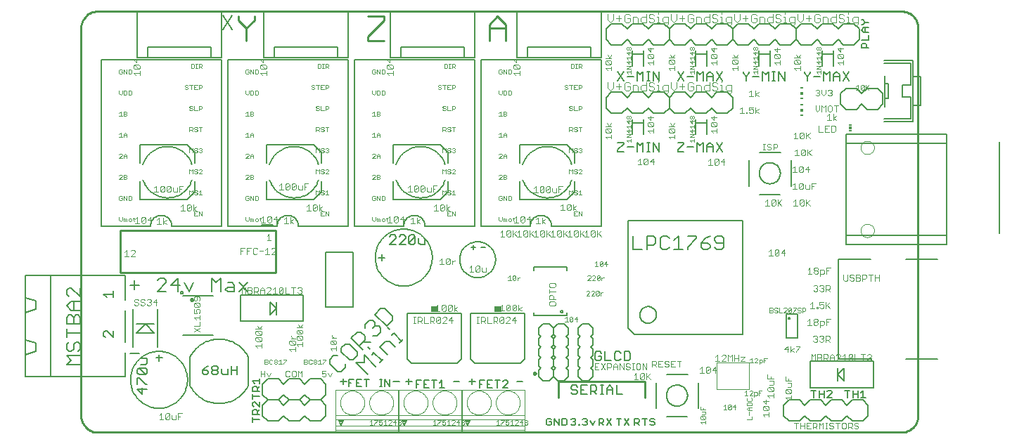
<source format=gto>
G75*
G70*
%OFA0B0*%
%FSLAX24Y24*%
%IPPOS*%
%LPD*%
%AMOC8*
5,1,8,0,0,1.08239X$1,22.5*
%
%ADD10C,0.0100*%
%ADD11C,0.0070*%
%ADD12C,0.0040*%
%ADD13C,0.0060*%
%ADD14C,0.0050*%
%ADD15C,0.0030*%
%ADD16C,0.0020*%
%ADD17C,0.0080*%
%ADD18R,0.0118X0.0059*%
%ADD19R,0.0118X0.0118*%
%ADD20C,0.0000*%
%ADD21R,0.0340X0.0300*%
D10*
X002785Y001429D02*
X002785Y019835D01*
X002787Y019889D01*
X002792Y019942D01*
X002801Y019995D01*
X002814Y020047D01*
X002830Y020099D01*
X002850Y020149D01*
X002873Y020197D01*
X002900Y020244D01*
X002929Y020289D01*
X002962Y020332D01*
X002997Y020372D01*
X003035Y020410D01*
X003075Y020445D01*
X003118Y020478D01*
X003163Y020507D01*
X003210Y020534D01*
X003258Y020557D01*
X003308Y020577D01*
X003360Y020593D01*
X003412Y020606D01*
X003465Y020615D01*
X003518Y020620D01*
X003572Y020622D01*
X041663Y020622D01*
X041717Y020620D01*
X041770Y020615D01*
X041823Y020606D01*
X041875Y020593D01*
X041927Y020577D01*
X041977Y020557D01*
X042025Y020534D01*
X042072Y020507D01*
X042117Y020478D01*
X042160Y020445D01*
X042200Y020410D01*
X042238Y020372D01*
X042273Y020332D01*
X042306Y020289D01*
X042335Y020244D01*
X042362Y020197D01*
X042385Y020149D01*
X042405Y020099D01*
X042421Y020047D01*
X042434Y019995D01*
X042443Y019942D01*
X042448Y019889D01*
X042450Y019835D01*
X042450Y001429D01*
X042448Y001375D01*
X042443Y001322D01*
X042434Y001269D01*
X042421Y001217D01*
X042405Y001165D01*
X042385Y001115D01*
X042362Y001067D01*
X042335Y001020D01*
X042306Y000975D01*
X042273Y000932D01*
X042238Y000892D01*
X042200Y000854D01*
X042160Y000819D01*
X042117Y000786D01*
X042072Y000757D01*
X042025Y000730D01*
X041977Y000707D01*
X041927Y000687D01*
X041875Y000671D01*
X041823Y000658D01*
X041770Y000649D01*
X041717Y000644D01*
X041663Y000642D01*
X003572Y000642D01*
X003518Y000644D01*
X003465Y000649D01*
X003412Y000658D01*
X003360Y000671D01*
X003308Y000687D01*
X003258Y000707D01*
X003210Y000730D01*
X003163Y000757D01*
X003118Y000786D01*
X003075Y000819D01*
X003035Y000854D01*
X002997Y000892D01*
X002962Y000932D01*
X002929Y000975D01*
X002900Y001020D01*
X002873Y001067D01*
X002850Y001115D01*
X002830Y001165D01*
X002814Y001217D01*
X002801Y001269D01*
X002792Y001322D01*
X002787Y001375D01*
X002785Y001429D01*
X007980Y006937D02*
X007982Y006950D01*
X007987Y006963D01*
X007996Y006974D01*
X008007Y006981D01*
X008020Y006986D01*
X008033Y006987D01*
X008047Y006984D01*
X008059Y006978D01*
X008069Y006969D01*
X008076Y006957D01*
X008080Y006944D01*
X008080Y006930D01*
X008076Y006917D01*
X008069Y006905D01*
X008059Y006896D01*
X008047Y006890D01*
X008033Y006887D01*
X008020Y006888D01*
X008007Y006893D01*
X007996Y006900D01*
X007987Y006911D01*
X007982Y006924D01*
X007980Y006937D01*
X004655Y008237D02*
X012005Y008237D01*
X012005Y010237D01*
X004655Y010237D01*
X004655Y008237D01*
X011330Y010487D02*
X011830Y010487D01*
X024230Y003437D02*
X024232Y003450D01*
X024237Y003463D01*
X024246Y003474D01*
X024257Y003481D01*
X024270Y003486D01*
X024283Y003487D01*
X024297Y003484D01*
X024309Y003478D01*
X024319Y003469D01*
X024326Y003457D01*
X024330Y003444D01*
X024330Y003430D01*
X024326Y003417D01*
X024319Y003405D01*
X024309Y003396D01*
X024297Y003390D01*
X024283Y003387D01*
X024270Y003388D01*
X024257Y003393D01*
X024246Y003400D01*
X024237Y003411D01*
X024232Y003424D01*
X024230Y003437D01*
X025403Y003069D02*
X029497Y003069D01*
X029497Y002282D01*
X025403Y002282D02*
X025403Y003069D01*
X022897Y019237D02*
X022897Y020005D01*
X022514Y020388D01*
X022130Y020005D01*
X022130Y019237D01*
X022130Y019813D02*
X022897Y019813D01*
X017147Y020196D02*
X016380Y019429D01*
X016380Y019237D01*
X017147Y019237D01*
X017147Y020196D02*
X017147Y020388D01*
X016380Y020388D01*
X010997Y020388D02*
X010997Y020196D01*
X010614Y019813D01*
X010614Y019237D01*
X010614Y019813D02*
X010230Y020196D01*
X010230Y020388D01*
D11*
X028216Y017753D02*
X028503Y017322D01*
X028677Y017537D02*
X028964Y017537D01*
X029137Y017322D02*
X029137Y017753D01*
X029281Y017609D01*
X029424Y017753D01*
X029424Y017322D01*
X029598Y017322D02*
X029741Y017322D01*
X029669Y017322D02*
X029669Y017753D01*
X029598Y017753D02*
X029741Y017753D01*
X029905Y017753D02*
X030192Y017322D01*
X030192Y017753D01*
X029905Y017753D02*
X029905Y017322D01*
X031063Y017322D02*
X031350Y017753D01*
X031523Y017537D02*
X031810Y017537D01*
X031984Y017322D02*
X031984Y017753D01*
X032127Y017609D01*
X032271Y017753D01*
X032271Y017322D01*
X032444Y017322D02*
X032444Y017609D01*
X032588Y017753D01*
X032731Y017609D01*
X032731Y017322D01*
X032905Y017322D02*
X033192Y017753D01*
X032905Y017753D02*
X033192Y017322D01*
X032731Y017537D02*
X032444Y017537D01*
X031350Y017322D02*
X031063Y017753D01*
X028503Y017753D02*
X028216Y017322D01*
X034166Y017681D02*
X034310Y017537D01*
X034310Y017322D01*
X034310Y017537D02*
X034453Y017681D01*
X034453Y017753D01*
X034627Y017537D02*
X034914Y017537D01*
X035087Y017322D02*
X035087Y017753D01*
X035231Y017609D01*
X035374Y017753D01*
X035374Y017322D01*
X035548Y017322D02*
X035691Y017322D01*
X035619Y017322D02*
X035619Y017753D01*
X035548Y017753D02*
X035691Y017753D01*
X035855Y017753D02*
X036142Y017322D01*
X036142Y017753D01*
X035855Y017753D02*
X035855Y017322D01*
X037063Y017681D02*
X037206Y017537D01*
X037206Y017322D01*
X037206Y017537D02*
X037350Y017681D01*
X037350Y017753D01*
X037523Y017537D02*
X037810Y017537D01*
X037984Y017322D02*
X037984Y017753D01*
X038127Y017609D01*
X038271Y017753D01*
X038271Y017322D01*
X038444Y017322D02*
X038444Y017609D01*
X038588Y017753D01*
X038731Y017609D01*
X038731Y017322D01*
X038905Y017322D02*
X039192Y017753D01*
X038905Y017753D02*
X039192Y017322D01*
X038731Y017537D02*
X038444Y017537D01*
X037063Y017681D02*
X037063Y017753D01*
X034166Y017753D02*
X034166Y017681D01*
X039783Y018886D02*
X039783Y019051D01*
X039838Y019106D01*
X039948Y019106D01*
X040003Y019051D01*
X040003Y018886D01*
X040113Y018886D02*
X039783Y018886D01*
X039783Y019254D02*
X040113Y019254D01*
X040113Y019474D01*
X040113Y019622D02*
X039893Y019622D01*
X039783Y019733D01*
X039893Y019843D01*
X040113Y019843D01*
X039948Y019843D02*
X039948Y019622D01*
X039838Y019991D02*
X039948Y020101D01*
X040113Y020101D01*
X039948Y020101D02*
X039838Y020211D01*
X039783Y020211D01*
X039783Y019991D02*
X039838Y019991D01*
X033192Y014403D02*
X032905Y013972D01*
X032731Y013972D02*
X032731Y014259D01*
X032588Y014403D01*
X032444Y014259D01*
X032444Y013972D01*
X032271Y013972D02*
X032271Y014403D01*
X032127Y014259D01*
X031984Y014403D01*
X031984Y013972D01*
X031810Y014187D02*
X031523Y014187D01*
X031350Y014331D02*
X031063Y014044D01*
X031063Y013972D01*
X031350Y013972D01*
X031350Y014331D02*
X031350Y014403D01*
X031063Y014403D01*
X030192Y014403D02*
X030192Y013972D01*
X029905Y014403D01*
X029905Y013972D01*
X029741Y013972D02*
X029598Y013972D01*
X029669Y013972D02*
X029669Y014403D01*
X029598Y014403D02*
X029741Y014403D01*
X029424Y014403D02*
X029281Y014259D01*
X029137Y014403D01*
X029137Y013972D01*
X028964Y014187D02*
X028677Y014187D01*
X028503Y014331D02*
X028216Y014044D01*
X028216Y013972D01*
X028503Y013972D01*
X028503Y014331D02*
X028503Y014403D01*
X028216Y014403D01*
X029424Y014403D02*
X029424Y013972D01*
X032444Y014187D02*
X032731Y014187D01*
X032905Y014403D02*
X033192Y013972D01*
X033136Y009953D02*
X032926Y009953D01*
X032820Y009848D01*
X032820Y009743D01*
X032926Y009638D01*
X033241Y009638D01*
X033241Y009848D02*
X033241Y009427D01*
X033136Y009322D01*
X032926Y009322D01*
X032820Y009427D01*
X032596Y009427D02*
X032596Y009532D01*
X032491Y009638D01*
X032176Y009638D01*
X032176Y009427D01*
X032281Y009322D01*
X032491Y009322D01*
X032596Y009427D01*
X032386Y009848D02*
X032176Y009638D01*
X032386Y009848D02*
X032596Y009953D01*
X033136Y009953D02*
X033241Y009848D01*
X031952Y009848D02*
X031531Y009427D01*
X031531Y009322D01*
X031307Y009322D02*
X030887Y009322D01*
X031097Y009322D02*
X031097Y009953D01*
X030887Y009743D01*
X030663Y009848D02*
X030558Y009953D01*
X030347Y009953D01*
X030242Y009848D01*
X030242Y009427D01*
X030347Y009322D01*
X030558Y009322D01*
X030663Y009427D01*
X030018Y009638D02*
X030018Y009848D01*
X029913Y009953D01*
X029598Y009953D01*
X029598Y009322D01*
X029598Y009532D02*
X029913Y009532D01*
X030018Y009638D01*
X029374Y009322D02*
X028953Y009322D01*
X028953Y009953D01*
X031531Y009953D02*
X031952Y009953D01*
X031952Y009848D01*
X028750Y004478D02*
X028534Y004478D01*
X028534Y004048D01*
X028750Y004048D01*
X028821Y004119D01*
X028821Y004406D01*
X028750Y004478D01*
X028361Y004406D02*
X028289Y004478D01*
X028146Y004478D01*
X028074Y004406D01*
X028074Y004119D01*
X028146Y004048D01*
X028289Y004048D01*
X028361Y004119D01*
X027900Y004048D02*
X027614Y004048D01*
X027614Y004478D01*
X027440Y004406D02*
X027368Y004478D01*
X027225Y004478D01*
X027153Y004406D01*
X027153Y004119D01*
X027225Y004048D01*
X027368Y004048D01*
X027440Y004119D01*
X027440Y004263D01*
X027297Y004263D01*
X027399Y002877D02*
X027543Y002877D01*
X027471Y002877D02*
X027471Y002447D01*
X027399Y002447D02*
X027543Y002447D01*
X027706Y002447D02*
X027706Y002734D01*
X027849Y002877D01*
X027993Y002734D01*
X027993Y002447D01*
X028166Y002447D02*
X028453Y002447D01*
X028166Y002447D02*
X028166Y002877D01*
X027993Y002662D02*
X027706Y002662D01*
X027226Y002662D02*
X027226Y002806D01*
X027154Y002877D01*
X026939Y002877D01*
X026939Y002447D01*
X026939Y002590D02*
X027154Y002590D01*
X027226Y002662D01*
X027082Y002590D02*
X027226Y002447D01*
X026765Y002447D02*
X026478Y002447D01*
X026478Y002877D01*
X026765Y002877D01*
X026622Y002662D02*
X026478Y002662D01*
X026305Y002590D02*
X026305Y002519D01*
X026233Y002447D01*
X026090Y002447D01*
X026018Y002519D01*
X026090Y002662D02*
X026233Y002662D01*
X026305Y002590D01*
X026305Y002806D02*
X026233Y002877D01*
X026090Y002877D01*
X026018Y002806D01*
X026018Y002734D01*
X026090Y002662D01*
X023714Y003062D02*
X023428Y003062D01*
X021464Y003062D02*
X021178Y003062D01*
X021321Y003206D02*
X021321Y002919D01*
X020714Y003062D02*
X020428Y003062D01*
X018464Y003062D02*
X018178Y003062D01*
X018321Y003206D02*
X018321Y002919D01*
X017864Y003062D02*
X017578Y003062D01*
X016380Y003387D02*
X015821Y003946D01*
X016194Y003946D01*
X016194Y004319D01*
X016753Y003760D01*
X016940Y003947D02*
X017126Y004133D01*
X017033Y004040D02*
X016660Y004413D01*
X016567Y004319D01*
X016474Y004599D02*
X016381Y004692D01*
X016150Y004557D02*
X015591Y005116D01*
X015870Y005395D01*
X016057Y005395D01*
X016243Y005209D01*
X016243Y005023D01*
X015964Y004743D01*
X016150Y004929D02*
X016523Y004929D01*
X016617Y005210D02*
X016803Y005210D01*
X016989Y005396D01*
X016989Y005583D01*
X016896Y005676D01*
X016710Y005676D01*
X016617Y005583D01*
X016710Y005676D02*
X016710Y005862D01*
X016617Y005955D01*
X016430Y005955D01*
X016244Y005769D01*
X016244Y005583D01*
X016711Y006236D02*
X016990Y006515D01*
X017177Y006515D01*
X017549Y006142D01*
X017549Y005956D01*
X017270Y005677D01*
X016711Y006236D01*
X017314Y005625D02*
X017407Y005532D01*
X017594Y005346D02*
X017966Y004973D01*
X017873Y004880D02*
X018060Y005066D01*
X017686Y004693D02*
X017406Y004972D01*
X017220Y004972D01*
X016941Y004693D01*
X017313Y004320D01*
X015869Y004276D02*
X015869Y004463D01*
X015497Y004835D01*
X015310Y004835D01*
X015124Y004649D01*
X015124Y004463D01*
X015497Y004090D01*
X015683Y004090D01*
X015869Y004276D01*
X015310Y003903D02*
X015310Y003716D01*
X015123Y003530D01*
X014937Y003530D01*
X014564Y003903D01*
X014564Y004089D01*
X014750Y004275D01*
X014937Y004275D01*
X015221Y003206D02*
X015221Y002919D01*
X015078Y003062D02*
X015364Y003062D01*
X017500Y005253D02*
X017594Y005346D01*
X024854Y001251D02*
X024909Y001306D01*
X025019Y001306D01*
X025074Y001251D01*
X025074Y001140D02*
X024964Y001140D01*
X025074Y001140D02*
X025074Y001030D01*
X025019Y000975D01*
X024909Y000975D01*
X024854Y001030D01*
X024854Y001251D01*
X025222Y001306D02*
X025442Y000975D01*
X025442Y001306D01*
X025591Y001306D02*
X025756Y001306D01*
X025811Y001251D01*
X025811Y001030D01*
X025756Y000975D01*
X025591Y000975D01*
X025591Y001306D01*
X025222Y001306D02*
X025222Y000975D01*
X026004Y001030D02*
X026059Y000975D01*
X026169Y000975D01*
X026224Y001030D01*
X026224Y001085D01*
X026169Y001140D01*
X026114Y001140D01*
X026169Y001140D02*
X026224Y001196D01*
X026224Y001251D01*
X026169Y001306D01*
X026059Y001306D01*
X026004Y001251D01*
X026372Y001030D02*
X026427Y001030D01*
X026427Y000975D01*
X026372Y000975D01*
X026372Y001030D01*
X026556Y001030D02*
X026611Y000975D01*
X026722Y000975D01*
X026777Y001030D01*
X026777Y001085D01*
X026722Y001140D01*
X026667Y001140D01*
X026722Y001140D02*
X026777Y001196D01*
X026777Y001251D01*
X026722Y001306D01*
X026611Y001306D01*
X026556Y001251D01*
X026925Y001196D02*
X027035Y000975D01*
X027145Y001196D01*
X027328Y001306D02*
X027328Y000975D01*
X027328Y001085D02*
X027493Y001085D01*
X027548Y001140D01*
X027548Y001251D01*
X027493Y001306D01*
X027328Y001306D01*
X027438Y001085D02*
X027548Y000975D01*
X027696Y000975D02*
X027916Y001306D01*
X027696Y001306D02*
X027916Y000975D01*
X028272Y000975D02*
X028272Y001306D01*
X028162Y001306D02*
X028382Y001306D01*
X028530Y001306D02*
X028750Y000975D01*
X028530Y000975D02*
X028750Y001306D01*
X029017Y001306D02*
X029183Y001306D01*
X029238Y001251D01*
X029238Y001140D01*
X029183Y001085D01*
X029017Y001085D01*
X029017Y000975D02*
X029017Y001306D01*
X029127Y001085D02*
X029238Y000975D01*
X029496Y000975D02*
X029496Y001306D01*
X029386Y001306D02*
X029606Y001306D01*
X029754Y001251D02*
X029754Y001196D01*
X029809Y001140D01*
X029919Y001140D01*
X029974Y001085D01*
X029974Y001030D01*
X029919Y000975D01*
X029809Y000975D01*
X029754Y001030D01*
X029754Y001251D02*
X029809Y001306D01*
X029919Y001306D01*
X029974Y001251D01*
X002745Y003855D02*
X002114Y003855D01*
X002325Y004065D01*
X002114Y004275D01*
X002745Y004275D01*
X002640Y004500D02*
X002745Y004605D01*
X002745Y004815D01*
X002640Y004920D01*
X002535Y004920D01*
X002430Y004815D01*
X002430Y004605D01*
X002325Y004500D01*
X002220Y004500D01*
X002114Y004605D01*
X002114Y004815D01*
X002220Y004920D01*
X002114Y005144D02*
X002114Y005564D01*
X002114Y005354D02*
X002745Y005354D01*
X002745Y005789D02*
X002114Y005789D01*
X002114Y006104D01*
X002220Y006209D01*
X002325Y006209D01*
X002430Y006104D01*
X002430Y005789D01*
X002745Y005789D02*
X002745Y006104D01*
X002640Y006209D01*
X002535Y006209D01*
X002430Y006104D01*
X002430Y006433D02*
X002430Y006854D01*
X002325Y006854D02*
X002745Y006854D01*
X002745Y007078D02*
X002325Y007498D01*
X002220Y007498D01*
X002114Y007393D01*
X002114Y007183D01*
X002220Y007078D01*
X002325Y006854D02*
X002114Y006643D01*
X002325Y006433D01*
X002745Y006433D01*
X002745Y007078D02*
X002745Y007498D01*
D12*
X011297Y003562D02*
X011297Y003281D01*
X011297Y003421D02*
X011483Y003421D01*
X011591Y003468D02*
X011685Y003281D01*
X011778Y003468D01*
X011483Y003562D02*
X011483Y003281D01*
X012484Y003328D02*
X012531Y003281D01*
X012624Y003281D01*
X012671Y003328D01*
X012779Y003328D02*
X012825Y003281D01*
X012919Y003281D01*
X012966Y003328D01*
X012966Y003515D01*
X012919Y003562D01*
X012825Y003562D01*
X012779Y003515D01*
X012779Y003328D01*
X012671Y003515D02*
X012624Y003562D01*
X012531Y003562D01*
X012484Y003515D01*
X012484Y003328D01*
X013073Y003281D02*
X013073Y003562D01*
X013167Y003468D01*
X013260Y003562D01*
X013260Y003281D01*
X014197Y003328D02*
X014243Y003281D01*
X014337Y003281D01*
X014383Y003328D01*
X014383Y003421D01*
X014337Y003468D01*
X014290Y003468D01*
X014197Y003421D01*
X014197Y003562D01*
X014383Y003562D01*
X014491Y003468D02*
X014585Y003281D01*
X014678Y003468D01*
X014854Y002653D02*
X017806Y002653D01*
X017806Y001451D01*
X014854Y001451D01*
X014854Y001261D01*
X014854Y000941D01*
X014854Y000768D01*
X014854Y000650D01*
X017806Y000650D01*
X017806Y000768D01*
X017806Y000941D01*
X014854Y000941D01*
X014854Y000768D02*
X017806Y000768D01*
X017854Y000768D02*
X017854Y000941D01*
X020806Y000941D01*
X020806Y000768D01*
X017854Y000768D01*
X017854Y000650D01*
X020806Y000650D01*
X020806Y000768D01*
X020854Y000768D02*
X020854Y000941D01*
X023806Y000941D01*
X023806Y000768D01*
X020854Y000768D01*
X020854Y000650D01*
X023806Y000650D01*
X023806Y000768D01*
X023806Y000941D02*
X023806Y001261D01*
X023806Y001451D01*
X020854Y001451D01*
X020854Y001261D01*
X020854Y000941D01*
X020806Y000941D02*
X020806Y001261D01*
X020806Y001451D01*
X017854Y001451D01*
X017854Y001261D01*
X017854Y000941D01*
X017806Y000941D02*
X017806Y001261D01*
X017806Y001451D01*
X017854Y001451D02*
X017854Y002653D01*
X020806Y002653D01*
X020806Y001451D01*
X020854Y001451D02*
X020854Y002653D01*
X023806Y002653D01*
X023806Y001451D01*
X023806Y001261D02*
X020854Y001261D01*
X020806Y001261D02*
X017854Y001261D01*
X017806Y001261D02*
X014854Y001261D01*
X014964Y001212D02*
X015089Y000962D01*
X015214Y001212D01*
X014964Y001212D01*
X014979Y001181D02*
X015198Y001181D01*
X015179Y001143D02*
X014999Y001143D01*
X015018Y001104D02*
X015160Y001104D01*
X015140Y001066D02*
X015037Y001066D01*
X015056Y001027D02*
X015121Y001027D01*
X015102Y000989D02*
X015076Y000989D01*
X014854Y001451D02*
X014854Y002653D01*
X015070Y002048D02*
X015072Y002095D01*
X015078Y002142D01*
X015087Y002188D01*
X015101Y002233D01*
X015118Y002277D01*
X015139Y002320D01*
X015163Y002360D01*
X015190Y002399D01*
X015221Y002435D01*
X015254Y002468D01*
X015290Y002499D01*
X015329Y002526D01*
X015369Y002550D01*
X015412Y002571D01*
X015456Y002588D01*
X015501Y002602D01*
X015547Y002611D01*
X015594Y002617D01*
X015641Y002619D01*
X015688Y002617D01*
X015735Y002611D01*
X015781Y002602D01*
X015826Y002588D01*
X015870Y002571D01*
X015913Y002550D01*
X015953Y002526D01*
X015992Y002499D01*
X016028Y002468D01*
X016061Y002435D01*
X016092Y002399D01*
X016119Y002360D01*
X016143Y002320D01*
X016164Y002277D01*
X016181Y002233D01*
X016195Y002188D01*
X016204Y002142D01*
X016210Y002095D01*
X016212Y002048D01*
X016210Y002001D01*
X016204Y001954D01*
X016195Y001908D01*
X016181Y001863D01*
X016164Y001819D01*
X016143Y001776D01*
X016119Y001736D01*
X016092Y001697D01*
X016061Y001661D01*
X016028Y001628D01*
X015992Y001597D01*
X015953Y001570D01*
X015913Y001546D01*
X015870Y001525D01*
X015826Y001508D01*
X015781Y001494D01*
X015735Y001485D01*
X015688Y001479D01*
X015641Y001477D01*
X015594Y001479D01*
X015547Y001485D01*
X015501Y001494D01*
X015456Y001508D01*
X015412Y001525D01*
X015369Y001546D01*
X015329Y001570D01*
X015290Y001597D01*
X015254Y001628D01*
X015221Y001661D01*
X015190Y001697D01*
X015163Y001736D01*
X015139Y001776D01*
X015118Y001819D01*
X015101Y001863D01*
X015087Y001908D01*
X015078Y001954D01*
X015072Y002001D01*
X015070Y002048D01*
X016113Y002325D02*
X016116Y002328D01*
X016448Y002048D02*
X016450Y002095D01*
X016456Y002142D01*
X016465Y002188D01*
X016479Y002233D01*
X016496Y002277D01*
X016517Y002320D01*
X016541Y002360D01*
X016568Y002399D01*
X016599Y002435D01*
X016632Y002468D01*
X016668Y002499D01*
X016707Y002526D01*
X016747Y002550D01*
X016790Y002571D01*
X016834Y002588D01*
X016879Y002602D01*
X016925Y002611D01*
X016972Y002617D01*
X017019Y002619D01*
X017066Y002617D01*
X017113Y002611D01*
X017159Y002602D01*
X017204Y002588D01*
X017248Y002571D01*
X017291Y002550D01*
X017331Y002526D01*
X017370Y002499D01*
X017406Y002468D01*
X017439Y002435D01*
X017470Y002399D01*
X017497Y002360D01*
X017521Y002320D01*
X017542Y002277D01*
X017559Y002233D01*
X017573Y002188D01*
X017582Y002142D01*
X017588Y002095D01*
X017590Y002048D01*
X017588Y002001D01*
X017582Y001954D01*
X017573Y001908D01*
X017559Y001863D01*
X017542Y001819D01*
X017521Y001776D01*
X017497Y001736D01*
X017470Y001697D01*
X017439Y001661D01*
X017406Y001628D01*
X017370Y001597D01*
X017331Y001570D01*
X017291Y001546D01*
X017248Y001525D01*
X017204Y001508D01*
X017159Y001494D01*
X017113Y001485D01*
X017066Y001479D01*
X017019Y001477D01*
X016972Y001479D01*
X016925Y001485D01*
X016879Y001494D01*
X016834Y001508D01*
X016790Y001525D01*
X016747Y001546D01*
X016707Y001570D01*
X016668Y001597D01*
X016632Y001628D01*
X016599Y001661D01*
X016568Y001697D01*
X016541Y001736D01*
X016517Y001776D01*
X016496Y001819D01*
X016479Y001863D01*
X016465Y001908D01*
X016456Y001954D01*
X016450Y002001D01*
X016448Y002048D01*
X017491Y002325D02*
X017494Y002328D01*
X018070Y002048D02*
X018072Y002095D01*
X018078Y002142D01*
X018087Y002188D01*
X018101Y002233D01*
X018118Y002277D01*
X018139Y002320D01*
X018163Y002360D01*
X018190Y002399D01*
X018221Y002435D01*
X018254Y002468D01*
X018290Y002499D01*
X018329Y002526D01*
X018369Y002550D01*
X018412Y002571D01*
X018456Y002588D01*
X018501Y002602D01*
X018547Y002611D01*
X018594Y002617D01*
X018641Y002619D01*
X018688Y002617D01*
X018735Y002611D01*
X018781Y002602D01*
X018826Y002588D01*
X018870Y002571D01*
X018913Y002550D01*
X018953Y002526D01*
X018992Y002499D01*
X019028Y002468D01*
X019061Y002435D01*
X019092Y002399D01*
X019119Y002360D01*
X019143Y002320D01*
X019164Y002277D01*
X019181Y002233D01*
X019195Y002188D01*
X019204Y002142D01*
X019210Y002095D01*
X019212Y002048D01*
X019210Y002001D01*
X019204Y001954D01*
X019195Y001908D01*
X019181Y001863D01*
X019164Y001819D01*
X019143Y001776D01*
X019119Y001736D01*
X019092Y001697D01*
X019061Y001661D01*
X019028Y001628D01*
X018992Y001597D01*
X018953Y001570D01*
X018913Y001546D01*
X018870Y001525D01*
X018826Y001508D01*
X018781Y001494D01*
X018735Y001485D01*
X018688Y001479D01*
X018641Y001477D01*
X018594Y001479D01*
X018547Y001485D01*
X018501Y001494D01*
X018456Y001508D01*
X018412Y001525D01*
X018369Y001546D01*
X018329Y001570D01*
X018290Y001597D01*
X018254Y001628D01*
X018221Y001661D01*
X018190Y001697D01*
X018163Y001736D01*
X018139Y001776D01*
X018118Y001819D01*
X018101Y001863D01*
X018087Y001908D01*
X018078Y001954D01*
X018072Y002001D01*
X018070Y002048D01*
X019113Y002325D02*
X019116Y002328D01*
X019448Y002048D02*
X019450Y002095D01*
X019456Y002142D01*
X019465Y002188D01*
X019479Y002233D01*
X019496Y002277D01*
X019517Y002320D01*
X019541Y002360D01*
X019568Y002399D01*
X019599Y002435D01*
X019632Y002468D01*
X019668Y002499D01*
X019707Y002526D01*
X019747Y002550D01*
X019790Y002571D01*
X019834Y002588D01*
X019879Y002602D01*
X019925Y002611D01*
X019972Y002617D01*
X020019Y002619D01*
X020066Y002617D01*
X020113Y002611D01*
X020159Y002602D01*
X020204Y002588D01*
X020248Y002571D01*
X020291Y002550D01*
X020331Y002526D01*
X020370Y002499D01*
X020406Y002468D01*
X020439Y002435D01*
X020470Y002399D01*
X020497Y002360D01*
X020521Y002320D01*
X020542Y002277D01*
X020559Y002233D01*
X020573Y002188D01*
X020582Y002142D01*
X020588Y002095D01*
X020590Y002048D01*
X020588Y002001D01*
X020582Y001954D01*
X020573Y001908D01*
X020559Y001863D01*
X020542Y001819D01*
X020521Y001776D01*
X020497Y001736D01*
X020470Y001697D01*
X020439Y001661D01*
X020406Y001628D01*
X020370Y001597D01*
X020331Y001570D01*
X020291Y001546D01*
X020248Y001525D01*
X020204Y001508D01*
X020159Y001494D01*
X020113Y001485D01*
X020066Y001479D01*
X020019Y001477D01*
X019972Y001479D01*
X019925Y001485D01*
X019879Y001494D01*
X019834Y001508D01*
X019790Y001525D01*
X019747Y001546D01*
X019707Y001570D01*
X019668Y001597D01*
X019632Y001628D01*
X019599Y001661D01*
X019568Y001697D01*
X019541Y001736D01*
X019517Y001776D01*
X019496Y001819D01*
X019479Y001863D01*
X019465Y001908D01*
X019456Y001954D01*
X019450Y002001D01*
X019448Y002048D01*
X020491Y002325D02*
X020494Y002328D01*
X021070Y002048D02*
X021072Y002095D01*
X021078Y002142D01*
X021087Y002188D01*
X021101Y002233D01*
X021118Y002277D01*
X021139Y002320D01*
X021163Y002360D01*
X021190Y002399D01*
X021221Y002435D01*
X021254Y002468D01*
X021290Y002499D01*
X021329Y002526D01*
X021369Y002550D01*
X021412Y002571D01*
X021456Y002588D01*
X021501Y002602D01*
X021547Y002611D01*
X021594Y002617D01*
X021641Y002619D01*
X021688Y002617D01*
X021735Y002611D01*
X021781Y002602D01*
X021826Y002588D01*
X021870Y002571D01*
X021913Y002550D01*
X021953Y002526D01*
X021992Y002499D01*
X022028Y002468D01*
X022061Y002435D01*
X022092Y002399D01*
X022119Y002360D01*
X022143Y002320D01*
X022164Y002277D01*
X022181Y002233D01*
X022195Y002188D01*
X022204Y002142D01*
X022210Y002095D01*
X022212Y002048D01*
X022210Y002001D01*
X022204Y001954D01*
X022195Y001908D01*
X022181Y001863D01*
X022164Y001819D01*
X022143Y001776D01*
X022119Y001736D01*
X022092Y001697D01*
X022061Y001661D01*
X022028Y001628D01*
X021992Y001597D01*
X021953Y001570D01*
X021913Y001546D01*
X021870Y001525D01*
X021826Y001508D01*
X021781Y001494D01*
X021735Y001485D01*
X021688Y001479D01*
X021641Y001477D01*
X021594Y001479D01*
X021547Y001485D01*
X021501Y001494D01*
X021456Y001508D01*
X021412Y001525D01*
X021369Y001546D01*
X021329Y001570D01*
X021290Y001597D01*
X021254Y001628D01*
X021221Y001661D01*
X021190Y001697D01*
X021163Y001736D01*
X021139Y001776D01*
X021118Y001819D01*
X021101Y001863D01*
X021087Y001908D01*
X021078Y001954D01*
X021072Y002001D01*
X021070Y002048D01*
X022113Y002325D02*
X022116Y002328D01*
X022448Y002048D02*
X022450Y002095D01*
X022456Y002142D01*
X022465Y002188D01*
X022479Y002233D01*
X022496Y002277D01*
X022517Y002320D01*
X022541Y002360D01*
X022568Y002399D01*
X022599Y002435D01*
X022632Y002468D01*
X022668Y002499D01*
X022707Y002526D01*
X022747Y002550D01*
X022790Y002571D01*
X022834Y002588D01*
X022879Y002602D01*
X022925Y002611D01*
X022972Y002617D01*
X023019Y002619D01*
X023066Y002617D01*
X023113Y002611D01*
X023159Y002602D01*
X023204Y002588D01*
X023248Y002571D01*
X023291Y002550D01*
X023331Y002526D01*
X023370Y002499D01*
X023406Y002468D01*
X023439Y002435D01*
X023470Y002399D01*
X023497Y002360D01*
X023521Y002320D01*
X023542Y002277D01*
X023559Y002233D01*
X023573Y002188D01*
X023582Y002142D01*
X023588Y002095D01*
X023590Y002048D01*
X023588Y002001D01*
X023582Y001954D01*
X023573Y001908D01*
X023559Y001863D01*
X023542Y001819D01*
X023521Y001776D01*
X023497Y001736D01*
X023470Y001697D01*
X023439Y001661D01*
X023406Y001628D01*
X023370Y001597D01*
X023331Y001570D01*
X023291Y001546D01*
X023248Y001525D01*
X023204Y001508D01*
X023159Y001494D01*
X023113Y001485D01*
X023066Y001479D01*
X023019Y001477D01*
X022972Y001479D01*
X022925Y001485D01*
X022879Y001494D01*
X022834Y001508D01*
X022790Y001525D01*
X022747Y001546D01*
X022707Y001570D01*
X022668Y001597D01*
X022632Y001628D01*
X022599Y001661D01*
X022568Y001697D01*
X022541Y001736D01*
X022517Y001776D01*
X022496Y001819D01*
X022479Y001863D01*
X022465Y001908D01*
X022456Y001954D01*
X022450Y002001D01*
X022448Y002048D01*
X023491Y002325D02*
X023494Y002328D01*
X021214Y001212D02*
X021089Y000962D01*
X020964Y001212D01*
X021214Y001212D01*
X021198Y001181D02*
X020979Y001181D01*
X020999Y001143D02*
X021179Y001143D01*
X021160Y001104D02*
X021018Y001104D01*
X021037Y001066D02*
X021140Y001066D01*
X021121Y001027D02*
X021056Y001027D01*
X021076Y000989D02*
X021102Y000989D01*
X018214Y001212D02*
X018089Y000962D01*
X017964Y001212D01*
X018214Y001212D01*
X018198Y001181D02*
X017979Y001181D01*
X017999Y001143D02*
X018179Y001143D01*
X018160Y001104D02*
X018018Y001104D01*
X018037Y001066D02*
X018140Y001066D01*
X018121Y001027D02*
X018056Y001027D01*
X018076Y000989D02*
X018102Y000989D01*
X027138Y003633D02*
X027325Y003633D01*
X027433Y003633D02*
X027620Y003913D01*
X027727Y003913D02*
X027868Y003913D01*
X027914Y003866D01*
X027914Y003773D01*
X027868Y003726D01*
X027727Y003726D01*
X027727Y003633D02*
X027727Y003913D01*
X027433Y003913D02*
X027620Y003633D01*
X028022Y003633D02*
X028022Y003819D01*
X028116Y003913D01*
X028209Y003819D01*
X028209Y003633D01*
X028317Y003633D02*
X028317Y003913D01*
X028504Y003633D01*
X028504Y003913D01*
X028611Y003866D02*
X028611Y003819D01*
X028658Y003773D01*
X028752Y003773D01*
X028798Y003726D01*
X028798Y003679D01*
X028752Y003633D01*
X028658Y003633D01*
X028611Y003679D01*
X028611Y003866D02*
X028658Y003913D01*
X028752Y003913D01*
X028798Y003866D01*
X028906Y003913D02*
X029000Y003913D01*
X028953Y003913D02*
X028953Y003633D01*
X028906Y003633D02*
X029000Y003633D01*
X029103Y003679D02*
X029149Y003633D01*
X029243Y003633D01*
X029289Y003679D01*
X029289Y003866D01*
X029243Y003913D01*
X029149Y003913D01*
X029103Y003866D01*
X029103Y003679D01*
X029397Y003633D02*
X029397Y003913D01*
X029584Y003633D01*
X029584Y003913D01*
X029860Y003844D02*
X030000Y003844D01*
X030047Y003890D01*
X030047Y003984D01*
X030000Y004030D01*
X029860Y004030D01*
X029860Y003750D01*
X029953Y003844D02*
X030047Y003750D01*
X030154Y003750D02*
X030341Y003750D01*
X030449Y003797D02*
X030496Y003750D01*
X030589Y003750D01*
X030636Y003797D01*
X030636Y003844D01*
X030589Y003890D01*
X030496Y003890D01*
X030449Y003937D01*
X030449Y003984D01*
X030496Y004030D01*
X030589Y004030D01*
X030636Y003984D01*
X030744Y004030D02*
X030744Y003750D01*
X030931Y003750D01*
X030837Y003890D02*
X030744Y003890D01*
X030744Y004030D02*
X030931Y004030D01*
X031038Y004030D02*
X031225Y004030D01*
X031132Y004030D02*
X031132Y003750D01*
X030341Y004030D02*
X030154Y004030D01*
X030154Y003750D01*
X030154Y003890D02*
X030248Y003890D01*
X028209Y003773D02*
X028022Y003773D01*
X027325Y003913D02*
X027138Y003913D01*
X027138Y003633D01*
X027138Y003773D02*
X027232Y003773D01*
X032905Y003962D02*
X032905Y002712D01*
X032907Y002706D02*
X034453Y002706D01*
X034455Y002712D02*
X034455Y003962D01*
X034453Y003969D02*
X032907Y003969D01*
X036588Y001093D02*
X036775Y001093D01*
X036682Y001093D02*
X036682Y000813D01*
X036883Y000813D02*
X036883Y001093D01*
X036883Y000953D02*
X037070Y000953D01*
X037177Y000953D02*
X037271Y000953D01*
X037364Y001093D02*
X037177Y001093D01*
X037177Y000813D01*
X037364Y000813D01*
X037472Y000813D02*
X037472Y001093D01*
X037612Y001093D01*
X037659Y001046D01*
X037659Y000953D01*
X037612Y000906D01*
X037472Y000906D01*
X037566Y000906D02*
X037659Y000813D01*
X037767Y000813D02*
X037767Y001093D01*
X037860Y000999D01*
X037954Y001093D01*
X037954Y000813D01*
X038061Y000813D02*
X038155Y000813D01*
X038108Y000813D02*
X038108Y001093D01*
X038061Y001093D02*
X038155Y001093D01*
X038258Y001046D02*
X038305Y001093D01*
X038398Y001093D01*
X038445Y001046D01*
X038398Y000953D02*
X038445Y000906D01*
X038445Y000859D01*
X038398Y000813D01*
X038305Y000813D01*
X038258Y000859D01*
X038305Y000953D02*
X038398Y000953D01*
X038305Y000953D02*
X038258Y000999D01*
X038258Y001046D01*
X038553Y001093D02*
X038739Y001093D01*
X038646Y001093D02*
X038646Y000813D01*
X038847Y000859D02*
X038894Y000813D01*
X038987Y000813D01*
X039034Y000859D01*
X039034Y001046D01*
X038987Y001093D01*
X038894Y001093D01*
X038847Y001046D01*
X038847Y000859D01*
X039142Y000813D02*
X039142Y001093D01*
X039282Y001093D01*
X039329Y001046D01*
X039329Y000953D01*
X039282Y000906D01*
X039142Y000906D01*
X039235Y000906D02*
X039329Y000813D01*
X039436Y000859D02*
X039483Y000813D01*
X039577Y000813D01*
X039623Y000859D01*
X039623Y000906D01*
X039577Y000953D01*
X039483Y000953D01*
X039436Y000999D01*
X039436Y001046D01*
X039483Y001093D01*
X039577Y001093D01*
X039623Y001046D01*
X037070Y001093D02*
X037070Y000813D01*
X035601Y014050D02*
X035601Y014330D01*
X035741Y014330D01*
X035788Y014284D01*
X035788Y014190D01*
X035741Y014144D01*
X035601Y014144D01*
X035493Y014144D02*
X035493Y014097D01*
X035446Y014050D01*
X035353Y014050D01*
X035306Y014097D01*
X035353Y014190D02*
X035446Y014190D01*
X035493Y014144D01*
X035493Y014284D02*
X035446Y014330D01*
X035353Y014330D01*
X035306Y014284D01*
X035306Y014237D01*
X035353Y014190D01*
X035203Y014050D02*
X035110Y014050D01*
X035157Y014050D02*
X035157Y014330D01*
X035203Y014330D02*
X035110Y014330D01*
X037594Y015961D02*
X037687Y015868D01*
X037781Y015961D01*
X037781Y016148D01*
X037888Y016148D02*
X037982Y016055D01*
X038075Y016148D01*
X038075Y015868D01*
X038183Y015915D02*
X038183Y016101D01*
X038230Y016148D01*
X038323Y016148D01*
X038370Y016101D01*
X038370Y015915D01*
X038323Y015868D01*
X038230Y015868D01*
X038183Y015915D01*
X037888Y015868D02*
X037888Y016148D01*
X037594Y016148D02*
X037594Y015961D01*
X038478Y016148D02*
X038664Y016148D01*
X038571Y016148D02*
X038571Y015868D01*
X038323Y016618D02*
X038230Y016618D01*
X038183Y016665D01*
X038075Y016711D02*
X038075Y016898D01*
X038183Y016851D02*
X038230Y016898D01*
X038323Y016898D01*
X038370Y016851D01*
X038370Y016805D01*
X038323Y016758D01*
X038370Y016711D01*
X038370Y016665D01*
X038323Y016618D01*
X038323Y016758D02*
X038276Y016758D01*
X038075Y016711D02*
X037982Y016618D01*
X037888Y016711D01*
X037888Y016898D01*
X037781Y016851D02*
X037781Y016805D01*
X037734Y016758D01*
X037781Y016711D01*
X037781Y016665D01*
X037734Y016618D01*
X037640Y016618D01*
X037594Y016665D01*
X037687Y016758D02*
X037734Y016758D01*
X037781Y016851D02*
X037734Y016898D01*
X037640Y016898D01*
X037594Y016851D01*
D13*
X040861Y016837D02*
X040861Y016475D01*
X041058Y016475D01*
X041058Y016837D01*
X041058Y017200D01*
X040861Y017200D01*
X040861Y016837D01*
X040861Y017200D02*
X040861Y017570D01*
X041708Y017123D02*
X041708Y016837D01*
X041708Y016552D01*
X042098Y016552D01*
X042098Y015518D01*
X040845Y015518D01*
X040845Y015400D02*
X042216Y015400D01*
X042216Y016148D01*
X042570Y016148D01*
X042570Y016837D01*
X042570Y017526D01*
X042216Y017526D01*
X042216Y016837D01*
X042216Y016148D01*
X040861Y016105D02*
X040861Y016475D01*
X041708Y017123D02*
X042098Y017123D01*
X042098Y018156D01*
X040845Y018156D01*
X040845Y018274D02*
X042216Y018274D01*
X042216Y017526D01*
X027430Y018337D02*
X027430Y010437D01*
X025080Y010437D01*
X025078Y010481D01*
X025072Y010524D01*
X025063Y010566D01*
X025050Y010608D01*
X025033Y010648D01*
X025013Y010687D01*
X024990Y010724D01*
X024963Y010758D01*
X024934Y010791D01*
X024901Y010820D01*
X024867Y010847D01*
X024830Y010870D01*
X024791Y010890D01*
X024751Y010907D01*
X024709Y010920D01*
X024667Y010929D01*
X024624Y010935D01*
X024580Y010937D01*
X024536Y010935D01*
X024493Y010929D01*
X024451Y010920D01*
X024409Y010907D01*
X024369Y010890D01*
X024330Y010870D01*
X024293Y010847D01*
X024259Y010820D01*
X024226Y010791D01*
X024197Y010758D01*
X024170Y010724D01*
X024147Y010687D01*
X024127Y010648D01*
X024110Y010608D01*
X024097Y010566D01*
X024088Y010524D01*
X024082Y010481D01*
X024080Y010437D01*
X021730Y010437D01*
X021730Y018337D01*
X027430Y018337D01*
X021430Y018337D02*
X021430Y010437D01*
X019080Y010437D01*
X019078Y010481D01*
X019072Y010524D01*
X019063Y010566D01*
X019050Y010608D01*
X019033Y010648D01*
X019013Y010687D01*
X018990Y010724D01*
X018963Y010758D01*
X018934Y010791D01*
X018901Y010820D01*
X018867Y010847D01*
X018830Y010870D01*
X018791Y010890D01*
X018751Y010907D01*
X018709Y010920D01*
X018667Y010929D01*
X018624Y010935D01*
X018580Y010937D01*
X018536Y010935D01*
X018493Y010929D01*
X018451Y010920D01*
X018409Y010907D01*
X018369Y010890D01*
X018330Y010870D01*
X018293Y010847D01*
X018259Y010820D01*
X018226Y010791D01*
X018197Y010758D01*
X018170Y010724D01*
X018147Y010687D01*
X018127Y010648D01*
X018110Y010608D01*
X018097Y010566D01*
X018088Y010524D01*
X018082Y010481D01*
X018080Y010437D01*
X015730Y010437D01*
X015730Y018337D01*
X021430Y018337D01*
X015430Y018337D02*
X015430Y010437D01*
X013080Y010437D01*
X013078Y010481D01*
X013072Y010524D01*
X013063Y010566D01*
X013050Y010608D01*
X013033Y010648D01*
X013013Y010687D01*
X012990Y010724D01*
X012963Y010758D01*
X012934Y010791D01*
X012901Y010820D01*
X012867Y010847D01*
X012830Y010870D01*
X012791Y010890D01*
X012751Y010907D01*
X012709Y010920D01*
X012667Y010929D01*
X012624Y010935D01*
X012580Y010937D01*
X012536Y010935D01*
X012493Y010929D01*
X012451Y010920D01*
X012409Y010907D01*
X012369Y010890D01*
X012330Y010870D01*
X012293Y010847D01*
X012259Y010820D01*
X012226Y010791D01*
X012197Y010758D01*
X012170Y010724D01*
X012147Y010687D01*
X012127Y010648D01*
X012110Y010608D01*
X012097Y010566D01*
X012088Y010524D01*
X012082Y010481D01*
X012080Y010437D01*
X009730Y010437D01*
X009730Y018337D01*
X015430Y018337D01*
X009937Y019767D02*
X009510Y020408D01*
X009937Y020408D02*
X009510Y019767D01*
X009430Y018337D02*
X009430Y010437D01*
X007080Y010437D01*
X007078Y010481D01*
X007072Y010524D01*
X007063Y010566D01*
X007050Y010608D01*
X007033Y010648D01*
X007013Y010687D01*
X006990Y010724D01*
X006963Y010758D01*
X006934Y010791D01*
X006901Y010820D01*
X006867Y010847D01*
X006830Y010870D01*
X006791Y010890D01*
X006751Y010907D01*
X006709Y010920D01*
X006667Y010929D01*
X006624Y010935D01*
X006580Y010937D01*
X006536Y010935D01*
X006493Y010929D01*
X006451Y010920D01*
X006409Y010907D01*
X006369Y010890D01*
X006330Y010870D01*
X006293Y010847D01*
X006259Y010820D01*
X006226Y010791D01*
X006197Y010758D01*
X006170Y010724D01*
X006147Y010687D01*
X006127Y010648D01*
X006110Y010608D01*
X006097Y010566D01*
X006088Y010524D01*
X006082Y010481D01*
X006080Y010437D01*
X003730Y010437D01*
X003730Y018337D01*
X009430Y018337D01*
X028724Y010693D02*
X028724Y005577D01*
X029019Y005281D01*
X034136Y005281D01*
X034136Y010693D01*
X028724Y010693D01*
X021930Y009437D02*
X021730Y009437D01*
X021480Y009437D02*
X021280Y009437D01*
X021380Y009337D02*
X021380Y009537D01*
X020730Y008837D02*
X020732Y008895D01*
X020738Y008953D01*
X020748Y009010D01*
X020762Y009066D01*
X020779Y009122D01*
X020800Y009176D01*
X020825Y009228D01*
X020854Y009279D01*
X020886Y009327D01*
X020921Y009373D01*
X020959Y009417D01*
X021000Y009458D01*
X021044Y009496D01*
X021090Y009531D01*
X021138Y009563D01*
X021189Y009592D01*
X021241Y009617D01*
X021295Y009638D01*
X021351Y009655D01*
X021407Y009669D01*
X021464Y009679D01*
X021522Y009685D01*
X021580Y009687D01*
X021638Y009685D01*
X021696Y009679D01*
X021753Y009669D01*
X021809Y009655D01*
X021865Y009638D01*
X021919Y009617D01*
X021971Y009592D01*
X022022Y009563D01*
X022070Y009531D01*
X022116Y009496D01*
X022160Y009458D01*
X022201Y009417D01*
X022239Y009373D01*
X022274Y009327D01*
X022306Y009279D01*
X022335Y009228D01*
X022360Y009176D01*
X022381Y009122D01*
X022398Y009066D01*
X022412Y009010D01*
X022422Y008953D01*
X022428Y008895D01*
X022430Y008837D01*
X022428Y008779D01*
X022422Y008721D01*
X022412Y008664D01*
X022398Y008608D01*
X022381Y008552D01*
X022360Y008498D01*
X022335Y008446D01*
X022306Y008395D01*
X022274Y008347D01*
X022239Y008301D01*
X022201Y008257D01*
X022160Y008216D01*
X022116Y008178D01*
X022070Y008143D01*
X022022Y008111D01*
X021971Y008082D01*
X021919Y008057D01*
X021865Y008036D01*
X021809Y008019D01*
X021753Y008005D01*
X021696Y007995D01*
X021638Y007989D01*
X021580Y007987D01*
X021522Y007989D01*
X021464Y007995D01*
X021407Y008005D01*
X021351Y008019D01*
X021295Y008036D01*
X021241Y008057D01*
X021189Y008082D01*
X021138Y008111D01*
X021090Y008143D01*
X021044Y008178D01*
X021000Y008216D01*
X020959Y008257D01*
X020921Y008301D01*
X020886Y008347D01*
X020854Y008395D01*
X020825Y008446D01*
X020800Y008498D01*
X020779Y008552D01*
X020762Y008608D01*
X020748Y008664D01*
X020738Y008721D01*
X020732Y008779D01*
X020730Y008837D01*
X016730Y008937D02*
X016732Y009010D01*
X016738Y009083D01*
X016748Y009155D01*
X016762Y009227D01*
X016779Y009298D01*
X016801Y009368D01*
X016826Y009437D01*
X016855Y009504D01*
X016887Y009569D01*
X016923Y009633D01*
X016963Y009695D01*
X017005Y009754D01*
X017051Y009811D01*
X017100Y009865D01*
X017152Y009917D01*
X017206Y009966D01*
X017263Y010012D01*
X017322Y010054D01*
X017384Y010094D01*
X017448Y010130D01*
X017513Y010162D01*
X017580Y010191D01*
X017649Y010216D01*
X017719Y010238D01*
X017790Y010255D01*
X017862Y010269D01*
X017934Y010279D01*
X018007Y010285D01*
X018080Y010287D01*
X018153Y010285D01*
X018226Y010279D01*
X018298Y010269D01*
X018370Y010255D01*
X018441Y010238D01*
X018511Y010216D01*
X018580Y010191D01*
X018647Y010162D01*
X018712Y010130D01*
X018776Y010094D01*
X018838Y010054D01*
X018897Y010012D01*
X018954Y009966D01*
X019008Y009917D01*
X019060Y009865D01*
X019109Y009811D01*
X019155Y009754D01*
X019197Y009695D01*
X019237Y009633D01*
X019273Y009569D01*
X019305Y009504D01*
X019334Y009437D01*
X019359Y009368D01*
X019381Y009298D01*
X019398Y009227D01*
X019412Y009155D01*
X019422Y009083D01*
X019428Y009010D01*
X019430Y008937D01*
X019428Y008864D01*
X019422Y008791D01*
X019412Y008719D01*
X019398Y008647D01*
X019381Y008576D01*
X019359Y008506D01*
X019334Y008437D01*
X019305Y008370D01*
X019273Y008305D01*
X019237Y008241D01*
X019197Y008179D01*
X019155Y008120D01*
X019109Y008063D01*
X019060Y008009D01*
X019008Y007957D01*
X018954Y007908D01*
X018897Y007862D01*
X018838Y007820D01*
X018776Y007780D01*
X018712Y007744D01*
X018647Y007712D01*
X018580Y007683D01*
X018511Y007658D01*
X018441Y007636D01*
X018370Y007619D01*
X018298Y007605D01*
X018226Y007595D01*
X018153Y007589D01*
X018080Y007587D01*
X018007Y007589D01*
X017934Y007595D01*
X017862Y007605D01*
X017790Y007619D01*
X017719Y007636D01*
X017649Y007658D01*
X017580Y007683D01*
X017513Y007712D01*
X017448Y007744D01*
X017384Y007780D01*
X017322Y007820D01*
X017263Y007862D01*
X017206Y007908D01*
X017152Y007957D01*
X017100Y008009D01*
X017051Y008063D01*
X017005Y008120D01*
X016963Y008179D01*
X016923Y008241D01*
X016887Y008305D01*
X016855Y008370D01*
X016826Y008437D01*
X016801Y008506D01*
X016779Y008576D01*
X016762Y008647D01*
X016748Y008719D01*
X016738Y008791D01*
X016732Y008864D01*
X016730Y008937D01*
X016880Y008937D02*
X017180Y008937D01*
X017030Y008787D02*
X017030Y009087D01*
X010693Y007744D02*
X010266Y007317D01*
X010049Y007317D02*
X009729Y007317D01*
X009622Y007424D01*
X009729Y007531D01*
X010049Y007531D01*
X010049Y007638D02*
X010049Y007317D01*
X009404Y007317D02*
X009404Y007958D01*
X009191Y007744D01*
X008977Y007958D01*
X008977Y007317D01*
X009040Y007117D02*
X007620Y007117D01*
X007364Y007317D02*
X007364Y007958D01*
X007044Y007638D01*
X007471Y007638D01*
X007688Y007744D02*
X007902Y007317D01*
X008115Y007744D01*
X006826Y007744D02*
X006826Y007851D01*
X006719Y007958D01*
X006506Y007958D01*
X006399Y007851D01*
X006826Y007744D02*
X006399Y007317D01*
X006826Y007317D01*
X005537Y007638D02*
X005110Y007638D01*
X005324Y007851D02*
X005324Y007424D01*
X004880Y006937D02*
X004880Y008087D01*
X001330Y008087D01*
X000130Y008087D01*
X000130Y007037D01*
X000130Y006337D01*
X000130Y005037D01*
X000130Y004337D01*
X000130Y003287D01*
X001330Y003287D01*
X004880Y003287D01*
X004880Y004437D01*
X005110Y004388D02*
X005537Y004388D01*
X005255Y004688D02*
X005255Y006487D01*
X004880Y006437D02*
X004880Y004937D01*
X005412Y005367D02*
X006248Y005367D01*
X005830Y005784D01*
X005412Y005367D01*
X005412Y005784D02*
X005830Y005784D01*
X006248Y005784D01*
X006405Y006487D02*
X006405Y004688D01*
X006480Y004337D02*
X006480Y004037D01*
X006330Y004187D02*
X006630Y004187D01*
X005130Y003137D02*
X005132Y003210D01*
X005138Y003283D01*
X005148Y003355D01*
X005162Y003427D01*
X005179Y003498D01*
X005201Y003568D01*
X005226Y003637D01*
X005255Y003704D01*
X005287Y003769D01*
X005323Y003833D01*
X005363Y003895D01*
X005405Y003954D01*
X005451Y004011D01*
X005500Y004065D01*
X005552Y004117D01*
X005606Y004166D01*
X005663Y004212D01*
X005722Y004254D01*
X005784Y004294D01*
X005848Y004330D01*
X005913Y004362D01*
X005980Y004391D01*
X006049Y004416D01*
X006119Y004438D01*
X006190Y004455D01*
X006262Y004469D01*
X006334Y004479D01*
X006407Y004485D01*
X006480Y004487D01*
X006553Y004485D01*
X006626Y004479D01*
X006698Y004469D01*
X006770Y004455D01*
X006841Y004438D01*
X006911Y004416D01*
X006980Y004391D01*
X007047Y004362D01*
X007112Y004330D01*
X007176Y004294D01*
X007238Y004254D01*
X007297Y004212D01*
X007354Y004166D01*
X007408Y004117D01*
X007460Y004065D01*
X007509Y004011D01*
X007555Y003954D01*
X007597Y003895D01*
X007637Y003833D01*
X007673Y003769D01*
X007705Y003704D01*
X007734Y003637D01*
X007759Y003568D01*
X007781Y003498D01*
X007798Y003427D01*
X007812Y003355D01*
X007822Y003283D01*
X007828Y003210D01*
X007830Y003137D01*
X007828Y003064D01*
X007822Y002991D01*
X007812Y002919D01*
X007798Y002847D01*
X007781Y002776D01*
X007759Y002706D01*
X007734Y002637D01*
X007705Y002570D01*
X007673Y002505D01*
X007637Y002441D01*
X007597Y002379D01*
X007555Y002320D01*
X007509Y002263D01*
X007460Y002209D01*
X007408Y002157D01*
X007354Y002108D01*
X007297Y002062D01*
X007238Y002020D01*
X007176Y001980D01*
X007112Y001944D01*
X007047Y001912D01*
X006980Y001883D01*
X006911Y001858D01*
X006841Y001836D01*
X006770Y001819D01*
X006698Y001805D01*
X006626Y001795D01*
X006553Y001789D01*
X006480Y001787D01*
X006407Y001789D01*
X006334Y001795D01*
X006262Y001805D01*
X006190Y001819D01*
X006119Y001836D01*
X006049Y001858D01*
X005980Y001883D01*
X005913Y001912D01*
X005848Y001944D01*
X005784Y001980D01*
X005722Y002020D01*
X005663Y002062D01*
X005606Y002108D01*
X005552Y002157D01*
X005500Y002209D01*
X005451Y002263D01*
X005405Y002320D01*
X005363Y002379D01*
X005323Y002441D01*
X005287Y002505D01*
X005255Y002570D01*
X005226Y002637D01*
X005201Y002706D01*
X005179Y002776D01*
X005162Y002847D01*
X005148Y002919D01*
X005138Y002991D01*
X005132Y003064D01*
X005130Y003137D01*
X001330Y003287D02*
X001330Y008087D01*
X000630Y006887D02*
X000130Y007037D01*
X000630Y006887D02*
X000630Y006487D01*
X000130Y006337D01*
X000130Y005037D02*
X000630Y004887D01*
X000630Y004487D01*
X000130Y004337D01*
X007620Y005257D02*
X009040Y005257D01*
X010693Y007317D02*
X010266Y007744D01*
X010049Y007638D02*
X009942Y007744D01*
X009729Y007744D01*
X029264Y006216D02*
X029266Y006255D01*
X029272Y006294D01*
X029282Y006332D01*
X029295Y006369D01*
X029312Y006404D01*
X029332Y006438D01*
X029356Y006469D01*
X029383Y006498D01*
X029412Y006524D01*
X029444Y006547D01*
X029478Y006567D01*
X029514Y006583D01*
X029551Y006595D01*
X029590Y006604D01*
X029629Y006609D01*
X029668Y006610D01*
X029707Y006607D01*
X029746Y006600D01*
X029783Y006589D01*
X029820Y006575D01*
X029855Y006557D01*
X029888Y006536D01*
X029919Y006511D01*
X029947Y006484D01*
X029972Y006454D01*
X029994Y006421D01*
X030013Y006387D01*
X030028Y006351D01*
X030040Y006313D01*
X030048Y006275D01*
X030052Y006236D01*
X030052Y006196D01*
X030048Y006157D01*
X030040Y006119D01*
X030028Y006081D01*
X030013Y006045D01*
X029994Y006011D01*
X029972Y005978D01*
X029947Y005948D01*
X029919Y005921D01*
X029888Y005896D01*
X029855Y005875D01*
X029820Y005857D01*
X029783Y005843D01*
X029746Y005832D01*
X029707Y005825D01*
X029668Y005822D01*
X029629Y005823D01*
X029590Y005828D01*
X029551Y005837D01*
X029514Y005849D01*
X029478Y005865D01*
X029444Y005885D01*
X029412Y005908D01*
X029383Y005934D01*
X029356Y005963D01*
X029332Y005994D01*
X029312Y006028D01*
X029295Y006063D01*
X029282Y006100D01*
X029272Y006138D01*
X029266Y006177D01*
X029264Y006216D01*
D14*
X027030Y005587D02*
X027030Y005287D01*
X026930Y005187D01*
X027030Y005087D01*
X027030Y004787D01*
X026930Y004687D01*
X027030Y004587D01*
X027030Y004287D01*
X026930Y004187D01*
X027030Y004087D01*
X027030Y003787D01*
X026930Y003687D01*
X027030Y003587D01*
X027030Y003287D01*
X026830Y003087D01*
X026530Y003087D01*
X026330Y003287D01*
X026330Y003587D01*
X026430Y003687D01*
X026330Y003787D01*
X026330Y004087D01*
X026430Y004187D01*
X026330Y004287D01*
X026330Y004587D01*
X026430Y004687D01*
X026330Y004787D01*
X026330Y005087D01*
X026430Y005187D01*
X026330Y005287D01*
X026330Y005587D01*
X026530Y005787D01*
X026830Y005787D01*
X027030Y005587D01*
X025880Y005587D02*
X025880Y005287D01*
X025780Y005187D01*
X025880Y005087D01*
X025880Y004787D01*
X025780Y004687D01*
X025880Y004587D01*
X025880Y004287D01*
X025780Y004187D01*
X025880Y004087D01*
X025880Y003787D01*
X025780Y003687D01*
X025880Y003587D01*
X025880Y003287D01*
X025680Y003087D01*
X025380Y003087D01*
X025180Y003287D01*
X024980Y003087D01*
X024680Y003087D01*
X024480Y003287D01*
X024480Y003587D01*
X024580Y003687D01*
X024480Y003787D01*
X024480Y004087D01*
X024580Y004187D01*
X024480Y004287D01*
X024480Y004587D01*
X024580Y004687D01*
X024480Y004787D01*
X024480Y005087D01*
X024580Y005187D01*
X024480Y005287D01*
X024480Y005587D01*
X024680Y005787D01*
X024980Y005787D01*
X025180Y005587D01*
X025180Y005287D01*
X025080Y005187D01*
X025180Y005087D01*
X025180Y004787D01*
X025080Y004687D01*
X025180Y004587D01*
X025180Y004287D01*
X025080Y004187D01*
X025180Y004087D01*
X025180Y003787D01*
X025080Y003687D01*
X025180Y003587D01*
X025180Y003287D01*
X025180Y003587D01*
X025280Y003687D01*
X025180Y003787D01*
X025180Y004087D01*
X025280Y004187D01*
X025180Y004287D01*
X025180Y004587D01*
X025280Y004687D01*
X025180Y004787D01*
X025180Y005087D01*
X025280Y005187D01*
X025180Y005287D01*
X025180Y005587D01*
X025380Y005787D01*
X025680Y005787D01*
X025880Y005587D01*
X023006Y003054D02*
X022948Y003113D01*
X022831Y003113D01*
X022772Y003054D01*
X022638Y003113D02*
X022404Y003113D01*
X022521Y003113D02*
X022521Y002762D01*
X022772Y002762D02*
X023006Y002996D01*
X023006Y003054D01*
X023006Y002762D02*
X022772Y002762D01*
X022269Y002762D02*
X022036Y002762D01*
X022036Y003113D01*
X022269Y003113D01*
X022153Y002937D02*
X022036Y002937D01*
X021901Y003113D02*
X021668Y003113D01*
X021668Y002762D01*
X021668Y002937D02*
X021784Y002937D01*
X020006Y002762D02*
X019772Y002762D01*
X019889Y002762D02*
X019889Y003113D01*
X019772Y002996D01*
X019638Y003113D02*
X019404Y003113D01*
X019521Y003113D02*
X019521Y002762D01*
X019269Y002762D02*
X019036Y002762D01*
X019036Y003113D01*
X019269Y003113D01*
X019153Y002937D02*
X019036Y002937D01*
X018901Y003113D02*
X018668Y003113D01*
X018668Y002762D01*
X018668Y002937D02*
X018784Y002937D01*
X017420Y002812D02*
X017420Y003163D01*
X017186Y003163D02*
X017420Y002812D01*
X017186Y002812D02*
X017186Y003163D01*
X017058Y003163D02*
X016941Y003163D01*
X016999Y003163D02*
X016999Y002812D01*
X016941Y002812D02*
X017058Y002812D01*
X016321Y002812D02*
X016321Y003163D01*
X016204Y003163D02*
X016438Y003163D01*
X016069Y003163D02*
X015836Y003163D01*
X015836Y002812D01*
X016069Y002812D01*
X015953Y002987D02*
X015836Y002987D01*
X015701Y003163D02*
X015468Y003163D01*
X015468Y002812D01*
X015468Y002987D02*
X015584Y002987D01*
X011255Y002961D02*
X011255Y003195D01*
X011255Y003078D02*
X010905Y003078D01*
X011021Y002961D01*
X010963Y002827D02*
X011080Y002827D01*
X011138Y002768D01*
X011138Y002593D01*
X011138Y002710D02*
X011255Y002827D01*
X011255Y002593D02*
X010905Y002593D01*
X010905Y002768D01*
X010963Y002827D01*
X010708Y002868D02*
X010708Y004207D01*
X010708Y002868D02*
X010671Y002799D01*
X010632Y002732D01*
X010589Y002667D01*
X010543Y002605D01*
X010494Y002544D01*
X010442Y002487D01*
X010387Y002432D01*
X010329Y002380D01*
X010269Y002331D01*
X010206Y002285D01*
X010141Y002242D01*
X010074Y002203D01*
X010006Y002167D01*
X009935Y002134D01*
X009863Y002105D01*
X009789Y002080D01*
X009714Y002059D01*
X009639Y002041D01*
X009562Y002028D01*
X009485Y002018D01*
X009408Y002012D01*
X009330Y002010D01*
X009252Y002012D01*
X009175Y002018D01*
X009098Y002028D01*
X009021Y002041D01*
X008946Y002059D01*
X008871Y002080D01*
X008797Y002105D01*
X008725Y002134D01*
X008654Y002167D01*
X008586Y002203D01*
X008519Y002242D01*
X008454Y002285D01*
X008391Y002331D01*
X008331Y002380D01*
X008273Y002432D01*
X008218Y002487D01*
X008166Y002544D01*
X008117Y002605D01*
X008071Y002667D01*
X008028Y002732D01*
X007989Y002799D01*
X007952Y002868D01*
X007952Y004207D01*
X007952Y004206D02*
X007989Y004275D01*
X008028Y004342D01*
X008071Y004407D01*
X008117Y004469D01*
X008166Y004530D01*
X008218Y004587D01*
X008273Y004642D01*
X008331Y004694D01*
X008391Y004743D01*
X008454Y004789D01*
X008519Y004832D01*
X008586Y004871D01*
X008654Y004907D01*
X008725Y004940D01*
X008797Y004969D01*
X008871Y004994D01*
X008946Y005015D01*
X009021Y005033D01*
X009098Y005046D01*
X009175Y005056D01*
X009252Y005062D01*
X009330Y005064D01*
X009408Y005062D01*
X009485Y005056D01*
X009562Y005046D01*
X009639Y005033D01*
X009714Y005015D01*
X009789Y004994D01*
X009863Y004969D01*
X009935Y004940D01*
X010006Y004907D01*
X010074Y004871D01*
X010141Y004832D01*
X010206Y004789D01*
X010269Y004743D01*
X010329Y004694D01*
X010387Y004642D01*
X010442Y004587D01*
X010494Y004530D01*
X010543Y004469D01*
X010589Y004407D01*
X010632Y004342D01*
X010671Y004275D01*
X010708Y004206D01*
X010328Y005907D02*
X010328Y005988D01*
X010328Y007167D01*
X013322Y007167D01*
X013322Y006988D01*
X013322Y005907D01*
X010328Y005907D01*
X010328Y005988D02*
X010328Y006011D01*
X011730Y006237D02*
X012030Y006537D01*
X012030Y006837D01*
X011730Y006837D02*
X012030Y006537D01*
X012030Y006237D01*
X011730Y006237D02*
X011730Y006837D01*
X013322Y006988D02*
X013322Y007086D01*
X017405Y009562D02*
X017705Y009863D01*
X017705Y009938D01*
X017630Y010013D01*
X017480Y010013D01*
X017405Y009938D01*
X017865Y009938D02*
X017940Y010013D01*
X018091Y010013D01*
X018166Y009938D01*
X018166Y009863D01*
X017865Y009562D01*
X018166Y009562D01*
X018326Y009637D02*
X018626Y009938D01*
X018626Y009637D01*
X018551Y009562D01*
X018401Y009562D01*
X018326Y009637D01*
X018326Y009938D01*
X018401Y010013D01*
X018551Y010013D01*
X018626Y009938D01*
X018786Y009863D02*
X018786Y009637D01*
X018861Y009562D01*
X019086Y009562D01*
X019086Y009863D01*
X017705Y009562D02*
X017405Y009562D01*
X005905Y004144D02*
X005605Y004144D01*
X005905Y004144D02*
X005905Y003919D01*
X005830Y003843D01*
X005605Y003843D01*
X005530Y003683D02*
X005830Y003383D01*
X005905Y003458D01*
X005905Y003608D01*
X005830Y003683D01*
X005530Y003683D01*
X005455Y003608D01*
X005455Y003458D01*
X005530Y003383D01*
X005830Y003383D01*
X005530Y003223D02*
X005830Y002923D01*
X005905Y002923D01*
X005905Y002687D02*
X005455Y002687D01*
X005680Y002462D01*
X005680Y002763D01*
X005455Y002923D02*
X005455Y003223D01*
X005530Y003223D01*
X004305Y005152D02*
X004005Y005452D01*
X003930Y005452D01*
X003855Y005377D01*
X003855Y005227D01*
X003930Y005152D01*
X004305Y005152D02*
X004305Y005452D01*
X004305Y007052D02*
X004305Y007352D01*
X004305Y007202D02*
X003855Y007202D01*
X004005Y007052D01*
X010905Y002458D02*
X010905Y002225D01*
X010905Y002342D02*
X011255Y002342D01*
X011255Y002095D02*
X011255Y001861D01*
X011021Y002095D01*
X010963Y002095D01*
X010905Y002037D01*
X010905Y001920D01*
X010963Y001861D01*
X010963Y001727D02*
X011080Y001727D01*
X011138Y001668D01*
X011138Y001493D01*
X011138Y001610D02*
X011255Y001727D01*
X011255Y001493D02*
X010905Y001493D01*
X010905Y001668D01*
X010963Y001727D01*
X010905Y001358D02*
X010905Y001125D01*
X010905Y001242D02*
X011255Y001242D01*
X037338Y002757D02*
X037338Y002936D01*
X037338Y004017D01*
X040332Y004017D01*
X040332Y003936D01*
X040332Y002757D01*
X037338Y002757D01*
X037338Y002838D02*
X037338Y002936D01*
X037393Y002638D02*
X037627Y002638D01*
X037510Y002638D02*
X037510Y002288D01*
X037762Y002288D02*
X037762Y002638D01*
X037762Y002463D02*
X037995Y002463D01*
X037995Y002638D02*
X037995Y002288D01*
X038130Y002288D02*
X038363Y002521D01*
X038363Y002580D01*
X038305Y002638D01*
X038188Y002638D01*
X038130Y002580D01*
X038993Y002638D02*
X039227Y002638D01*
X039110Y002638D02*
X039110Y002288D01*
X039362Y002288D02*
X039362Y002638D01*
X039362Y002463D02*
X039595Y002463D01*
X039730Y002521D02*
X039847Y002638D01*
X039847Y002288D01*
X039963Y002288D02*
X039730Y002288D01*
X039595Y002288D02*
X039595Y002638D01*
X038930Y003087D02*
X038630Y003387D01*
X038630Y003087D01*
X038930Y003087D02*
X038930Y003687D01*
X038630Y003387D01*
X038630Y003687D01*
X040332Y003913D02*
X040332Y003936D01*
X038363Y002288D02*
X038130Y002288D01*
X039030Y009569D02*
X043794Y009569D01*
X043794Y009589D01*
X043794Y009569D01*
X043794Y009589D02*
X043794Y014746D01*
X043794Y014786D01*
X043794Y014805D01*
X043794Y014786D01*
X043794Y014746D01*
X043794Y014805D02*
X039030Y014805D01*
X039030Y014786D02*
X039030Y014244D01*
X039030Y013811D01*
X039030Y013378D01*
X039030Y012945D01*
X039030Y012512D01*
X039030Y012079D01*
X039030Y011646D01*
X039030Y011213D01*
X039030Y010780D01*
X039030Y010317D01*
X039030Y009589D01*
X039030Y010002D02*
X043794Y010002D01*
X046313Y010101D02*
X046313Y014431D01*
X043794Y014372D02*
X039030Y014372D01*
X039030Y014244D01*
X039030Y014156D01*
X039030Y013811D01*
X039030Y013378D01*
X039030Y012945D01*
X039030Y012512D01*
X039030Y012079D01*
X039030Y011646D01*
X039030Y011213D01*
X039030Y010780D01*
X039030Y010317D01*
X039030Y010219D01*
X039030Y010002D01*
X027430Y018437D02*
X026930Y018437D01*
X026930Y018937D01*
X023930Y018937D01*
X023930Y018437D01*
X023430Y018437D01*
X023430Y020637D01*
X027430Y020637D01*
X027430Y018437D01*
X026930Y018437D02*
X023930Y018437D01*
X021430Y018437D02*
X020930Y018437D01*
X020930Y018937D01*
X017930Y018937D01*
X017930Y018437D01*
X017430Y018437D01*
X017430Y020637D01*
X021430Y020637D01*
X021430Y018437D01*
X020930Y018437D02*
X017930Y018437D01*
X015430Y018437D02*
X014930Y018437D01*
X014930Y018937D01*
X011930Y018937D01*
X011930Y018437D01*
X011430Y018437D01*
X011430Y020637D01*
X015430Y020637D01*
X015430Y018437D01*
X014930Y018437D02*
X011930Y018437D01*
X009430Y018437D02*
X008930Y018437D01*
X008930Y018937D01*
X005930Y018937D01*
X005930Y018437D01*
X005430Y018437D01*
X005430Y020637D01*
X009430Y020637D01*
X009430Y018437D01*
X008930Y018437D02*
X005930Y018437D01*
D15*
X005568Y018324D02*
X005278Y018324D01*
X005423Y018179D01*
X005423Y018373D01*
X005326Y018078D02*
X005520Y017884D01*
X005568Y017933D01*
X005568Y018030D01*
X005520Y018078D01*
X005326Y018078D01*
X005278Y018030D01*
X005278Y017933D01*
X005326Y017884D01*
X005520Y017884D01*
X005568Y017783D02*
X005568Y017590D01*
X005568Y017687D02*
X005278Y017687D01*
X005375Y017590D01*
X011278Y017687D02*
X011375Y017590D01*
X011278Y017687D02*
X011568Y017687D01*
X011568Y017783D02*
X011568Y017590D01*
X011520Y017884D02*
X011326Y018078D01*
X011520Y018078D01*
X011568Y018030D01*
X011568Y017933D01*
X011520Y017884D01*
X011326Y017884D01*
X011278Y017933D01*
X011278Y018030D01*
X011326Y018078D01*
X011423Y018179D02*
X011423Y018373D01*
X011278Y018324D02*
X011423Y018179D01*
X011568Y018324D02*
X011278Y018324D01*
X017278Y018324D02*
X017423Y018179D01*
X017423Y018373D01*
X017568Y018324D02*
X017278Y018324D01*
X017326Y018078D02*
X017520Y017884D01*
X017568Y017933D01*
X017568Y018030D01*
X017520Y018078D01*
X017326Y018078D01*
X017278Y018030D01*
X017278Y017933D01*
X017326Y017884D01*
X017520Y017884D01*
X017568Y017783D02*
X017568Y017590D01*
X017568Y017687D02*
X017278Y017687D01*
X017375Y017590D01*
X023278Y017687D02*
X023375Y017590D01*
X023278Y017687D02*
X023568Y017687D01*
X023568Y017783D02*
X023568Y017590D01*
X023520Y017884D02*
X023326Y018078D01*
X023520Y018078D01*
X023568Y018030D01*
X023568Y017933D01*
X023520Y017884D01*
X023326Y017884D01*
X023278Y017933D01*
X023278Y018030D01*
X023326Y018078D01*
X023423Y018179D02*
X023423Y018373D01*
X023278Y018324D02*
X023423Y018179D01*
X023568Y018324D02*
X023278Y018324D01*
X027634Y018252D02*
X027683Y018300D01*
X027876Y018106D01*
X027924Y018155D01*
X027924Y018252D01*
X027876Y018300D01*
X027683Y018300D01*
X027634Y018252D02*
X027634Y018155D01*
X027683Y018106D01*
X027876Y018106D01*
X027924Y018005D02*
X027924Y017812D01*
X027924Y017908D02*
X027634Y017908D01*
X027731Y017812D01*
X027745Y017243D02*
X027745Y016982D01*
X027875Y016852D01*
X028005Y016982D01*
X028005Y017243D01*
X028132Y017047D02*
X028392Y017047D01*
X028262Y016917D02*
X028262Y017178D01*
X028545Y017178D02*
X028545Y016917D01*
X028610Y016852D01*
X028740Y016852D01*
X028805Y016917D01*
X028805Y017047D01*
X028675Y017047D01*
X028545Y017178D02*
X028610Y017243D01*
X028740Y017243D01*
X028805Y017178D01*
X028932Y017113D02*
X029127Y017113D01*
X029192Y017047D01*
X029192Y016852D01*
X029318Y016917D02*
X029318Y017047D01*
X029384Y017113D01*
X029579Y017113D01*
X029695Y017113D02*
X029760Y017047D01*
X029890Y017047D01*
X029955Y016982D01*
X029955Y016917D01*
X029890Y016852D01*
X029760Y016852D01*
X029695Y016917D01*
X029579Y016852D02*
X029384Y016852D01*
X029318Y016917D01*
X029579Y016852D02*
X029579Y017243D01*
X029695Y017178D02*
X029695Y017113D01*
X029695Y017178D02*
X029760Y017243D01*
X029890Y017243D01*
X029955Y017178D01*
X030082Y017113D02*
X030147Y017113D01*
X030147Y016852D01*
X030082Y016852D02*
X030212Y016852D01*
X030340Y016917D02*
X030405Y016852D01*
X030600Y016852D01*
X030600Y016787D02*
X030600Y017113D01*
X030405Y017113D01*
X030340Y017047D01*
X030340Y016917D01*
X030470Y016722D02*
X030535Y016722D01*
X030600Y016787D01*
X030745Y016982D02*
X030875Y016852D01*
X031005Y016982D01*
X031005Y017243D01*
X031132Y017047D02*
X031392Y017047D01*
X031262Y016917D02*
X031262Y017178D01*
X031545Y017178D02*
X031545Y016917D01*
X031610Y016852D01*
X031740Y016852D01*
X031805Y016917D01*
X031805Y017047D01*
X031675Y017047D01*
X031545Y017178D02*
X031610Y017243D01*
X031740Y017243D01*
X031805Y017178D01*
X031932Y017113D02*
X032127Y017113D01*
X032192Y017047D01*
X032192Y016852D01*
X032318Y016917D02*
X032318Y017047D01*
X032384Y017113D01*
X032579Y017113D01*
X032695Y017113D02*
X032760Y017047D01*
X032890Y017047D01*
X032955Y016982D01*
X032955Y016917D01*
X032890Y016852D01*
X032760Y016852D01*
X032695Y016917D01*
X032579Y016852D02*
X032384Y016852D01*
X032318Y016917D01*
X032579Y016852D02*
X032579Y017243D01*
X032695Y017178D02*
X032760Y017243D01*
X032890Y017243D01*
X032955Y017178D01*
X033082Y017113D02*
X033147Y017113D01*
X033147Y016852D01*
X033082Y016852D02*
X033212Y016852D01*
X033340Y016917D02*
X033405Y016852D01*
X033600Y016852D01*
X033600Y016787D02*
X033600Y017113D01*
X033405Y017113D01*
X033340Y017047D01*
X033340Y016917D01*
X033470Y016722D02*
X033535Y016722D01*
X033600Y016787D01*
X034455Y016776D02*
X034552Y016873D01*
X034552Y016582D01*
X034648Y016582D02*
X034455Y016582D01*
X034749Y016582D02*
X034749Y016873D01*
X034895Y016776D02*
X034749Y016679D01*
X034895Y016582D01*
X034749Y016073D02*
X034749Y015782D01*
X034749Y015879D02*
X034895Y015976D01*
X034749Y015879D02*
X034895Y015782D01*
X034648Y015831D02*
X034600Y015782D01*
X034503Y015782D01*
X034455Y015831D01*
X034455Y015927D02*
X034552Y015976D01*
X034600Y015976D01*
X034648Y015927D01*
X034648Y015831D01*
X034455Y015927D02*
X034455Y016073D01*
X034648Y016073D01*
X034356Y015831D02*
X034356Y015782D01*
X034307Y015782D01*
X034307Y015831D01*
X034356Y015831D01*
X034206Y015782D02*
X034013Y015782D01*
X034110Y015782D02*
X034110Y016073D01*
X034013Y015976D01*
X032923Y015603D02*
X032632Y015603D01*
X032777Y015458D01*
X032777Y015651D01*
X032681Y015356D02*
X032874Y015163D01*
X032923Y015211D01*
X032923Y015308D01*
X032874Y015356D01*
X032681Y015356D01*
X032632Y015308D01*
X032632Y015211D01*
X032681Y015163D01*
X032874Y015163D01*
X032923Y015062D02*
X032923Y014868D01*
X032923Y014965D02*
X032632Y014965D01*
X032729Y014868D01*
X030920Y014919D02*
X030871Y014870D01*
X030678Y015064D01*
X030871Y015064D01*
X030920Y015015D01*
X030920Y014919D01*
X030871Y014870D02*
X030678Y014870D01*
X030629Y014919D01*
X030629Y015015D01*
X030678Y015064D01*
X030629Y015165D02*
X030920Y015165D01*
X030823Y015165D02*
X030726Y015310D01*
X030823Y015165D02*
X030920Y015310D01*
X030920Y014769D02*
X030920Y014576D01*
X030920Y014672D02*
X030629Y014672D01*
X030726Y014576D01*
X029923Y014868D02*
X029923Y015062D01*
X029923Y014965D02*
X029632Y014965D01*
X029729Y014868D01*
X029681Y015163D02*
X029632Y015211D01*
X029632Y015308D01*
X029681Y015356D01*
X029874Y015163D01*
X029923Y015211D01*
X029923Y015308D01*
X029874Y015356D01*
X029681Y015356D01*
X029777Y015458D02*
X029632Y015603D01*
X029923Y015603D01*
X029777Y015651D02*
X029777Y015458D01*
X029874Y015163D02*
X029681Y015163D01*
X027920Y015165D02*
X027629Y015165D01*
X027678Y015064D02*
X027871Y014870D01*
X027920Y014919D01*
X027920Y015015D01*
X027871Y015064D01*
X027678Y015064D01*
X027629Y015015D01*
X027629Y014919D01*
X027678Y014870D01*
X027871Y014870D01*
X027920Y014769D02*
X027920Y014576D01*
X027920Y014672D02*
X027629Y014672D01*
X027726Y014576D01*
X027823Y015165D02*
X027726Y015310D01*
X027823Y015165D02*
X027920Y015310D01*
X028932Y016852D02*
X028932Y017113D01*
X030147Y017243D02*
X030147Y017308D01*
X030745Y017243D02*
X030745Y016982D01*
X031932Y016852D02*
X031932Y017113D01*
X032695Y017113D02*
X032695Y017178D01*
X033147Y017243D02*
X033147Y017308D01*
X033726Y017838D02*
X033629Y017935D01*
X033920Y017935D01*
X033920Y017838D02*
X033920Y018032D01*
X033871Y018133D02*
X033678Y018326D01*
X033871Y018326D01*
X033920Y018278D01*
X033920Y018181D01*
X033871Y018133D01*
X033678Y018133D01*
X033629Y018181D01*
X033629Y018278D01*
X033678Y018326D01*
X033629Y018428D02*
X033920Y018428D01*
X033823Y018428D02*
X033726Y018573D01*
X033823Y018428D02*
X033920Y018573D01*
X032923Y018546D02*
X032923Y018449D01*
X032874Y018400D01*
X032681Y018594D01*
X032874Y018594D01*
X032923Y018546D01*
X032874Y018400D02*
X032681Y018400D01*
X032632Y018449D01*
X032632Y018546D01*
X032681Y018594D01*
X032777Y018695D02*
X032777Y018889D01*
X032632Y018840D02*
X032777Y018695D01*
X032923Y018840D02*
X032632Y018840D01*
X032923Y018299D02*
X032923Y018106D01*
X032923Y018203D02*
X032632Y018203D01*
X032729Y018106D01*
X030920Y018162D02*
X030871Y018114D01*
X030678Y018308D01*
X030871Y018308D01*
X030920Y018259D01*
X030920Y018162D01*
X030871Y018114D02*
X030678Y018114D01*
X030629Y018162D01*
X030629Y018259D01*
X030678Y018308D01*
X030629Y018409D02*
X030920Y018409D01*
X030823Y018409D02*
X030726Y018554D01*
X030823Y018409D02*
X030920Y018554D01*
X029923Y018546D02*
X029923Y018449D01*
X029874Y018400D01*
X029681Y018594D01*
X029874Y018594D01*
X029923Y018546D01*
X029874Y018400D02*
X029681Y018400D01*
X029632Y018449D01*
X029632Y018546D01*
X029681Y018594D01*
X029777Y018695D02*
X029632Y018840D01*
X029923Y018840D01*
X029777Y018889D02*
X029777Y018695D01*
X029923Y018299D02*
X029923Y018106D01*
X029923Y018203D02*
X029632Y018203D01*
X029729Y018106D01*
X030629Y017916D02*
X030920Y017916D01*
X030920Y017819D02*
X030920Y018013D01*
X030726Y017819D02*
X030629Y017916D01*
X027924Y018401D02*
X027634Y018401D01*
X027731Y018546D02*
X027828Y018401D01*
X027924Y018546D01*
X030470Y019972D02*
X030535Y019972D01*
X030600Y020037D01*
X030600Y020363D01*
X030405Y020363D01*
X030340Y020297D01*
X030340Y020167D01*
X030405Y020102D01*
X030600Y020102D01*
X030745Y020232D02*
X030875Y020102D01*
X031005Y020232D01*
X031005Y020493D01*
X031132Y020297D02*
X031392Y020297D01*
X031262Y020167D02*
X031262Y020428D01*
X031545Y020428D02*
X031545Y020167D01*
X031610Y020102D01*
X031740Y020102D01*
X031805Y020167D01*
X031805Y020297D01*
X031675Y020297D01*
X031545Y020428D02*
X031610Y020493D01*
X031740Y020493D01*
X031805Y020428D01*
X031932Y020363D02*
X032127Y020363D01*
X032192Y020297D01*
X032192Y020102D01*
X032318Y020167D02*
X032318Y020297D01*
X032384Y020363D01*
X032579Y020363D01*
X032695Y020363D02*
X032760Y020297D01*
X032890Y020297D01*
X032955Y020232D01*
X032955Y020167D01*
X032890Y020102D01*
X032760Y020102D01*
X032695Y020167D01*
X032579Y020102D02*
X032384Y020102D01*
X032318Y020167D01*
X032579Y020102D02*
X032579Y020493D01*
X032695Y020428D02*
X032695Y020363D01*
X032695Y020428D02*
X032760Y020493D01*
X032890Y020493D01*
X032955Y020428D01*
X033082Y020363D02*
X033147Y020363D01*
X033147Y020102D01*
X033082Y020102D02*
X033212Y020102D01*
X033340Y020167D02*
X033405Y020102D01*
X033600Y020102D01*
X033600Y020037D02*
X033600Y020363D01*
X033405Y020363D01*
X033340Y020297D01*
X033340Y020167D01*
X033470Y019972D02*
X033535Y019972D01*
X033600Y020037D01*
X033745Y020232D02*
X033875Y020102D01*
X034005Y020232D01*
X034005Y020493D01*
X034132Y020297D02*
X034392Y020297D01*
X034262Y020167D02*
X034262Y020428D01*
X034545Y020428D02*
X034545Y020167D01*
X034610Y020102D01*
X034740Y020102D01*
X034805Y020167D01*
X034805Y020297D01*
X034675Y020297D01*
X034545Y020428D02*
X034610Y020493D01*
X034740Y020493D01*
X034805Y020428D01*
X034932Y020363D02*
X035127Y020363D01*
X035192Y020297D01*
X035192Y020102D01*
X035318Y020167D02*
X035318Y020297D01*
X035384Y020363D01*
X035579Y020363D01*
X035695Y020363D02*
X035760Y020297D01*
X035890Y020297D01*
X035955Y020232D01*
X035955Y020167D01*
X035890Y020102D01*
X035760Y020102D01*
X035695Y020167D01*
X035579Y020102D02*
X035384Y020102D01*
X035318Y020167D01*
X035579Y020102D02*
X035579Y020493D01*
X035695Y020428D02*
X035695Y020363D01*
X035695Y020428D02*
X035760Y020493D01*
X035890Y020493D01*
X035955Y020428D01*
X036082Y020363D02*
X036147Y020363D01*
X036147Y020102D01*
X036082Y020102D02*
X036212Y020102D01*
X036340Y020167D02*
X036340Y020297D01*
X036405Y020363D01*
X036600Y020363D01*
X036600Y020037D01*
X036535Y019972D01*
X036470Y019972D01*
X036405Y020102D02*
X036600Y020102D01*
X036745Y020232D02*
X036875Y020102D01*
X037005Y020232D01*
X037005Y020493D01*
X037132Y020297D02*
X037392Y020297D01*
X037262Y020167D02*
X037262Y020428D01*
X037545Y020428D02*
X037545Y020167D01*
X037610Y020102D01*
X037740Y020102D01*
X037805Y020167D01*
X037805Y020297D01*
X037675Y020297D01*
X037545Y020428D02*
X037610Y020493D01*
X037740Y020493D01*
X037805Y020428D01*
X037932Y020363D02*
X038127Y020363D01*
X038192Y020297D01*
X038192Y020102D01*
X038318Y020167D02*
X038318Y020297D01*
X038384Y020363D01*
X038579Y020363D01*
X038695Y020363D02*
X038760Y020297D01*
X038890Y020297D01*
X038955Y020232D01*
X038955Y020167D01*
X038890Y020102D01*
X038760Y020102D01*
X038695Y020167D01*
X038579Y020102D02*
X038384Y020102D01*
X038318Y020167D01*
X038579Y020102D02*
X038579Y020493D01*
X038695Y020428D02*
X038695Y020363D01*
X038695Y020428D02*
X038760Y020493D01*
X038890Y020493D01*
X038955Y020428D01*
X039082Y020363D02*
X039147Y020363D01*
X039147Y020102D01*
X039082Y020102D02*
X039212Y020102D01*
X039340Y020167D02*
X039405Y020102D01*
X039600Y020102D01*
X039600Y020037D02*
X039600Y020363D01*
X039405Y020363D01*
X039340Y020297D01*
X039340Y020167D01*
X039470Y019972D02*
X039535Y019972D01*
X039600Y020037D01*
X039147Y020493D02*
X039147Y020558D01*
X037932Y020363D02*
X037932Y020102D01*
X036745Y020232D02*
X036745Y020493D01*
X036405Y020102D02*
X036340Y020167D01*
X036147Y020493D02*
X036147Y020558D01*
X034932Y020363D02*
X034932Y020102D01*
X033745Y020232D02*
X033745Y020493D01*
X033147Y020493D02*
X033147Y020558D01*
X031932Y020363D02*
X031932Y020102D01*
X030745Y020232D02*
X030745Y020493D01*
X030147Y020493D02*
X030147Y020558D01*
X030147Y020363D02*
X030147Y020102D01*
X030082Y020102D02*
X030212Y020102D01*
X029955Y020167D02*
X029955Y020232D01*
X029890Y020297D01*
X029760Y020297D01*
X029695Y020363D01*
X029695Y020428D01*
X029760Y020493D01*
X029890Y020493D01*
X029955Y020428D01*
X030082Y020363D02*
X030147Y020363D01*
X029955Y020167D02*
X029890Y020102D01*
X029760Y020102D01*
X029695Y020167D01*
X029579Y020102D02*
X029384Y020102D01*
X029318Y020167D01*
X029318Y020297D01*
X029384Y020363D01*
X029579Y020363D01*
X029579Y020493D02*
X029579Y020102D01*
X029192Y020102D02*
X029192Y020297D01*
X029127Y020363D01*
X028932Y020363D01*
X028932Y020102D01*
X028805Y020167D02*
X028805Y020297D01*
X028675Y020297D01*
X028545Y020167D02*
X028610Y020102D01*
X028740Y020102D01*
X028805Y020167D01*
X028545Y020167D02*
X028545Y020428D01*
X028610Y020493D01*
X028740Y020493D01*
X028805Y020428D01*
X028392Y020297D02*
X028132Y020297D01*
X028005Y020232D02*
X028005Y020493D01*
X027745Y020493D02*
X027745Y020232D01*
X027875Y020102D01*
X028005Y020232D01*
X028262Y020167D02*
X028262Y020428D01*
X035632Y018828D02*
X035777Y018683D01*
X035777Y018876D01*
X035632Y018828D02*
X035923Y018828D01*
X035874Y018581D02*
X035681Y018581D01*
X035874Y018388D01*
X035923Y018436D01*
X035923Y018533D01*
X035874Y018581D01*
X035874Y018388D02*
X035681Y018388D01*
X035632Y018436D01*
X035632Y018533D01*
X035681Y018581D01*
X035923Y018287D02*
X035923Y018093D01*
X035923Y018190D02*
X035632Y018190D01*
X035729Y018093D01*
X036579Y018169D02*
X036579Y018265D01*
X036628Y018314D01*
X036821Y018120D01*
X036870Y018169D01*
X036870Y018265D01*
X036821Y018314D01*
X036628Y018314D01*
X036579Y018415D02*
X036870Y018415D01*
X036773Y018415D02*
X036676Y018560D01*
X036773Y018415D02*
X036870Y018560D01*
X036821Y018120D02*
X036628Y018120D01*
X036579Y018169D01*
X036579Y017922D02*
X036870Y017922D01*
X036870Y017826D02*
X036870Y018019D01*
X036676Y017826D02*
X036579Y017922D01*
X038632Y018203D02*
X038923Y018203D01*
X038923Y018299D02*
X038923Y018106D01*
X038729Y018106D02*
X038632Y018203D01*
X038681Y018400D02*
X038632Y018449D01*
X038632Y018546D01*
X038681Y018594D01*
X038874Y018400D01*
X038923Y018449D01*
X038923Y018546D01*
X038874Y018594D01*
X038681Y018594D01*
X038777Y018695D02*
X038777Y018889D01*
X038632Y018840D02*
X038777Y018695D01*
X038923Y018840D02*
X038632Y018840D01*
X038681Y018400D02*
X038874Y018400D01*
X038440Y015743D02*
X038440Y015452D01*
X038440Y015549D02*
X038585Y015646D01*
X038440Y015549D02*
X038585Y015452D01*
X038338Y015452D02*
X038145Y015452D01*
X038242Y015452D02*
X038242Y015743D01*
X038145Y015646D01*
X038233Y015193D02*
X038040Y015193D01*
X038040Y014902D01*
X038233Y014902D01*
X038334Y014902D02*
X038479Y014902D01*
X038528Y014951D01*
X038528Y015144D01*
X038479Y015193D01*
X038334Y015193D01*
X038334Y014902D01*
X038136Y015047D02*
X038040Y015047D01*
X037938Y014902D02*
X037745Y014902D01*
X037745Y015193D01*
X037344Y014873D02*
X037150Y014679D01*
X037199Y014727D02*
X037344Y014582D01*
X037150Y014582D02*
X037150Y014873D01*
X037049Y014824D02*
X036856Y014631D01*
X036904Y014582D01*
X037001Y014582D01*
X037049Y014631D01*
X037049Y014824D01*
X037001Y014873D01*
X036904Y014873D01*
X036856Y014824D01*
X036856Y014631D01*
X036755Y014582D02*
X036561Y014582D01*
X036658Y014582D02*
X036658Y014873D01*
X036561Y014776D01*
X036708Y014073D02*
X036611Y013976D01*
X036708Y014073D02*
X036708Y013782D01*
X036611Y013782D02*
X036805Y013782D01*
X036906Y013831D02*
X037099Y014024D01*
X037099Y013831D01*
X037051Y013782D01*
X036954Y013782D01*
X036906Y013831D01*
X036906Y014024D01*
X036954Y014073D01*
X037051Y014073D01*
X037099Y014024D01*
X037200Y014073D02*
X037200Y013782D01*
X037200Y013879D02*
X037394Y014073D01*
X037249Y013927D02*
X037394Y013782D01*
X037245Y013273D02*
X037100Y013127D01*
X037294Y013127D01*
X037245Y012982D02*
X037245Y013273D01*
X036999Y013224D02*
X036806Y013031D01*
X036854Y012982D01*
X036951Y012982D01*
X036999Y013031D01*
X036999Y013224D01*
X036951Y013273D01*
X036854Y013273D01*
X036806Y013224D01*
X036806Y013031D01*
X036705Y012982D02*
X036511Y012982D01*
X036608Y012982D02*
X036608Y013273D01*
X036511Y013176D01*
X036613Y012473D02*
X036613Y012182D01*
X036516Y012182D02*
X036710Y012182D01*
X036811Y012231D02*
X036859Y012182D01*
X036956Y012182D01*
X037005Y012231D01*
X037005Y012424D01*
X036811Y012231D01*
X036811Y012424D01*
X036859Y012473D01*
X036956Y012473D01*
X037005Y012424D01*
X037106Y012376D02*
X037106Y012231D01*
X037154Y012182D01*
X037299Y012182D01*
X037299Y012376D01*
X037400Y012327D02*
X037497Y012327D01*
X037400Y012182D02*
X037400Y012473D01*
X037594Y012473D01*
X036613Y012473D02*
X036516Y012376D01*
X036651Y011692D02*
X036651Y011402D01*
X036554Y011402D02*
X036748Y011402D01*
X036849Y011450D02*
X037043Y011644D01*
X037043Y011450D01*
X036994Y011402D01*
X036897Y011402D01*
X036849Y011450D01*
X036849Y011644D01*
X036897Y011692D01*
X036994Y011692D01*
X037043Y011644D01*
X037144Y011692D02*
X037144Y011402D01*
X037144Y011498D02*
X037337Y011692D01*
X037192Y011547D02*
X037337Y011402D01*
X036651Y011692D02*
X036554Y011595D01*
X035992Y011692D02*
X035799Y011498D01*
X035847Y011547D02*
X035992Y011402D01*
X035799Y011402D02*
X035799Y011692D01*
X035697Y011644D02*
X035504Y011450D01*
X035552Y011402D01*
X035649Y011402D01*
X035697Y011450D01*
X035697Y011644D01*
X035649Y011692D01*
X035552Y011692D01*
X035504Y011644D01*
X035504Y011450D01*
X035403Y011402D02*
X035209Y011402D01*
X035306Y011402D02*
X035306Y011692D01*
X035209Y011595D01*
X033243Y013337D02*
X033243Y013627D01*
X033098Y013482D01*
X033291Y013482D01*
X032997Y013578D02*
X032803Y013385D01*
X032852Y013337D01*
X032948Y013337D01*
X032997Y013385D01*
X032997Y013578D01*
X032948Y013627D01*
X032852Y013627D01*
X032803Y013578D01*
X032803Y013385D01*
X032702Y013337D02*
X032509Y013337D01*
X032605Y013337D02*
X032605Y013627D01*
X032509Y013530D01*
X029947Y013491D02*
X029754Y013491D01*
X029899Y013636D01*
X029899Y013346D01*
X029653Y013394D02*
X029653Y013588D01*
X029459Y013394D01*
X029508Y013346D01*
X029604Y013346D01*
X029653Y013394D01*
X029653Y013588D02*
X029604Y013636D01*
X029508Y013636D01*
X029459Y013588D01*
X029459Y013394D01*
X029358Y013346D02*
X029164Y013346D01*
X029261Y013346D02*
X029261Y013636D01*
X029164Y013539D01*
X025606Y012319D02*
X025413Y012319D01*
X025413Y012029D01*
X025312Y012029D02*
X025312Y012223D01*
X025413Y012174D02*
X025509Y012174D01*
X025312Y012029D02*
X025166Y012029D01*
X025118Y012077D01*
X025118Y012223D01*
X025017Y012271D02*
X024823Y012077D01*
X024872Y012029D01*
X024969Y012029D01*
X025017Y012077D01*
X025017Y012271D01*
X024969Y012319D01*
X024872Y012319D01*
X024823Y012271D01*
X024823Y012077D01*
X024722Y012077D02*
X024674Y012029D01*
X024577Y012029D01*
X024529Y012077D01*
X024722Y012271D01*
X024722Y012077D01*
X024529Y012077D02*
X024529Y012271D01*
X024577Y012319D01*
X024674Y012319D01*
X024722Y012271D01*
X024428Y012029D02*
X024234Y012029D01*
X024331Y012029D02*
X024331Y012319D01*
X024234Y012223D01*
X025510Y011376D02*
X025607Y011473D01*
X025607Y011182D01*
X025510Y011182D02*
X025704Y011182D01*
X025805Y011231D02*
X025998Y011424D01*
X025998Y011231D01*
X025950Y011182D01*
X025853Y011182D01*
X025805Y011231D01*
X025805Y011424D01*
X025853Y011473D01*
X025950Y011473D01*
X025998Y011424D01*
X026099Y011473D02*
X026099Y011182D01*
X026099Y011279D02*
X026245Y011376D01*
X026099Y011279D02*
X026245Y011182D01*
X024791Y010740D02*
X024646Y010643D01*
X024791Y010546D01*
X024646Y010546D02*
X024646Y010836D01*
X024448Y010836D02*
X024448Y010546D01*
X024351Y010546D02*
X024545Y010546D01*
X024351Y010740D02*
X024448Y010836D01*
X024103Y010747D02*
X023909Y010747D01*
X024054Y010893D01*
X024054Y010602D01*
X023808Y010651D02*
X023760Y010602D01*
X023663Y010602D01*
X023615Y010651D01*
X023808Y010844D01*
X023808Y010651D01*
X023808Y010844D02*
X023760Y010893D01*
X023663Y010893D01*
X023615Y010844D01*
X023615Y010651D01*
X023513Y010602D02*
X023320Y010602D01*
X023417Y010602D02*
X023417Y010893D01*
X023320Y010796D01*
X023250Y010223D02*
X023250Y009932D01*
X023250Y010029D02*
X023444Y010223D01*
X023461Y010126D02*
X023558Y010223D01*
X023558Y009932D01*
X023461Y009932D02*
X023655Y009932D01*
X023756Y009981D02*
X023949Y010174D01*
X023949Y009981D01*
X023901Y009932D01*
X023804Y009932D01*
X023756Y009981D01*
X023756Y010174D01*
X023804Y010223D01*
X023901Y010223D01*
X023949Y010174D01*
X024050Y010223D02*
X024050Y009932D01*
X024050Y010029D02*
X024244Y010223D01*
X024261Y010126D02*
X024358Y010223D01*
X024358Y009932D01*
X024261Y009932D02*
X024455Y009932D01*
X024556Y009981D02*
X024749Y010174D01*
X024749Y009981D01*
X024701Y009932D01*
X024604Y009932D01*
X024556Y009981D01*
X024556Y010174D01*
X024604Y010223D01*
X024701Y010223D01*
X024749Y010174D01*
X024850Y010223D02*
X024850Y009932D01*
X024850Y010029D02*
X025044Y010223D01*
X025061Y010126D02*
X025158Y010223D01*
X025158Y009932D01*
X025061Y009932D02*
X025255Y009932D01*
X025356Y009981D02*
X025549Y010174D01*
X025549Y009981D01*
X025501Y009932D01*
X025404Y009932D01*
X025356Y009981D01*
X025356Y010174D01*
X025404Y010223D01*
X025501Y010223D01*
X025549Y010174D01*
X025650Y010223D02*
X025650Y009932D01*
X025650Y010029D02*
X025844Y010223D01*
X025861Y010126D02*
X025958Y010223D01*
X025958Y009932D01*
X025861Y009932D02*
X026055Y009932D01*
X026156Y009981D02*
X026349Y010174D01*
X026349Y009981D01*
X026301Y009932D01*
X026204Y009932D01*
X026156Y009981D01*
X026156Y010174D01*
X026204Y010223D01*
X026301Y010223D01*
X026349Y010174D01*
X026450Y010223D02*
X026450Y009932D01*
X026450Y010029D02*
X026644Y010223D01*
X026661Y010126D02*
X026758Y010223D01*
X026758Y009932D01*
X026661Y009932D02*
X026855Y009932D01*
X026956Y009981D02*
X027149Y010174D01*
X027149Y009981D01*
X027101Y009932D01*
X027004Y009932D01*
X026956Y009981D01*
X026956Y010174D01*
X027004Y010223D01*
X027101Y010223D01*
X027149Y010174D01*
X027250Y010223D02*
X027250Y009932D01*
X027250Y010029D02*
X027444Y010223D01*
X027299Y010077D02*
X027444Y009932D01*
X026644Y009932D02*
X026499Y010077D01*
X025844Y009932D02*
X025699Y010077D01*
X025044Y009932D02*
X024899Y010077D01*
X024244Y009932D02*
X024099Y010077D01*
X023444Y009932D02*
X023299Y010077D01*
X023149Y010174D02*
X023149Y009981D01*
X023101Y009932D01*
X023004Y009932D01*
X022956Y009981D01*
X023149Y010174D01*
X023101Y010223D01*
X023004Y010223D01*
X022956Y010174D01*
X022956Y009981D01*
X022855Y009932D02*
X022661Y009932D01*
X022758Y009932D02*
X022758Y010223D01*
X022661Y010126D01*
X020245Y011164D02*
X020099Y011260D01*
X020245Y011357D01*
X020099Y011454D02*
X020099Y011164D01*
X019998Y011212D02*
X019950Y011164D01*
X019853Y011164D01*
X019805Y011212D01*
X019998Y011405D01*
X019998Y011212D01*
X019805Y011212D02*
X019805Y011405D01*
X019853Y011454D01*
X019950Y011454D01*
X019998Y011405D01*
X019704Y011164D02*
X019510Y011164D01*
X019607Y011164D02*
X019607Y011454D01*
X019510Y011357D01*
X019463Y012060D02*
X019463Y012351D01*
X019656Y012351D01*
X019559Y012205D02*
X019463Y012205D01*
X019362Y012254D02*
X019362Y012060D01*
X019216Y012060D01*
X019168Y012109D01*
X019168Y012254D01*
X019067Y012302D02*
X018873Y012109D01*
X018922Y012060D01*
X019019Y012060D01*
X019067Y012109D01*
X019067Y012302D01*
X019019Y012351D01*
X018922Y012351D01*
X018873Y012302D01*
X018873Y012109D01*
X018772Y012109D02*
X018724Y012060D01*
X018627Y012060D01*
X018579Y012109D01*
X018772Y012302D01*
X018772Y012109D01*
X018772Y012302D02*
X018724Y012351D01*
X018627Y012351D01*
X018579Y012302D01*
X018579Y012109D01*
X018478Y012060D02*
X018284Y012060D01*
X018381Y012060D02*
X018381Y012351D01*
X018284Y012254D01*
X018054Y010893D02*
X017909Y010747D01*
X018103Y010747D01*
X018054Y010602D02*
X018054Y010893D01*
X017808Y010844D02*
X017615Y010651D01*
X017663Y010602D01*
X017760Y010602D01*
X017808Y010651D01*
X017808Y010844D01*
X017760Y010893D01*
X017663Y010893D01*
X017615Y010844D01*
X017615Y010651D01*
X017513Y010602D02*
X017320Y010602D01*
X017417Y010602D02*
X017417Y010893D01*
X017320Y010796D01*
X018401Y010740D02*
X018498Y010836D01*
X018498Y010546D01*
X018401Y010546D02*
X018595Y010546D01*
X018696Y010546D02*
X018696Y010836D01*
X018841Y010740D02*
X018696Y010643D01*
X018841Y010546D01*
X019873Y008902D02*
X019873Y008612D01*
X019776Y008612D02*
X019970Y008612D01*
X020071Y008660D02*
X020119Y008612D01*
X020216Y008612D01*
X020264Y008660D01*
X020264Y008854D01*
X020071Y008660D01*
X020071Y008854D01*
X020119Y008902D01*
X020216Y008902D01*
X020264Y008854D01*
X020366Y008805D02*
X020366Y008612D01*
X020366Y008708D02*
X020462Y008805D01*
X020511Y008805D01*
X021195Y008446D02*
X021292Y008543D01*
X021292Y008252D01*
X021388Y008252D02*
X021195Y008252D01*
X021490Y008301D02*
X021683Y008494D01*
X021683Y008301D01*
X021635Y008252D01*
X021538Y008252D01*
X021490Y008301D01*
X021490Y008494D01*
X021538Y008543D01*
X021635Y008543D01*
X021683Y008494D01*
X021784Y008446D02*
X021784Y008301D01*
X021833Y008252D01*
X021978Y008252D01*
X021978Y008446D01*
X019873Y008902D02*
X019776Y008805D01*
X019685Y006693D02*
X019685Y006402D01*
X019589Y006402D02*
X019782Y006402D01*
X019883Y006451D02*
X020077Y006644D01*
X020077Y006451D01*
X020029Y006402D01*
X019932Y006402D01*
X019883Y006451D01*
X019883Y006644D01*
X019932Y006693D01*
X020029Y006693D01*
X020077Y006644D01*
X020178Y006644D02*
X020226Y006693D01*
X020323Y006693D01*
X020372Y006644D01*
X020178Y006451D01*
X020226Y006402D01*
X020323Y006402D01*
X020372Y006451D01*
X020372Y006644D01*
X020473Y006693D02*
X020473Y006402D01*
X020473Y006499D02*
X020618Y006596D01*
X020473Y006499D02*
X020618Y006402D01*
X020360Y006118D02*
X020215Y005972D01*
X020408Y005972D01*
X020360Y005827D02*
X020360Y006118D01*
X020114Y006069D02*
X020065Y006118D01*
X019968Y006118D01*
X019920Y006069D01*
X019819Y006069D02*
X019625Y005876D01*
X019674Y005827D01*
X019771Y005827D01*
X019819Y005876D01*
X019819Y006069D01*
X019771Y006118D01*
X019674Y006118D01*
X019625Y006069D01*
X019625Y005876D01*
X019524Y005827D02*
X019427Y005924D01*
X019476Y005924D02*
X019331Y005924D01*
X019331Y005827D02*
X019331Y006118D01*
X019476Y006118D01*
X019524Y006069D01*
X019524Y005972D01*
X019476Y005924D01*
X019230Y005827D02*
X019036Y005827D01*
X019036Y006118D01*
X018935Y006069D02*
X018887Y006118D01*
X018741Y006118D01*
X018741Y005827D01*
X018741Y005924D02*
X018887Y005924D01*
X018935Y005972D01*
X018935Y006069D01*
X018838Y005924D02*
X018935Y005827D01*
X018642Y005827D02*
X018545Y005827D01*
X018593Y005827D02*
X018593Y006118D01*
X018545Y006118D02*
X018642Y006118D01*
X019589Y006596D02*
X019685Y006693D01*
X020178Y006644D02*
X020178Y006451D01*
X020114Y006069D02*
X020114Y006021D01*
X019920Y005827D01*
X020114Y005827D01*
X021545Y005827D02*
X021642Y005827D01*
X021593Y005827D02*
X021593Y006118D01*
X021545Y006118D02*
X021642Y006118D01*
X021741Y006118D02*
X021887Y006118D01*
X021935Y006069D01*
X021935Y005972D01*
X021887Y005924D01*
X021741Y005924D01*
X021741Y005827D02*
X021741Y006118D01*
X021838Y005924D02*
X021935Y005827D01*
X022036Y005827D02*
X022230Y005827D01*
X022331Y005827D02*
X022331Y006118D01*
X022476Y006118D01*
X022524Y006069D01*
X022524Y005972D01*
X022476Y005924D01*
X022331Y005924D01*
X022427Y005924D02*
X022524Y005827D01*
X022625Y005876D02*
X022819Y006069D01*
X022819Y005876D01*
X022771Y005827D01*
X022674Y005827D01*
X022625Y005876D01*
X022625Y006069D01*
X022674Y006118D01*
X022771Y006118D01*
X022819Y006069D01*
X022920Y006069D02*
X022968Y006118D01*
X023065Y006118D01*
X023114Y006069D01*
X023114Y006021D01*
X022920Y005827D01*
X023114Y005827D01*
X023215Y005972D02*
X023408Y005972D01*
X023360Y005827D02*
X023360Y006118D01*
X023215Y005972D01*
X023276Y006409D02*
X023228Y006457D01*
X023422Y006650D01*
X023422Y006457D01*
X023373Y006409D01*
X023276Y006409D01*
X023228Y006457D02*
X023228Y006650D01*
X023276Y006699D01*
X023373Y006699D01*
X023422Y006650D01*
X023523Y006699D02*
X023523Y006409D01*
X023523Y006505D02*
X023668Y006602D01*
X023523Y006505D02*
X023668Y006409D01*
X023127Y006457D02*
X023127Y006650D01*
X022933Y006457D01*
X022982Y006409D01*
X023079Y006409D01*
X023127Y006457D01*
X023127Y006650D02*
X023079Y006699D01*
X022982Y006699D01*
X022933Y006650D01*
X022933Y006457D01*
X022832Y006409D02*
X022639Y006409D01*
X022735Y006409D02*
X022735Y006699D01*
X022639Y006602D01*
X022036Y006118D02*
X022036Y005827D01*
X024975Y006701D02*
X025023Y006652D01*
X025217Y006652D01*
X025265Y006701D01*
X025265Y006797D01*
X025217Y006846D01*
X025023Y006846D01*
X024975Y006797D01*
X024975Y006701D01*
X024975Y006947D02*
X024975Y007092D01*
X025023Y007140D01*
X025120Y007140D01*
X025168Y007092D01*
X025168Y006947D01*
X025265Y006947D02*
X024975Y006947D01*
X024975Y007242D02*
X024975Y007435D01*
X024975Y007338D02*
X025265Y007338D01*
X025217Y007536D02*
X025023Y007536D01*
X024975Y007585D01*
X024975Y007681D01*
X025023Y007730D01*
X025217Y007730D01*
X025265Y007681D01*
X025265Y007585D01*
X025217Y007536D01*
X032859Y004213D02*
X032956Y004310D01*
X032956Y004020D01*
X032859Y004020D02*
X033053Y004020D01*
X033154Y004020D02*
X033347Y004213D01*
X033347Y004262D01*
X033299Y004310D01*
X033202Y004310D01*
X033154Y004262D01*
X033154Y004020D02*
X033347Y004020D01*
X033449Y004020D02*
X033449Y004310D01*
X033545Y004213D01*
X033642Y004310D01*
X033642Y004020D01*
X033743Y004020D02*
X033743Y004310D01*
X033743Y004165D02*
X033937Y004165D01*
X034038Y004213D02*
X034231Y004213D01*
X034038Y004020D01*
X034231Y004020D01*
X033937Y004020D02*
X033937Y004310D01*
X032840Y003750D02*
X032695Y003605D01*
X032888Y003605D01*
X032840Y003460D02*
X032840Y003750D01*
X032594Y003702D02*
X032400Y003508D01*
X032448Y003460D01*
X032545Y003460D01*
X032594Y003508D01*
X032594Y003702D01*
X032545Y003750D01*
X032448Y003750D01*
X032400Y003702D01*
X032400Y003508D01*
X032299Y003460D02*
X032105Y003460D01*
X032202Y003460D02*
X032202Y003750D01*
X032105Y003653D01*
X029778Y003443D02*
X029584Y003249D01*
X029633Y003297D02*
X029778Y003152D01*
X029584Y003152D02*
X029584Y003443D01*
X029483Y003394D02*
X029290Y003201D01*
X029338Y003152D01*
X029435Y003152D01*
X029483Y003201D01*
X029483Y003394D01*
X029435Y003443D01*
X029338Y003443D01*
X029290Y003394D01*
X029290Y003201D01*
X029188Y003152D02*
X028995Y003152D01*
X029092Y003152D02*
X029092Y003443D01*
X028995Y003346D01*
X035095Y002127D02*
X035240Y001982D01*
X035240Y002175D01*
X035385Y002127D02*
X035095Y002127D01*
X035320Y002395D02*
X035610Y002395D01*
X035610Y002299D02*
X035610Y002492D01*
X035562Y002593D02*
X035368Y002787D01*
X035562Y002787D01*
X035610Y002738D01*
X035610Y002642D01*
X035562Y002593D01*
X035368Y002593D01*
X035320Y002642D01*
X035320Y002738D01*
X035368Y002787D01*
X035417Y002888D02*
X035562Y002888D01*
X035610Y002936D01*
X035610Y003081D01*
X035417Y003081D01*
X035465Y003183D02*
X035465Y003279D01*
X035610Y003183D02*
X035320Y003183D01*
X035320Y003376D01*
X036170Y003276D02*
X036170Y003083D01*
X036460Y003083D01*
X036460Y002981D02*
X036267Y002981D01*
X036315Y003083D02*
X036315Y003179D01*
X036460Y002981D02*
X036460Y002836D01*
X036412Y002788D01*
X036267Y002788D01*
X036218Y002687D02*
X036412Y002493D01*
X036460Y002542D01*
X036460Y002638D01*
X036412Y002687D01*
X036218Y002687D01*
X036170Y002638D01*
X036170Y002542D01*
X036218Y002493D01*
X036412Y002493D01*
X036460Y002392D02*
X036460Y002199D01*
X036460Y002295D02*
X036170Y002295D01*
X036267Y002199D01*
X035417Y002299D02*
X035320Y002395D01*
X035337Y001880D02*
X035143Y001880D01*
X035337Y001687D01*
X035385Y001735D01*
X035385Y001832D01*
X035337Y001880D01*
X035337Y001687D02*
X035143Y001687D01*
X035095Y001735D01*
X035095Y001832D01*
X035143Y001880D01*
X035385Y001586D02*
X035385Y001392D01*
X035385Y001489D02*
X035095Y001489D01*
X035192Y001392D01*
X037395Y004052D02*
X037395Y004343D01*
X037492Y004246D01*
X037588Y004343D01*
X037588Y004052D01*
X037690Y004052D02*
X037690Y004343D01*
X037835Y004343D01*
X037883Y004294D01*
X037883Y004246D01*
X037835Y004197D01*
X037690Y004197D01*
X037690Y004052D02*
X037835Y004052D01*
X037883Y004101D01*
X037883Y004149D01*
X037835Y004197D01*
X037984Y004149D02*
X038129Y004149D01*
X038178Y004197D01*
X038178Y004294D01*
X038129Y004343D01*
X037984Y004343D01*
X037984Y004052D01*
X038081Y004149D02*
X038178Y004052D01*
X038279Y004052D02*
X038279Y004246D01*
X038376Y004343D01*
X038472Y004246D01*
X038472Y004052D01*
X038574Y004052D02*
X038767Y004246D01*
X038767Y004294D01*
X038719Y004343D01*
X038622Y004343D01*
X038574Y004294D01*
X038472Y004197D02*
X038279Y004197D01*
X038574Y004052D02*
X038767Y004052D01*
X038868Y004052D02*
X039062Y004052D01*
X038965Y004052D02*
X038965Y004343D01*
X038868Y004246D01*
X039163Y004294D02*
X039163Y004101D01*
X039356Y004294D01*
X039356Y004101D01*
X039308Y004052D01*
X039211Y004052D01*
X039163Y004101D01*
X039163Y004294D02*
X039211Y004343D01*
X039308Y004343D01*
X039356Y004294D01*
X039458Y004343D02*
X039458Y004052D01*
X039651Y004052D01*
X039849Y004052D02*
X039849Y004343D01*
X039752Y004343D02*
X039946Y004343D01*
X040047Y004294D02*
X040095Y004343D01*
X040192Y004343D01*
X040240Y004294D01*
X040240Y004246D01*
X040192Y004197D01*
X040240Y004149D01*
X040240Y004101D01*
X040192Y004052D01*
X040095Y004052D01*
X040047Y004101D01*
X040144Y004197D02*
X040192Y004197D01*
X038269Y004932D02*
X038172Y005029D01*
X038220Y005029D02*
X038075Y005029D01*
X038075Y004932D02*
X038075Y005223D01*
X038220Y005223D01*
X038269Y005174D01*
X038269Y005077D01*
X038220Y005029D01*
X037974Y005029D02*
X037926Y005077D01*
X037877Y005077D01*
X037926Y005077D02*
X037974Y005126D01*
X037974Y005174D01*
X037926Y005223D01*
X037829Y005223D01*
X037781Y005174D01*
X037680Y005174D02*
X037680Y005126D01*
X037631Y005077D01*
X037680Y005029D01*
X037680Y004981D01*
X037631Y004932D01*
X037534Y004932D01*
X037486Y004981D01*
X037583Y005077D02*
X037631Y005077D01*
X037680Y005174D02*
X037631Y005223D01*
X037534Y005223D01*
X037486Y005174D01*
X037781Y004981D02*
X037829Y004932D01*
X037926Y004932D01*
X037974Y004981D01*
X037974Y005029D01*
X036856Y004735D02*
X036856Y004687D01*
X036663Y004493D01*
X036663Y004445D01*
X036562Y004445D02*
X036417Y004542D01*
X036562Y004638D01*
X036663Y004735D02*
X036856Y004735D01*
X036417Y004735D02*
X036417Y004445D01*
X036268Y004445D02*
X036268Y004735D01*
X036123Y004590D01*
X036316Y004590D01*
X037806Y005636D02*
X037806Y005926D01*
X037951Y005926D01*
X037999Y005877D01*
X037999Y005781D01*
X037951Y005732D01*
X037806Y005732D01*
X037705Y005781D02*
X037656Y005732D01*
X037559Y005732D01*
X037511Y005781D01*
X037511Y005829D01*
X037559Y005877D01*
X037656Y005877D01*
X037705Y005829D01*
X037705Y005781D01*
X037656Y005877D02*
X037705Y005926D01*
X037705Y005974D01*
X037656Y006023D01*
X037559Y006023D01*
X037511Y005974D01*
X037511Y005926D01*
X037559Y005877D01*
X037410Y005732D02*
X037216Y005732D01*
X037313Y005732D02*
X037313Y006023D01*
X037216Y005926D01*
X038100Y005877D02*
X038197Y005877D01*
X038100Y005732D02*
X038100Y006023D01*
X038294Y006023D01*
X038281Y006528D02*
X038136Y006674D01*
X038088Y006625D02*
X038281Y006819D01*
X038088Y006819D02*
X038088Y006528D01*
X037987Y006577D02*
X037938Y006528D01*
X037842Y006528D01*
X037793Y006577D01*
X037793Y006674D02*
X037890Y006722D01*
X037938Y006722D01*
X037987Y006674D01*
X037987Y006577D01*
X037793Y006674D02*
X037793Y006819D01*
X037987Y006819D01*
X037694Y006577D02*
X037694Y006528D01*
X037646Y006528D01*
X037646Y006577D01*
X037694Y006577D01*
X037545Y006528D02*
X037351Y006528D01*
X037448Y006528D02*
X037448Y006819D01*
X037351Y006722D01*
X037547Y007332D02*
X037499Y007381D01*
X037547Y007332D02*
X037644Y007332D01*
X037692Y007381D01*
X037692Y007429D01*
X037644Y007477D01*
X037595Y007477D01*
X037644Y007477D02*
X037692Y007526D01*
X037692Y007574D01*
X037644Y007623D01*
X037547Y007623D01*
X037499Y007574D01*
X037793Y007574D02*
X037842Y007623D01*
X037938Y007623D01*
X037987Y007574D01*
X037987Y007526D01*
X037938Y007477D01*
X037987Y007429D01*
X037987Y007381D01*
X037938Y007332D01*
X037842Y007332D01*
X037793Y007381D01*
X037890Y007477D02*
X037938Y007477D01*
X038088Y007429D02*
X038233Y007429D01*
X038281Y007477D01*
X038281Y007574D01*
X038233Y007623D01*
X038088Y007623D01*
X038088Y007332D01*
X038185Y007429D02*
X038281Y007332D01*
X038927Y007881D02*
X038975Y007832D01*
X039072Y007832D01*
X039121Y007881D01*
X039121Y008123D01*
X039222Y008074D02*
X039222Y008026D01*
X039270Y007977D01*
X039367Y007977D01*
X039415Y007929D01*
X039415Y007881D01*
X039367Y007832D01*
X039270Y007832D01*
X039222Y007881D01*
X039222Y008074D02*
X039270Y008123D01*
X039367Y008123D01*
X039415Y008074D01*
X039516Y008123D02*
X039516Y007832D01*
X039662Y007832D01*
X039710Y007881D01*
X039710Y007929D01*
X039662Y007977D01*
X039516Y007977D01*
X039662Y007977D02*
X039710Y008026D01*
X039710Y008074D01*
X039662Y008123D01*
X039516Y008123D01*
X039811Y008123D02*
X039956Y008123D01*
X040005Y008074D01*
X040005Y007977D01*
X039956Y007929D01*
X039811Y007929D01*
X039811Y007832D02*
X039811Y008123D01*
X040106Y008123D02*
X040299Y008123D01*
X040202Y008123D02*
X040202Y007832D01*
X040400Y007832D02*
X040400Y008123D01*
X040400Y007977D02*
X040594Y007977D01*
X040594Y007832D02*
X040594Y008123D01*
X038927Y008123D02*
X038927Y007881D01*
X038113Y008170D02*
X038113Y008460D01*
X038306Y008460D01*
X038210Y008315D02*
X038113Y008315D01*
X038012Y008315D02*
X038012Y008218D01*
X037963Y008170D01*
X037818Y008170D01*
X037818Y008073D02*
X037818Y008363D01*
X037963Y008363D01*
X038012Y008315D01*
X037717Y008363D02*
X037669Y008315D01*
X037572Y008315D01*
X037524Y008363D01*
X037524Y008412D01*
X037572Y008460D01*
X037669Y008460D01*
X037717Y008412D01*
X037717Y008363D01*
X037669Y008315D02*
X037717Y008267D01*
X037717Y008218D01*
X037669Y008170D01*
X037572Y008170D01*
X037524Y008218D01*
X037524Y008267D01*
X037572Y008315D01*
X037422Y008170D02*
X037229Y008170D01*
X037326Y008170D02*
X037326Y008460D01*
X037229Y008363D01*
X036106Y009022D02*
X036106Y009312D01*
X035961Y009167D01*
X036155Y009167D01*
X035860Y009070D02*
X035812Y009022D01*
X035715Y009022D01*
X035666Y009070D01*
X035860Y009264D01*
X035860Y009070D01*
X035666Y009070D02*
X035666Y009264D01*
X035715Y009312D01*
X035812Y009312D01*
X035860Y009264D01*
X035469Y009312D02*
X035372Y009215D01*
X035469Y009312D02*
X035469Y009022D01*
X035565Y009022D02*
X035372Y009022D01*
X014885Y005107D02*
X014692Y005107D01*
X014788Y005107D02*
X014692Y005204D01*
X014692Y005252D01*
X014643Y005006D02*
X014837Y004812D01*
X014885Y004860D01*
X014885Y004957D01*
X014837Y005006D01*
X014643Y005006D01*
X014595Y004957D01*
X014595Y004860D01*
X014643Y004812D01*
X014837Y004812D01*
X014885Y004711D02*
X014885Y004517D01*
X014885Y004614D02*
X014595Y004614D01*
X014692Y004517D01*
X013285Y004723D02*
X013285Y004916D01*
X013285Y004820D02*
X012995Y004820D01*
X013092Y004723D01*
X012948Y004698D02*
X012948Y004505D01*
X012948Y004602D02*
X012657Y004602D01*
X012754Y004505D01*
X012706Y004800D02*
X012657Y004848D01*
X012657Y004945D01*
X012706Y004993D01*
X012899Y004800D01*
X012948Y004848D01*
X012948Y004945D01*
X012899Y004993D01*
X012706Y004993D01*
X012754Y005094D02*
X012948Y005094D01*
X012995Y005066D02*
X012995Y005163D01*
X013043Y005211D01*
X013237Y005017D01*
X013285Y005066D01*
X013285Y005163D01*
X013237Y005211D01*
X013043Y005211D01*
X013043Y005312D02*
X012995Y005360D01*
X012995Y005457D01*
X013043Y005506D01*
X013237Y005312D01*
X013285Y005360D01*
X013285Y005457D01*
X013237Y005506D01*
X013043Y005506D01*
X012995Y005607D02*
X013285Y005607D01*
X013188Y005607D02*
X013092Y005752D01*
X013188Y005607D02*
X013285Y005752D01*
X013237Y005312D02*
X013043Y005312D01*
X012995Y005066D02*
X013043Y005017D01*
X013237Y005017D01*
X012851Y005094D02*
X012754Y005191D01*
X012754Y005239D01*
X012706Y004800D02*
X012899Y004800D01*
X011348Y004770D02*
X011057Y004770D01*
X011154Y004673D01*
X011348Y004673D02*
X011348Y004866D01*
X011299Y004967D02*
X011106Y005161D01*
X011299Y005161D01*
X011348Y005113D01*
X011348Y005016D01*
X011299Y004967D01*
X011106Y004967D01*
X011057Y005016D01*
X011057Y005113D01*
X011106Y005161D01*
X011106Y005262D02*
X011057Y005310D01*
X011057Y005407D01*
X011106Y005456D01*
X011299Y005262D01*
X011348Y005310D01*
X011348Y005407D01*
X011299Y005456D01*
X011106Y005456D01*
X011057Y005557D02*
X011348Y005557D01*
X011251Y005557D02*
X011154Y005702D01*
X011251Y005557D02*
X011348Y005702D01*
X011299Y005262D02*
X011106Y005262D01*
X008424Y005412D02*
X008134Y005605D01*
X008134Y005706D02*
X008424Y005706D01*
X008424Y005900D01*
X008424Y006001D02*
X008424Y006195D01*
X008424Y006098D02*
X008134Y006098D01*
X008231Y006001D01*
X008279Y006296D02*
X008231Y006392D01*
X008231Y006441D01*
X008279Y006489D01*
X008376Y006489D01*
X008424Y006441D01*
X008424Y006344D01*
X008376Y006296D01*
X008279Y006296D02*
X008134Y006296D01*
X008134Y006489D01*
X008183Y006590D02*
X008134Y006639D01*
X008134Y006735D01*
X008183Y006784D01*
X008376Y006590D01*
X008424Y006639D01*
X008424Y006735D01*
X008376Y006784D01*
X008183Y006784D01*
X008183Y006885D02*
X008231Y006885D01*
X008279Y006933D01*
X008279Y007079D01*
X008183Y007079D02*
X008134Y007030D01*
X008134Y006933D01*
X008183Y006885D01*
X008376Y006885D02*
X008424Y006933D01*
X008424Y007030D01*
X008376Y007079D01*
X008183Y007079D01*
X008183Y006590D02*
X008376Y006590D01*
X010398Y007239D02*
X010398Y007529D01*
X010495Y007432D01*
X010592Y007529D01*
X010592Y007239D01*
X010693Y007239D02*
X010693Y007529D01*
X010838Y007529D01*
X010887Y007480D01*
X010887Y007432D01*
X010838Y007384D01*
X010693Y007384D01*
X010838Y007384D02*
X010887Y007335D01*
X010887Y007287D01*
X010838Y007239D01*
X010693Y007239D01*
X010988Y007239D02*
X010988Y007529D01*
X011133Y007529D01*
X011181Y007480D01*
X011181Y007384D01*
X011133Y007335D01*
X010988Y007335D01*
X011085Y007335D02*
X011181Y007239D01*
X011282Y007239D02*
X011282Y007432D01*
X011379Y007529D01*
X011476Y007432D01*
X011476Y007239D01*
X011577Y007239D02*
X011771Y007432D01*
X011771Y007480D01*
X011722Y007529D01*
X011625Y007529D01*
X011577Y007480D01*
X011476Y007384D02*
X011282Y007384D01*
X011577Y007239D02*
X011771Y007239D01*
X011872Y007239D02*
X012065Y007239D01*
X011968Y007239D02*
X011968Y007529D01*
X011872Y007432D01*
X012166Y007480D02*
X012166Y007287D01*
X012360Y007480D01*
X012360Y007287D01*
X012312Y007239D01*
X012215Y007239D01*
X012166Y007287D01*
X012166Y007480D02*
X012215Y007529D01*
X012312Y007529D01*
X012360Y007480D01*
X012461Y007529D02*
X012461Y007239D01*
X012655Y007239D01*
X012852Y007239D02*
X012852Y007529D01*
X012756Y007529D02*
X012949Y007529D01*
X013050Y007480D02*
X013099Y007529D01*
X013195Y007529D01*
X013244Y007480D01*
X013244Y007432D01*
X013195Y007384D01*
X013244Y007335D01*
X013244Y007287D01*
X013195Y007239D01*
X013099Y007239D01*
X013050Y007287D01*
X013147Y007384D02*
X013195Y007384D01*
X012012Y009102D02*
X011818Y009102D01*
X012012Y009296D01*
X012012Y009344D01*
X011963Y009393D01*
X011867Y009393D01*
X011818Y009344D01*
X011620Y009393D02*
X011620Y009102D01*
X011524Y009102D02*
X011717Y009102D01*
X011524Y009296D02*
X011620Y009393D01*
X011422Y009247D02*
X011229Y009247D01*
X011128Y009151D02*
X011079Y009102D01*
X010983Y009102D01*
X010934Y009151D01*
X010934Y009344D01*
X010983Y009393D01*
X011079Y009393D01*
X011128Y009344D01*
X010833Y009393D02*
X010640Y009393D01*
X010640Y009102D01*
X010640Y009247D02*
X010736Y009247D01*
X010538Y009393D02*
X010345Y009393D01*
X010345Y009102D01*
X010345Y009247D02*
X010442Y009247D01*
X011595Y009752D02*
X011788Y009752D01*
X011692Y009752D02*
X011692Y010043D01*
X011595Y009946D01*
X011663Y010602D02*
X011615Y010651D01*
X011808Y010844D01*
X011808Y010651D01*
X011760Y010602D01*
X011663Y010602D01*
X011615Y010651D02*
X011615Y010844D01*
X011663Y010893D01*
X011760Y010893D01*
X011808Y010844D01*
X011909Y010747D02*
X012103Y010747D01*
X012054Y010602D02*
X012054Y010893D01*
X011909Y010747D01*
X011513Y010602D02*
X011320Y010602D01*
X011417Y010602D02*
X011417Y010893D01*
X011320Y010796D01*
X012401Y010752D02*
X012498Y010849D01*
X012498Y010559D01*
X012401Y010559D02*
X012595Y010559D01*
X012696Y010559D02*
X012696Y010849D01*
X012841Y010752D02*
X012696Y010655D01*
X012841Y010559D01*
X013479Y011164D02*
X013672Y011164D01*
X013576Y011164D02*
X013576Y011454D01*
X013479Y011357D01*
X013774Y011405D02*
X013822Y011454D01*
X013919Y011454D01*
X013967Y011405D01*
X013774Y011212D01*
X013822Y011164D01*
X013919Y011164D01*
X013967Y011212D01*
X013967Y011405D01*
X014068Y011454D02*
X014068Y011164D01*
X014068Y011260D02*
X014213Y011357D01*
X014068Y011260D02*
X014213Y011164D01*
X013774Y011212D02*
X013774Y011405D01*
X013363Y012160D02*
X013363Y012451D01*
X013556Y012451D01*
X013459Y012305D02*
X013363Y012305D01*
X013262Y012354D02*
X013262Y012160D01*
X013116Y012160D01*
X013068Y012209D01*
X013068Y012354D01*
X012967Y012402D02*
X012919Y012451D01*
X012822Y012451D01*
X012773Y012402D01*
X012773Y012209D01*
X012967Y012402D01*
X012967Y012209D01*
X012919Y012160D01*
X012822Y012160D01*
X012773Y012209D01*
X012672Y012209D02*
X012624Y012160D01*
X012527Y012160D01*
X012479Y012209D01*
X012672Y012402D01*
X012672Y012209D01*
X012672Y012402D02*
X012624Y012451D01*
X012527Y012451D01*
X012479Y012402D01*
X012479Y012209D01*
X012378Y012160D02*
X012184Y012160D01*
X012281Y012160D02*
X012281Y012451D01*
X012184Y012354D01*
X008245Y011357D02*
X008099Y011260D01*
X008245Y011164D01*
X008099Y011164D02*
X008099Y011454D01*
X007998Y011405D02*
X007805Y011212D01*
X007853Y011164D01*
X007950Y011164D01*
X007998Y011212D01*
X007998Y011405D01*
X007950Y011454D01*
X007853Y011454D01*
X007805Y011405D01*
X007805Y011212D01*
X007704Y011164D02*
X007510Y011164D01*
X007607Y011164D02*
X007607Y011454D01*
X007510Y011357D01*
X007431Y012048D02*
X007431Y012338D01*
X007625Y012338D01*
X007528Y012193D02*
X007431Y012193D01*
X007330Y012241D02*
X007330Y012048D01*
X007185Y012048D01*
X007137Y012096D01*
X007137Y012241D01*
X007036Y012290D02*
X006842Y012096D01*
X006890Y012048D01*
X006987Y012048D01*
X007036Y012096D01*
X007036Y012290D01*
X006987Y012338D01*
X006890Y012338D01*
X006842Y012290D01*
X006842Y012096D01*
X006741Y012096D02*
X006693Y012048D01*
X006596Y012048D01*
X006547Y012096D01*
X006741Y012290D01*
X006741Y012096D01*
X006547Y012096D02*
X006547Y012290D01*
X006596Y012338D01*
X006693Y012338D01*
X006741Y012290D01*
X006446Y012048D02*
X006253Y012048D01*
X006350Y012048D02*
X006350Y012338D01*
X006253Y012241D01*
X006086Y010861D02*
X005941Y010716D01*
X006134Y010716D01*
X006086Y010571D02*
X006086Y010861D01*
X005839Y010813D02*
X005646Y010619D01*
X005694Y010571D01*
X005791Y010571D01*
X005839Y010619D01*
X005839Y010813D01*
X005791Y010861D01*
X005694Y010861D01*
X005646Y010813D01*
X005646Y010619D01*
X005545Y010571D02*
X005351Y010571D01*
X005448Y010571D02*
X005448Y010861D01*
X005351Y010765D01*
X006389Y010727D02*
X006485Y010824D01*
X006485Y010533D01*
X006389Y010533D02*
X006582Y010533D01*
X006683Y010533D02*
X006683Y010824D01*
X006828Y010727D02*
X006683Y010630D01*
X006828Y010533D01*
X005333Y009244D02*
X005285Y009293D01*
X005188Y009293D01*
X005140Y009244D01*
X005333Y009244D02*
X005333Y009196D01*
X005140Y009002D01*
X005333Y009002D01*
X005038Y009002D02*
X004845Y009002D01*
X004942Y009002D02*
X004942Y009293D01*
X004845Y009196D01*
X005359Y006961D02*
X005311Y006913D01*
X005311Y006865D01*
X005359Y006816D01*
X005456Y006816D01*
X005504Y006768D01*
X005504Y006720D01*
X005456Y006671D01*
X005359Y006671D01*
X005311Y006720D01*
X005504Y006913D02*
X005456Y006961D01*
X005359Y006961D01*
X005605Y006913D02*
X005605Y006865D01*
X005654Y006816D01*
X005751Y006816D01*
X005799Y006768D01*
X005799Y006720D01*
X005751Y006671D01*
X005654Y006671D01*
X005605Y006720D01*
X005605Y006913D02*
X005654Y006961D01*
X005751Y006961D01*
X005799Y006913D01*
X005900Y006913D02*
X005948Y006961D01*
X006045Y006961D01*
X006094Y006913D01*
X006094Y006865D01*
X006045Y006816D01*
X006094Y006768D01*
X006094Y006720D01*
X006045Y006671D01*
X005948Y006671D01*
X005900Y006720D01*
X005997Y006816D02*
X006045Y006816D01*
X006195Y006816D02*
X006388Y006816D01*
X006340Y006671D02*
X006340Y006961D01*
X006195Y006816D01*
X008134Y005412D02*
X008424Y005605D01*
X007572Y001544D02*
X007379Y001544D01*
X007379Y001254D01*
X007278Y001254D02*
X007278Y001447D01*
X007379Y001399D02*
X007476Y001399D01*
X007278Y001254D02*
X007133Y001254D01*
X007084Y001302D01*
X007084Y001447D01*
X006983Y001495D02*
X006983Y001302D01*
X006935Y001254D01*
X006838Y001254D01*
X006790Y001302D01*
X006983Y001495D01*
X006935Y001544D01*
X006838Y001544D01*
X006790Y001495D01*
X006790Y001302D01*
X006688Y001254D02*
X006495Y001254D01*
X006592Y001254D02*
X006592Y001544D01*
X006495Y001447D01*
D16*
X011493Y003877D02*
X011603Y003877D01*
X011639Y003914D01*
X011639Y003951D01*
X011603Y003987D01*
X011493Y003987D01*
X011603Y003987D02*
X011639Y004024D01*
X011639Y004061D01*
X011603Y004097D01*
X011493Y004097D01*
X011493Y003877D01*
X011713Y003914D02*
X011713Y004061D01*
X011750Y004097D01*
X011824Y004097D01*
X011860Y004061D01*
X011934Y004061D02*
X011934Y004024D01*
X011971Y003987D01*
X012045Y003987D01*
X012081Y003951D01*
X012081Y003914D01*
X012045Y003877D01*
X011971Y003877D01*
X011934Y003914D01*
X011934Y003951D01*
X011971Y003987D01*
X012045Y003987D02*
X012081Y004024D01*
X012081Y004061D01*
X012045Y004097D01*
X011971Y004097D01*
X011934Y004061D01*
X011860Y003914D02*
X011824Y003877D01*
X011750Y003877D01*
X011713Y003914D01*
X012155Y003877D02*
X012302Y003877D01*
X012229Y003877D02*
X012229Y004097D01*
X012155Y004024D01*
X012376Y004097D02*
X012523Y004097D01*
X012523Y004061D01*
X012376Y003914D01*
X012376Y003877D01*
X013360Y003877D02*
X013470Y003877D01*
X013507Y003914D01*
X013507Y003951D01*
X013470Y003987D01*
X013360Y003987D01*
X013360Y003877D02*
X013360Y004097D01*
X013470Y004097D01*
X013507Y004061D01*
X013507Y004024D01*
X013470Y003987D01*
X013581Y003914D02*
X013618Y003877D01*
X013691Y003877D01*
X013728Y003914D01*
X013802Y003914D02*
X013802Y003951D01*
X013839Y003987D01*
X013912Y003987D01*
X013949Y003951D01*
X013949Y003914D01*
X013912Y003877D01*
X013839Y003877D01*
X013802Y003914D01*
X013839Y003987D02*
X013802Y004024D01*
X013802Y004061D01*
X013839Y004097D01*
X013912Y004097D01*
X013949Y004061D01*
X013949Y004024D01*
X013912Y003987D01*
X014023Y004024D02*
X014096Y004097D01*
X014096Y003877D01*
X014023Y003877D02*
X014170Y003877D01*
X014244Y003877D02*
X014244Y003914D01*
X014391Y004061D01*
X014391Y004097D01*
X014244Y004097D01*
X013728Y004061D02*
X013691Y004097D01*
X013618Y004097D01*
X013581Y004061D01*
X013581Y003914D01*
X016469Y001150D02*
X016543Y001224D01*
X016543Y001004D01*
X016616Y001004D02*
X016469Y001004D01*
X016690Y001004D02*
X016690Y001040D01*
X016837Y001187D01*
X016837Y001224D01*
X016690Y001224D01*
X016911Y001224D02*
X016911Y001114D01*
X016985Y001150D01*
X017021Y001150D01*
X017058Y001114D01*
X017058Y001040D01*
X017021Y001004D01*
X016948Y001004D01*
X016911Y001040D01*
X016911Y001224D02*
X017058Y001224D01*
X017132Y001150D02*
X017206Y001224D01*
X017206Y001004D01*
X017279Y001004D02*
X017132Y001004D01*
X017353Y001004D02*
X017500Y001150D01*
X017500Y001187D01*
X017463Y001224D01*
X017390Y001224D01*
X017353Y001187D01*
X017353Y001004D02*
X017500Y001004D01*
X017574Y001114D02*
X017721Y001114D01*
X017795Y001150D02*
X017795Y001187D01*
X017832Y001224D01*
X017905Y001224D01*
X017942Y001187D01*
X017942Y001150D01*
X017905Y001114D01*
X017832Y001114D01*
X017795Y001150D01*
X017832Y001114D02*
X017795Y001077D01*
X017795Y001040D01*
X017832Y001004D01*
X017905Y001004D01*
X017942Y001040D01*
X017942Y001077D01*
X017905Y001114D01*
X017684Y001224D02*
X017574Y001114D01*
X017684Y001004D02*
X017684Y001224D01*
X019469Y001150D02*
X019543Y001224D01*
X019543Y001004D01*
X019616Y001004D02*
X019469Y001004D01*
X019690Y001004D02*
X019690Y001040D01*
X019837Y001187D01*
X019837Y001224D01*
X019690Y001224D01*
X019911Y001224D02*
X019911Y001114D01*
X019985Y001150D01*
X020021Y001150D01*
X020058Y001114D01*
X020058Y001040D01*
X020021Y001004D01*
X019948Y001004D01*
X019911Y001040D01*
X019911Y001224D02*
X020058Y001224D01*
X020132Y001150D02*
X020206Y001224D01*
X020206Y001004D01*
X020279Y001004D02*
X020132Y001004D01*
X020353Y001004D02*
X020500Y001150D01*
X020500Y001187D01*
X020463Y001224D01*
X020390Y001224D01*
X020353Y001187D01*
X020353Y001004D02*
X020500Y001004D01*
X020574Y001114D02*
X020721Y001114D01*
X020795Y001150D02*
X020795Y001187D01*
X020832Y001224D01*
X020905Y001224D01*
X020942Y001187D01*
X020942Y001150D01*
X020905Y001114D01*
X020832Y001114D01*
X020795Y001150D01*
X020832Y001114D02*
X020795Y001077D01*
X020795Y001040D01*
X020832Y001004D01*
X020905Y001004D01*
X020942Y001040D01*
X020942Y001077D01*
X020905Y001114D01*
X020684Y001004D02*
X020684Y001224D01*
X020574Y001114D01*
X022469Y001150D02*
X022543Y001224D01*
X022543Y001004D01*
X022616Y001004D02*
X022469Y001004D01*
X022690Y001004D02*
X022690Y001040D01*
X022837Y001187D01*
X022837Y001224D01*
X022690Y001224D01*
X022911Y001224D02*
X022911Y001114D01*
X022985Y001150D01*
X023021Y001150D01*
X023058Y001114D01*
X023058Y001040D01*
X023021Y001004D01*
X022948Y001004D01*
X022911Y001040D01*
X022911Y001224D02*
X023058Y001224D01*
X023132Y001150D02*
X023206Y001224D01*
X023206Y001004D01*
X023279Y001004D02*
X023132Y001004D01*
X023353Y001004D02*
X023500Y001150D01*
X023500Y001187D01*
X023463Y001224D01*
X023390Y001224D01*
X023353Y001187D01*
X023353Y001004D02*
X023500Y001004D01*
X023574Y001114D02*
X023721Y001114D01*
X023795Y001150D02*
X023795Y001187D01*
X023832Y001224D01*
X023905Y001224D01*
X023942Y001187D01*
X023942Y001150D01*
X023905Y001114D01*
X023832Y001114D01*
X023795Y001150D01*
X023832Y001114D02*
X023795Y001077D01*
X023795Y001040D01*
X023832Y001004D01*
X023905Y001004D01*
X023942Y001040D01*
X023942Y001077D01*
X023905Y001114D01*
X023684Y001224D02*
X023574Y001114D01*
X023684Y001004D02*
X023684Y001224D01*
X032153Y001303D02*
X032153Y001377D01*
X032190Y001413D01*
X032336Y001266D01*
X032373Y001303D01*
X032373Y001377D01*
X032336Y001413D01*
X032190Y001413D01*
X032226Y001487D02*
X032336Y001487D01*
X032373Y001524D01*
X032373Y001634D01*
X032226Y001634D01*
X032263Y001708D02*
X032263Y001782D01*
X032153Y001708D02*
X032153Y001855D01*
X032153Y001708D02*
X032373Y001708D01*
X032336Y001266D02*
X032190Y001266D01*
X032153Y001303D01*
X032153Y001119D02*
X032373Y001119D01*
X032373Y001192D02*
X032373Y001045D01*
X032226Y001045D02*
X032153Y001119D01*
X033230Y001737D02*
X033377Y001737D01*
X033303Y001737D02*
X033303Y001957D01*
X033230Y001884D01*
X033451Y001921D02*
X033488Y001957D01*
X033561Y001957D01*
X033598Y001921D01*
X033451Y001774D01*
X033488Y001737D01*
X033561Y001737D01*
X033598Y001774D01*
X033598Y001921D01*
X033672Y001847D02*
X033782Y001957D01*
X033782Y001737D01*
X033819Y001847D02*
X033672Y001847D01*
X033451Y001774D02*
X033451Y001921D01*
X034350Y001910D02*
X034350Y002020D01*
X034387Y002057D01*
X034533Y002057D01*
X034570Y002020D01*
X034570Y001910D01*
X034350Y001910D01*
X034423Y001836D02*
X034350Y001763D01*
X034423Y001689D01*
X034570Y001689D01*
X034460Y001689D02*
X034460Y001836D01*
X034423Y001836D02*
X034570Y001836D01*
X034460Y001615D02*
X034460Y001468D01*
X034570Y001394D02*
X034570Y001247D01*
X034350Y001247D01*
X034387Y002131D02*
X034350Y002168D01*
X034350Y002241D01*
X034387Y002278D01*
X034387Y002397D02*
X034240Y002397D01*
X034313Y002397D02*
X034313Y002617D01*
X034240Y002544D01*
X034461Y002581D02*
X034498Y002617D01*
X034571Y002617D01*
X034608Y002581D01*
X034608Y002544D01*
X034461Y002397D01*
X034608Y002397D01*
X034682Y002397D02*
X034792Y002397D01*
X034829Y002434D01*
X034829Y002507D01*
X034792Y002544D01*
X034682Y002544D01*
X034682Y002324D01*
X034570Y002241D02*
X034533Y002278D01*
X034570Y002241D02*
X034570Y002168D01*
X034533Y002131D01*
X034387Y002131D01*
X034903Y002397D02*
X034903Y002617D01*
X035050Y002617D01*
X034976Y002507D02*
X034903Y002507D01*
X034932Y003874D02*
X034932Y004094D01*
X035042Y004094D01*
X035079Y004057D01*
X035079Y003984D01*
X035042Y003947D01*
X034932Y003947D01*
X034858Y003947D02*
X034711Y003947D01*
X034858Y004094D01*
X034858Y004131D01*
X034821Y004167D01*
X034748Y004167D01*
X034711Y004131D01*
X034563Y004167D02*
X034563Y003947D01*
X034490Y003947D02*
X034637Y003947D01*
X034490Y004094D02*
X034563Y004167D01*
X035153Y004167D02*
X035153Y003947D01*
X035153Y004057D02*
X035226Y004057D01*
X035153Y004167D02*
X035300Y004167D01*
X035427Y006326D02*
X035538Y006326D01*
X035574Y006363D01*
X035574Y006400D01*
X035538Y006437D01*
X035427Y006437D01*
X035427Y006547D02*
X035427Y006326D01*
X035538Y006437D02*
X035574Y006473D01*
X035574Y006510D01*
X035538Y006547D01*
X035427Y006547D01*
X035648Y006510D02*
X035685Y006547D01*
X035759Y006547D01*
X035795Y006510D01*
X035759Y006437D02*
X035795Y006400D01*
X035795Y006363D01*
X035759Y006326D01*
X035685Y006326D01*
X035648Y006363D01*
X035685Y006437D02*
X035759Y006437D01*
X035685Y006437D02*
X035648Y006473D01*
X035648Y006510D01*
X035869Y006547D02*
X035869Y006326D01*
X036016Y006326D01*
X036090Y006326D02*
X036237Y006473D01*
X036237Y006510D01*
X036201Y006547D01*
X036127Y006547D01*
X036090Y006510D01*
X036090Y006326D02*
X036237Y006326D01*
X036311Y006363D02*
X036458Y006510D01*
X036458Y006363D01*
X036421Y006326D01*
X036348Y006326D01*
X036311Y006363D01*
X036311Y006510D01*
X036348Y006547D01*
X036421Y006547D01*
X036458Y006510D01*
X036532Y006547D02*
X036679Y006547D01*
X036679Y006510D01*
X036532Y006363D01*
X036532Y006326D01*
X036753Y006363D02*
X036790Y006326D01*
X036863Y006326D01*
X036900Y006363D01*
X036900Y006400D01*
X036863Y006437D01*
X036790Y006437D01*
X036753Y006473D01*
X036753Y006510D01*
X036790Y006547D01*
X036863Y006547D01*
X036900Y006510D01*
X036974Y006547D02*
X036974Y006326D01*
X036974Y006400D02*
X037084Y006400D01*
X037121Y006437D01*
X037121Y006510D01*
X037084Y006547D01*
X036974Y006547D01*
X027729Y008637D02*
X027582Y008637D01*
X027692Y008747D01*
X027692Y008527D01*
X027508Y008564D02*
X027471Y008527D01*
X027398Y008527D01*
X027361Y008564D01*
X027508Y008711D01*
X027508Y008564D01*
X027508Y008711D02*
X027471Y008747D01*
X027398Y008747D01*
X027361Y008711D01*
X027361Y008564D01*
X027287Y008527D02*
X027140Y008527D01*
X027213Y008527D02*
X027213Y008747D01*
X027140Y008674D01*
X027121Y008077D02*
X027048Y008077D01*
X027011Y008040D01*
X026937Y008040D02*
X026900Y008077D01*
X026827Y008077D01*
X026790Y008040D01*
X026937Y008040D02*
X026937Y008004D01*
X026790Y007857D01*
X026937Y007857D01*
X027011Y007857D02*
X027158Y008004D01*
X027158Y008040D01*
X027121Y008077D01*
X027232Y008040D02*
X027269Y008077D01*
X027342Y008077D01*
X027379Y008040D01*
X027232Y007893D01*
X027269Y007857D01*
X027342Y007857D01*
X027379Y007893D01*
X027379Y008040D01*
X027453Y008004D02*
X027453Y007857D01*
X027453Y007930D02*
X027526Y008004D01*
X027563Y008004D01*
X027232Y008040D02*
X027232Y007893D01*
X027158Y007857D02*
X027011Y007857D01*
X026998Y007357D02*
X026961Y007320D01*
X026998Y007357D02*
X027071Y007357D01*
X027108Y007320D01*
X027108Y007284D01*
X026961Y007137D01*
X027108Y007137D01*
X027182Y007173D02*
X027219Y007137D01*
X027292Y007137D01*
X027329Y007173D01*
X027329Y007320D01*
X027182Y007173D01*
X027182Y007320D01*
X027219Y007357D01*
X027292Y007357D01*
X027329Y007320D01*
X027403Y007284D02*
X027403Y007137D01*
X027403Y007210D02*
X027476Y007284D01*
X027513Y007284D01*
X026887Y007284D02*
X026740Y007137D01*
X026887Y007137D01*
X026887Y007284D02*
X026887Y007320D01*
X026850Y007357D01*
X026777Y007357D01*
X026740Y007320D01*
X026277Y006124D02*
X026167Y006014D01*
X026314Y006014D01*
X026277Y005904D02*
X026277Y006124D01*
X026093Y006087D02*
X026056Y006124D01*
X025983Y006124D01*
X025946Y006087D01*
X025946Y005941D01*
X026093Y006087D01*
X026093Y005941D01*
X026056Y005904D01*
X025983Y005904D01*
X025946Y005941D01*
X025872Y005904D02*
X025725Y005904D01*
X025799Y005904D02*
X025799Y006124D01*
X025725Y006051D01*
X023463Y007854D02*
X023463Y008000D01*
X023463Y007927D02*
X023537Y008000D01*
X023573Y008000D01*
X023389Y008037D02*
X023242Y007890D01*
X023279Y007854D01*
X023352Y007854D01*
X023389Y007890D01*
X023389Y008037D01*
X023352Y008074D01*
X023279Y008074D01*
X023242Y008037D01*
X023242Y007890D01*
X023168Y007854D02*
X023021Y007854D01*
X023095Y007854D02*
X023095Y008074D01*
X023021Y008000D01*
X023069Y010647D02*
X023032Y010684D01*
X023032Y010757D01*
X023069Y010794D01*
X023142Y010794D01*
X023179Y010757D01*
X023179Y010684D01*
X023142Y010647D01*
X023069Y010647D01*
X022958Y010647D02*
X022958Y010757D01*
X022921Y010794D01*
X022884Y010757D01*
X022884Y010647D01*
X022811Y010647D02*
X022811Y010794D01*
X022848Y010794D01*
X022884Y010757D01*
X022737Y010721D02*
X022737Y010867D01*
X022737Y010721D02*
X022663Y010647D01*
X022590Y010721D01*
X022590Y010867D01*
X023253Y010794D02*
X023326Y010794D01*
X023290Y010831D02*
X023290Y010684D01*
X023326Y010647D01*
X023142Y011647D02*
X023179Y011684D01*
X023179Y011831D01*
X023142Y011867D01*
X023032Y011867D01*
X023032Y011647D01*
X023142Y011647D01*
X022958Y011647D02*
X022958Y011867D01*
X022811Y011867D02*
X022958Y011647D01*
X022811Y011647D02*
X022811Y011867D01*
X022737Y011831D02*
X022700Y011867D01*
X022627Y011867D01*
X022590Y011831D01*
X022590Y011684D01*
X022627Y011647D01*
X022700Y011647D01*
X022737Y011684D01*
X022737Y011757D01*
X022663Y011757D01*
X020516Y011907D02*
X020369Y011907D01*
X020442Y011907D02*
X020442Y012127D01*
X020369Y012054D01*
X020295Y012091D02*
X020258Y012127D01*
X020185Y012127D01*
X020148Y012091D01*
X020148Y012054D01*
X020185Y012017D01*
X020258Y012017D01*
X020295Y011981D01*
X020295Y011944D01*
X020258Y011907D01*
X020185Y011907D01*
X020148Y011944D01*
X020074Y011907D02*
X020074Y012127D01*
X020000Y012054D01*
X019927Y012127D01*
X019927Y011907D01*
X020148Y011127D02*
X020148Y010907D01*
X020295Y010907D01*
X020369Y010907D02*
X020369Y011127D01*
X020516Y010907D01*
X020516Y011127D01*
X020295Y011127D02*
X020148Y011127D01*
X020148Y011017D02*
X020221Y011017D01*
X017326Y010794D02*
X017253Y010794D01*
X017290Y010831D02*
X017290Y010684D01*
X017326Y010647D01*
X017179Y010684D02*
X017179Y010757D01*
X017142Y010794D01*
X017069Y010794D01*
X017032Y010757D01*
X017032Y010684D01*
X017069Y010647D01*
X017142Y010647D01*
X017179Y010684D01*
X016958Y010647D02*
X016958Y010757D01*
X016921Y010794D01*
X016884Y010757D01*
X016884Y010647D01*
X016811Y010647D02*
X016811Y010794D01*
X016848Y010794D01*
X016884Y010757D01*
X016737Y010721D02*
X016737Y010867D01*
X016737Y010721D02*
X016663Y010647D01*
X016590Y010721D01*
X016590Y010867D01*
X016627Y011647D02*
X016700Y011647D01*
X016737Y011684D01*
X016737Y011757D01*
X016663Y011757D01*
X016590Y011684D02*
X016627Y011647D01*
X016590Y011684D02*
X016590Y011831D01*
X016627Y011867D01*
X016700Y011867D01*
X016737Y011831D01*
X016811Y011867D02*
X016958Y011647D01*
X016958Y011867D01*
X017032Y011867D02*
X017142Y011867D01*
X017179Y011831D01*
X017179Y011684D01*
X017142Y011647D01*
X017032Y011647D01*
X017032Y011867D01*
X016811Y011867D02*
X016811Y011647D01*
X016811Y012647D02*
X016921Y012647D01*
X016958Y012684D01*
X016958Y012721D01*
X016921Y012757D01*
X016811Y012757D01*
X016737Y012794D02*
X016737Y012831D01*
X016700Y012867D01*
X016627Y012867D01*
X016590Y012831D01*
X016737Y012794D02*
X016590Y012647D01*
X016737Y012647D01*
X016811Y012647D02*
X016811Y012867D01*
X016921Y012867D01*
X016958Y012831D01*
X016958Y012794D01*
X016921Y012757D01*
X016958Y013647D02*
X016958Y013794D01*
X016884Y013867D01*
X016811Y013794D01*
X016811Y013647D01*
X016737Y013647D02*
X016590Y013647D01*
X016737Y013794D01*
X016737Y013831D01*
X016700Y013867D01*
X016627Y013867D01*
X016590Y013831D01*
X016811Y013757D02*
X016958Y013757D01*
X016958Y014647D02*
X016958Y014794D01*
X016884Y014867D01*
X016811Y014794D01*
X016811Y014647D01*
X016737Y014647D02*
X016590Y014647D01*
X016663Y014647D02*
X016663Y014867D01*
X016590Y014794D01*
X016811Y014757D02*
X016958Y014757D01*
X016921Y015647D02*
X016811Y015647D01*
X016811Y015867D01*
X016921Y015867D01*
X016958Y015831D01*
X016958Y015794D01*
X016921Y015757D01*
X016811Y015757D01*
X016921Y015757D02*
X016958Y015721D01*
X016958Y015684D01*
X016921Y015647D01*
X016737Y015647D02*
X016590Y015647D01*
X016663Y015647D02*
X016663Y015867D01*
X016590Y015794D01*
X016663Y016647D02*
X016737Y016721D01*
X016737Y016867D01*
X016811Y016867D02*
X016921Y016867D01*
X016958Y016831D01*
X016958Y016684D01*
X016921Y016647D01*
X016811Y016647D01*
X016811Y016867D01*
X017032Y016867D02*
X017142Y016867D01*
X017179Y016831D01*
X017179Y016684D01*
X017142Y016647D01*
X017032Y016647D01*
X017032Y016867D01*
X016663Y016647D02*
X016590Y016721D01*
X016590Y016867D01*
X016627Y017647D02*
X016700Y017647D01*
X016737Y017684D01*
X016737Y017757D01*
X016663Y017757D01*
X016590Y017684D02*
X016627Y017647D01*
X016590Y017684D02*
X016590Y017831D01*
X016627Y017867D01*
X016700Y017867D01*
X016737Y017831D01*
X016811Y017867D02*
X016958Y017647D01*
X016958Y017867D01*
X017032Y017867D02*
X017142Y017867D01*
X017179Y017831D01*
X017179Y017684D01*
X017142Y017647D01*
X017032Y017647D01*
X017032Y017867D01*
X016811Y017867D02*
X016811Y017647D01*
X014516Y017907D02*
X014442Y017981D01*
X014479Y017981D02*
X014369Y017981D01*
X014369Y017907D02*
X014369Y018127D01*
X014479Y018127D01*
X014516Y018091D01*
X014516Y018017D01*
X014479Y017981D01*
X014295Y017907D02*
X014222Y017907D01*
X014258Y017907D02*
X014258Y018127D01*
X014222Y018127D02*
X014295Y018127D01*
X014147Y018091D02*
X014111Y018127D01*
X014001Y018127D01*
X014001Y017907D01*
X014111Y017907D01*
X014147Y017944D01*
X014147Y018091D01*
X014148Y017127D02*
X014148Y016907D01*
X014295Y016907D01*
X014369Y016907D02*
X014369Y017127D01*
X014479Y017127D01*
X014516Y017091D01*
X014516Y017017D01*
X014479Y016981D01*
X014369Y016981D01*
X014221Y017017D02*
X014148Y017017D01*
X014148Y017127D02*
X014295Y017127D01*
X014074Y017127D02*
X013927Y017127D01*
X014000Y017127D02*
X014000Y016907D01*
X013853Y016944D02*
X013816Y016907D01*
X013743Y016907D01*
X013706Y016944D01*
X013743Y017017D02*
X013816Y017017D01*
X013853Y016981D01*
X013853Y016944D01*
X013743Y017017D02*
X013706Y017054D01*
X013706Y017091D01*
X013743Y017127D01*
X013816Y017127D01*
X013853Y017091D01*
X013964Y016127D02*
X013927Y016091D01*
X013927Y016054D01*
X013964Y016017D01*
X014037Y016017D01*
X014074Y015981D01*
X014074Y015944D01*
X014037Y015907D01*
X013964Y015907D01*
X013927Y015944D01*
X013964Y016127D02*
X014037Y016127D01*
X014074Y016091D01*
X014148Y016127D02*
X014148Y015907D01*
X014295Y015907D01*
X014369Y015907D02*
X014369Y016127D01*
X014479Y016127D01*
X014516Y016091D01*
X014516Y016017D01*
X014479Y015981D01*
X014369Y015981D01*
X014369Y015127D02*
X014516Y015127D01*
X014442Y015127D02*
X014442Y014907D01*
X014295Y014944D02*
X014258Y014907D01*
X014185Y014907D01*
X014148Y014944D01*
X014185Y015017D02*
X014258Y015017D01*
X014295Y014981D01*
X014295Y014944D01*
X014185Y015017D02*
X014148Y015054D01*
X014148Y015091D01*
X014185Y015127D01*
X014258Y015127D01*
X014295Y015091D01*
X014074Y015091D02*
X014074Y015017D01*
X014037Y014981D01*
X013927Y014981D01*
X014000Y014981D02*
X014074Y014907D01*
X013927Y014907D02*
X013927Y015127D01*
X014037Y015127D01*
X014074Y015091D01*
X014074Y014127D02*
X014074Y013907D01*
X014148Y013944D02*
X014185Y013907D01*
X014258Y013907D01*
X014295Y013944D01*
X014295Y013981D01*
X014258Y014017D01*
X014185Y014017D01*
X014148Y014054D01*
X014148Y014091D01*
X014185Y014127D01*
X014258Y014127D01*
X014295Y014091D01*
X014369Y014091D02*
X014406Y014127D01*
X014479Y014127D01*
X014516Y014091D01*
X014516Y014054D01*
X014479Y014017D01*
X014516Y013981D01*
X014516Y013944D01*
X014479Y013907D01*
X014406Y013907D01*
X014369Y013944D01*
X014442Y014017D02*
X014479Y014017D01*
X014074Y014127D02*
X014000Y014054D01*
X013927Y014127D01*
X013927Y013907D01*
X013927Y013127D02*
X014000Y013054D01*
X014074Y013127D01*
X014074Y012907D01*
X014148Y012944D02*
X014185Y012907D01*
X014258Y012907D01*
X014295Y012944D01*
X014295Y012981D01*
X014258Y013017D01*
X014185Y013017D01*
X014148Y013054D01*
X014148Y013091D01*
X014185Y013127D01*
X014258Y013127D01*
X014295Y013091D01*
X014369Y013091D02*
X014406Y013127D01*
X014479Y013127D01*
X014516Y013091D01*
X014516Y013054D01*
X014369Y012907D01*
X014516Y012907D01*
X013927Y012907D02*
X013927Y013127D01*
X013927Y012127D02*
X014000Y012054D01*
X014074Y012127D01*
X014074Y011907D01*
X014148Y011944D02*
X014185Y011907D01*
X014258Y011907D01*
X014295Y011944D01*
X014295Y011981D01*
X014258Y012017D01*
X014185Y012017D01*
X014148Y012054D01*
X014148Y012091D01*
X014185Y012127D01*
X014258Y012127D01*
X014295Y012091D01*
X014369Y012054D02*
X014442Y012127D01*
X014442Y011907D01*
X014369Y011907D02*
X014516Y011907D01*
X013927Y011907D02*
X013927Y012127D01*
X014148Y011127D02*
X014148Y010907D01*
X014295Y010907D01*
X014369Y010907D02*
X014369Y011127D01*
X014516Y010907D01*
X014516Y011127D01*
X014295Y011127D02*
X014148Y011127D01*
X014148Y011017D02*
X014221Y011017D01*
X011326Y010794D02*
X011253Y010794D01*
X011290Y010831D02*
X011290Y010684D01*
X011326Y010647D01*
X011179Y010684D02*
X011179Y010757D01*
X011142Y010794D01*
X011069Y010794D01*
X011032Y010757D01*
X011032Y010684D01*
X011069Y010647D01*
X011142Y010647D01*
X011179Y010684D01*
X010958Y010647D02*
X010958Y010757D01*
X010921Y010794D01*
X010884Y010757D01*
X010884Y010647D01*
X010811Y010647D02*
X010811Y010794D01*
X010848Y010794D01*
X010884Y010757D01*
X010737Y010721D02*
X010737Y010867D01*
X010737Y010721D02*
X010663Y010647D01*
X010590Y010721D01*
X010590Y010867D01*
X010627Y011647D02*
X010700Y011647D01*
X010737Y011684D01*
X010737Y011757D01*
X010663Y011757D01*
X010590Y011684D02*
X010627Y011647D01*
X010590Y011684D02*
X010590Y011831D01*
X010627Y011867D01*
X010700Y011867D01*
X010737Y011831D01*
X010811Y011867D02*
X010958Y011647D01*
X010958Y011867D01*
X011032Y011867D02*
X011142Y011867D01*
X011179Y011831D01*
X011179Y011684D01*
X011142Y011647D01*
X011032Y011647D01*
X011032Y011867D01*
X010811Y011867D02*
X010811Y011647D01*
X010811Y012647D02*
X010921Y012647D01*
X010958Y012684D01*
X010958Y012721D01*
X010921Y012757D01*
X010811Y012757D01*
X010737Y012794D02*
X010737Y012831D01*
X010700Y012867D01*
X010627Y012867D01*
X010590Y012831D01*
X010737Y012794D02*
X010590Y012647D01*
X010737Y012647D01*
X010811Y012647D02*
X010811Y012867D01*
X010921Y012867D01*
X010958Y012831D01*
X010958Y012794D01*
X010921Y012757D01*
X010958Y013647D02*
X010958Y013794D01*
X010884Y013867D01*
X010811Y013794D01*
X010811Y013647D01*
X010737Y013647D02*
X010590Y013647D01*
X010737Y013794D01*
X010737Y013831D01*
X010700Y013867D01*
X010627Y013867D01*
X010590Y013831D01*
X010811Y013757D02*
X010958Y013757D01*
X010958Y014647D02*
X010958Y014794D01*
X010884Y014867D01*
X010811Y014794D01*
X010811Y014647D01*
X010737Y014647D02*
X010590Y014647D01*
X010663Y014647D02*
X010663Y014867D01*
X010590Y014794D01*
X010811Y014757D02*
X010958Y014757D01*
X010921Y015647D02*
X010811Y015647D01*
X010811Y015867D01*
X010921Y015867D01*
X010958Y015831D01*
X010958Y015794D01*
X010921Y015757D01*
X010811Y015757D01*
X010921Y015757D02*
X010958Y015721D01*
X010958Y015684D01*
X010921Y015647D01*
X010737Y015647D02*
X010590Y015647D01*
X010663Y015647D02*
X010663Y015867D01*
X010590Y015794D01*
X010663Y016647D02*
X010737Y016721D01*
X010737Y016867D01*
X010811Y016867D02*
X010921Y016867D01*
X010958Y016831D01*
X010958Y016684D01*
X010921Y016647D01*
X010811Y016647D01*
X010811Y016867D01*
X011032Y016867D02*
X011142Y016867D01*
X011179Y016831D01*
X011179Y016684D01*
X011142Y016647D01*
X011032Y016647D01*
X011032Y016867D01*
X010663Y016647D02*
X010590Y016721D01*
X010590Y016867D01*
X010627Y017647D02*
X010700Y017647D01*
X010737Y017684D01*
X010737Y017757D01*
X010663Y017757D01*
X010590Y017684D02*
X010627Y017647D01*
X010590Y017684D02*
X010590Y017831D01*
X010627Y017867D01*
X010700Y017867D01*
X010737Y017831D01*
X010811Y017867D02*
X010958Y017647D01*
X010958Y017867D01*
X011032Y017867D02*
X011142Y017867D01*
X011179Y017831D01*
X011179Y017684D01*
X011142Y017647D01*
X011032Y017647D01*
X011032Y017867D01*
X010811Y017867D02*
X010811Y017647D01*
X008516Y017907D02*
X008442Y017981D01*
X008479Y017981D02*
X008369Y017981D01*
X008369Y017907D02*
X008369Y018127D01*
X008479Y018127D01*
X008516Y018091D01*
X008516Y018017D01*
X008479Y017981D01*
X008295Y017907D02*
X008222Y017907D01*
X008258Y017907D02*
X008258Y018127D01*
X008222Y018127D02*
X008295Y018127D01*
X008147Y018091D02*
X008111Y018127D01*
X008001Y018127D01*
X008001Y017907D01*
X008111Y017907D01*
X008147Y017944D01*
X008147Y018091D01*
X008148Y017127D02*
X008148Y016907D01*
X008295Y016907D01*
X008369Y016907D02*
X008369Y017127D01*
X008479Y017127D01*
X008516Y017091D01*
X008516Y017017D01*
X008479Y016981D01*
X008369Y016981D01*
X008221Y017017D02*
X008148Y017017D01*
X008148Y017127D02*
X008295Y017127D01*
X008074Y017127D02*
X007927Y017127D01*
X008000Y017127D02*
X008000Y016907D01*
X007853Y016944D02*
X007816Y016907D01*
X007743Y016907D01*
X007706Y016944D01*
X007743Y017017D02*
X007816Y017017D01*
X007853Y016981D01*
X007853Y016944D01*
X007743Y017017D02*
X007706Y017054D01*
X007706Y017091D01*
X007743Y017127D01*
X007816Y017127D01*
X007853Y017091D01*
X007964Y016127D02*
X007927Y016091D01*
X007927Y016054D01*
X007964Y016017D01*
X008037Y016017D01*
X008074Y015981D01*
X008074Y015944D01*
X008037Y015907D01*
X007964Y015907D01*
X007927Y015944D01*
X007964Y016127D02*
X008037Y016127D01*
X008074Y016091D01*
X008148Y016127D02*
X008148Y015907D01*
X008295Y015907D01*
X008369Y015907D02*
X008369Y016127D01*
X008479Y016127D01*
X008516Y016091D01*
X008516Y016017D01*
X008479Y015981D01*
X008369Y015981D01*
X008369Y015127D02*
X008516Y015127D01*
X008442Y015127D02*
X008442Y014907D01*
X008295Y014944D02*
X008258Y014907D01*
X008185Y014907D01*
X008148Y014944D01*
X008185Y015017D02*
X008258Y015017D01*
X008295Y014981D01*
X008295Y014944D01*
X008185Y015017D02*
X008148Y015054D01*
X008148Y015091D01*
X008185Y015127D01*
X008258Y015127D01*
X008295Y015091D01*
X008074Y015091D02*
X008074Y015017D01*
X008037Y014981D01*
X007927Y014981D01*
X008000Y014981D02*
X008074Y014907D01*
X007927Y014907D02*
X007927Y015127D01*
X008037Y015127D01*
X008074Y015091D01*
X008074Y014127D02*
X008074Y013907D01*
X008148Y013944D02*
X008185Y013907D01*
X008258Y013907D01*
X008295Y013944D01*
X008295Y013981D01*
X008258Y014017D01*
X008185Y014017D01*
X008148Y014054D01*
X008148Y014091D01*
X008185Y014127D01*
X008258Y014127D01*
X008295Y014091D01*
X008369Y014091D02*
X008406Y014127D01*
X008479Y014127D01*
X008516Y014091D01*
X008516Y014054D01*
X008479Y014017D01*
X008516Y013981D01*
X008516Y013944D01*
X008479Y013907D01*
X008406Y013907D01*
X008369Y013944D01*
X008442Y014017D02*
X008479Y014017D01*
X008074Y014127D02*
X008000Y014054D01*
X007927Y014127D01*
X007927Y013907D01*
X007927Y013127D02*
X008000Y013054D01*
X008074Y013127D01*
X008074Y012907D01*
X008148Y012944D02*
X008185Y012907D01*
X008258Y012907D01*
X008295Y012944D01*
X008295Y012981D01*
X008258Y013017D01*
X008185Y013017D01*
X008148Y013054D01*
X008148Y013091D01*
X008185Y013127D01*
X008258Y013127D01*
X008295Y013091D01*
X008369Y013091D02*
X008406Y013127D01*
X008479Y013127D01*
X008516Y013091D01*
X008516Y013054D01*
X008369Y012907D01*
X008516Y012907D01*
X007927Y012907D02*
X007927Y013127D01*
X007927Y012127D02*
X008000Y012054D01*
X008074Y012127D01*
X008074Y011907D01*
X008148Y011944D02*
X008185Y011907D01*
X008258Y011907D01*
X008295Y011944D01*
X008295Y011981D01*
X008258Y012017D01*
X008185Y012017D01*
X008148Y012054D01*
X008148Y012091D01*
X008185Y012127D01*
X008258Y012127D01*
X008295Y012091D01*
X008369Y012054D02*
X008442Y012127D01*
X008442Y011907D01*
X008369Y011907D02*
X008516Y011907D01*
X007927Y011907D02*
X007927Y012127D01*
X008148Y011127D02*
X008148Y010907D01*
X008295Y010907D01*
X008369Y010907D02*
X008369Y011127D01*
X008516Y010907D01*
X008516Y011127D01*
X008295Y011127D02*
X008148Y011127D01*
X008148Y011017D02*
X008221Y011017D01*
X005326Y010794D02*
X005253Y010794D01*
X005290Y010831D02*
X005290Y010684D01*
X005326Y010647D01*
X005179Y010684D02*
X005179Y010757D01*
X005142Y010794D01*
X005069Y010794D01*
X005032Y010757D01*
X005032Y010684D01*
X005069Y010647D01*
X005142Y010647D01*
X005179Y010684D01*
X004958Y010647D02*
X004958Y010757D01*
X004921Y010794D01*
X004884Y010757D01*
X004884Y010647D01*
X004811Y010647D02*
X004811Y010794D01*
X004848Y010794D01*
X004884Y010757D01*
X004737Y010721D02*
X004737Y010867D01*
X004737Y010721D02*
X004663Y010647D01*
X004590Y010721D01*
X004590Y010867D01*
X004627Y011647D02*
X004700Y011647D01*
X004737Y011684D01*
X004737Y011757D01*
X004663Y011757D01*
X004590Y011831D02*
X004590Y011684D01*
X004627Y011647D01*
X004811Y011647D02*
X004811Y011867D01*
X004958Y011647D01*
X004958Y011867D01*
X005032Y011867D02*
X005142Y011867D01*
X005179Y011831D01*
X005179Y011684D01*
X005142Y011647D01*
X005032Y011647D01*
X005032Y011867D01*
X004737Y011831D02*
X004700Y011867D01*
X004627Y011867D01*
X004590Y011831D01*
X004590Y012647D02*
X004737Y012794D01*
X004737Y012831D01*
X004700Y012867D01*
X004627Y012867D01*
X004590Y012831D01*
X004590Y012647D02*
X004737Y012647D01*
X004811Y012647D02*
X004921Y012647D01*
X004958Y012684D01*
X004958Y012721D01*
X004921Y012757D01*
X004811Y012757D01*
X004811Y012647D02*
X004811Y012867D01*
X004921Y012867D01*
X004958Y012831D01*
X004958Y012794D01*
X004921Y012757D01*
X004958Y013647D02*
X004958Y013794D01*
X004884Y013867D01*
X004811Y013794D01*
X004811Y013647D01*
X004737Y013647D02*
X004590Y013647D01*
X004737Y013794D01*
X004737Y013831D01*
X004700Y013867D01*
X004627Y013867D01*
X004590Y013831D01*
X004811Y013757D02*
X004958Y013757D01*
X004958Y014647D02*
X004958Y014794D01*
X004884Y014867D01*
X004811Y014794D01*
X004811Y014647D01*
X004737Y014647D02*
X004590Y014647D01*
X004663Y014647D02*
X004663Y014867D01*
X004590Y014794D01*
X004811Y014757D02*
X004958Y014757D01*
X004921Y015647D02*
X004811Y015647D01*
X004811Y015867D01*
X004921Y015867D01*
X004958Y015831D01*
X004958Y015794D01*
X004921Y015757D01*
X004811Y015757D01*
X004921Y015757D02*
X004958Y015721D01*
X004958Y015684D01*
X004921Y015647D01*
X004737Y015647D02*
X004590Y015647D01*
X004663Y015647D02*
X004663Y015867D01*
X004590Y015794D01*
X004663Y016647D02*
X004590Y016721D01*
X004590Y016867D01*
X004737Y016867D02*
X004737Y016721D01*
X004663Y016647D01*
X004811Y016647D02*
X004921Y016647D01*
X004958Y016684D01*
X004958Y016831D01*
X004921Y016867D01*
X004811Y016867D01*
X004811Y016647D01*
X005032Y016647D02*
X005142Y016647D01*
X005179Y016684D01*
X005179Y016831D01*
X005142Y016867D01*
X005032Y016867D01*
X005032Y016647D01*
X005032Y017647D02*
X005142Y017647D01*
X005179Y017684D01*
X005179Y017831D01*
X005142Y017867D01*
X005032Y017867D01*
X005032Y017647D01*
X004958Y017647D02*
X004958Y017867D01*
X004811Y017867D02*
X004958Y017647D01*
X004811Y017647D02*
X004811Y017867D01*
X004737Y017831D02*
X004700Y017867D01*
X004627Y017867D01*
X004590Y017831D01*
X004590Y017684D01*
X004627Y017647D01*
X004700Y017647D01*
X004737Y017684D01*
X004737Y017757D01*
X004663Y017757D01*
X019706Y017091D02*
X019706Y017054D01*
X019743Y017017D01*
X019816Y017017D01*
X019853Y016981D01*
X019853Y016944D01*
X019816Y016907D01*
X019743Y016907D01*
X019706Y016944D01*
X019706Y017091D02*
X019743Y017127D01*
X019816Y017127D01*
X019853Y017091D01*
X019927Y017127D02*
X020074Y017127D01*
X020000Y017127D02*
X020000Y016907D01*
X020148Y016907D02*
X020295Y016907D01*
X020369Y016907D02*
X020369Y017127D01*
X020479Y017127D01*
X020516Y017091D01*
X020516Y017017D01*
X020479Y016981D01*
X020369Y016981D01*
X020221Y017017D02*
X020148Y017017D01*
X020148Y017127D02*
X020148Y016907D01*
X020148Y017127D02*
X020295Y017127D01*
X020295Y017907D02*
X020222Y017907D01*
X020258Y017907D02*
X020258Y018127D01*
X020222Y018127D02*
X020295Y018127D01*
X020369Y018127D02*
X020479Y018127D01*
X020516Y018091D01*
X020516Y018017D01*
X020479Y017981D01*
X020369Y017981D01*
X020442Y017981D02*
X020516Y017907D01*
X020369Y017907D02*
X020369Y018127D01*
X020147Y018091D02*
X020111Y018127D01*
X020001Y018127D01*
X020001Y017907D01*
X020111Y017907D01*
X020147Y017944D01*
X020147Y018091D01*
X022590Y017831D02*
X022590Y017684D01*
X022627Y017647D01*
X022700Y017647D01*
X022737Y017684D01*
X022737Y017757D01*
X022663Y017757D01*
X022590Y017831D02*
X022627Y017867D01*
X022700Y017867D01*
X022737Y017831D01*
X022811Y017867D02*
X022958Y017647D01*
X022958Y017867D01*
X023032Y017867D02*
X023142Y017867D01*
X023179Y017831D01*
X023179Y017684D01*
X023142Y017647D01*
X023032Y017647D01*
X023032Y017867D01*
X022811Y017867D02*
X022811Y017647D01*
X022811Y016867D02*
X022921Y016867D01*
X022958Y016831D01*
X022958Y016684D01*
X022921Y016647D01*
X022811Y016647D01*
X022811Y016867D01*
X022737Y016867D02*
X022737Y016721D01*
X022663Y016647D01*
X022590Y016721D01*
X022590Y016867D01*
X023032Y016867D02*
X023032Y016647D01*
X023142Y016647D01*
X023179Y016684D01*
X023179Y016831D01*
X023142Y016867D01*
X023032Y016867D01*
X022921Y015867D02*
X022958Y015831D01*
X022958Y015794D01*
X022921Y015757D01*
X022811Y015757D01*
X022811Y015647D02*
X022921Y015647D01*
X022958Y015684D01*
X022958Y015721D01*
X022921Y015757D01*
X022921Y015867D02*
X022811Y015867D01*
X022811Y015647D01*
X022737Y015647D02*
X022590Y015647D01*
X022663Y015647D02*
X022663Y015867D01*
X022590Y015794D01*
X020516Y016017D02*
X020479Y015981D01*
X020369Y015981D01*
X020369Y015907D02*
X020369Y016127D01*
X020479Y016127D01*
X020516Y016091D01*
X020516Y016017D01*
X020295Y015907D02*
X020148Y015907D01*
X020148Y016127D01*
X020074Y016091D02*
X020037Y016127D01*
X019964Y016127D01*
X019927Y016091D01*
X019927Y016054D01*
X019964Y016017D01*
X020037Y016017D01*
X020074Y015981D01*
X020074Y015944D01*
X020037Y015907D01*
X019964Y015907D01*
X019927Y015944D01*
X019927Y015127D02*
X020037Y015127D01*
X020074Y015091D01*
X020074Y015017D01*
X020037Y014981D01*
X019927Y014981D01*
X020000Y014981D02*
X020074Y014907D01*
X020148Y014944D02*
X020185Y014907D01*
X020258Y014907D01*
X020295Y014944D01*
X020295Y014981D01*
X020258Y015017D01*
X020185Y015017D01*
X020148Y015054D01*
X020148Y015091D01*
X020185Y015127D01*
X020258Y015127D01*
X020295Y015091D01*
X020369Y015127D02*
X020516Y015127D01*
X020442Y015127D02*
X020442Y014907D01*
X019927Y014907D02*
X019927Y015127D01*
X019927Y014127D02*
X020000Y014054D01*
X020074Y014127D01*
X020074Y013907D01*
X020148Y013944D02*
X020185Y013907D01*
X020258Y013907D01*
X020295Y013944D01*
X020295Y013981D01*
X020258Y014017D01*
X020185Y014017D01*
X020148Y014054D01*
X020148Y014091D01*
X020185Y014127D01*
X020258Y014127D01*
X020295Y014091D01*
X020369Y014091D02*
X020406Y014127D01*
X020479Y014127D01*
X020516Y014091D01*
X020516Y014054D01*
X020479Y014017D01*
X020516Y013981D01*
X020516Y013944D01*
X020479Y013907D01*
X020406Y013907D01*
X020369Y013944D01*
X020442Y014017D02*
X020479Y014017D01*
X019927Y013907D02*
X019927Y014127D01*
X019927Y013127D02*
X020000Y013054D01*
X020074Y013127D01*
X020074Y012907D01*
X020148Y012944D02*
X020185Y012907D01*
X020258Y012907D01*
X020295Y012944D01*
X020295Y012981D01*
X020258Y013017D01*
X020185Y013017D01*
X020148Y013054D01*
X020148Y013091D01*
X020185Y013127D01*
X020258Y013127D01*
X020295Y013091D01*
X020369Y013091D02*
X020406Y013127D01*
X020479Y013127D01*
X020516Y013091D01*
X020516Y013054D01*
X020369Y012907D01*
X020516Y012907D01*
X019927Y012907D02*
X019927Y013127D01*
X022590Y012831D02*
X022627Y012867D01*
X022700Y012867D01*
X022737Y012831D01*
X022737Y012794D01*
X022590Y012647D01*
X022737Y012647D01*
X022811Y012647D02*
X022811Y012867D01*
X022921Y012867D01*
X022958Y012831D01*
X022958Y012794D01*
X022921Y012757D01*
X022811Y012757D01*
X022811Y012647D02*
X022921Y012647D01*
X022958Y012684D01*
X022958Y012721D01*
X022921Y012757D01*
X022958Y013647D02*
X022958Y013794D01*
X022884Y013867D01*
X022811Y013794D01*
X022811Y013647D01*
X022737Y013647D02*
X022590Y013647D01*
X022737Y013794D01*
X022737Y013831D01*
X022700Y013867D01*
X022627Y013867D01*
X022590Y013831D01*
X022811Y013757D02*
X022958Y013757D01*
X022958Y014647D02*
X022958Y014794D01*
X022884Y014867D01*
X022811Y014794D01*
X022811Y014647D01*
X022737Y014647D02*
X022590Y014647D01*
X022663Y014647D02*
X022663Y014867D01*
X022590Y014794D01*
X022811Y014757D02*
X022958Y014757D01*
X025927Y014907D02*
X025927Y015127D01*
X026037Y015127D01*
X026074Y015091D01*
X026074Y015017D01*
X026037Y014981D01*
X025927Y014981D01*
X026000Y014981D02*
X026074Y014907D01*
X026148Y014944D02*
X026185Y014907D01*
X026258Y014907D01*
X026295Y014944D01*
X026295Y014981D01*
X026258Y015017D01*
X026185Y015017D01*
X026148Y015054D01*
X026148Y015091D01*
X026185Y015127D01*
X026258Y015127D01*
X026295Y015091D01*
X026369Y015127D02*
X026516Y015127D01*
X026442Y015127D02*
X026442Y014907D01*
X026406Y014127D02*
X026479Y014127D01*
X026516Y014091D01*
X026516Y014054D01*
X026479Y014017D01*
X026516Y013981D01*
X026516Y013944D01*
X026479Y013907D01*
X026406Y013907D01*
X026369Y013944D01*
X026295Y013944D02*
X026258Y013907D01*
X026185Y013907D01*
X026148Y013944D01*
X026185Y014017D02*
X026258Y014017D01*
X026295Y013981D01*
X026295Y013944D01*
X026185Y014017D02*
X026148Y014054D01*
X026148Y014091D01*
X026185Y014127D01*
X026258Y014127D01*
X026295Y014091D01*
X026369Y014091D02*
X026406Y014127D01*
X026442Y014017D02*
X026479Y014017D01*
X026074Y014127D02*
X026074Y013907D01*
X025927Y013907D02*
X025927Y014127D01*
X026000Y014054D01*
X026074Y014127D01*
X026074Y013127D02*
X026000Y013054D01*
X025927Y013127D01*
X025927Y012907D01*
X026074Y012907D02*
X026074Y013127D01*
X026148Y013091D02*
X026148Y013054D01*
X026185Y013017D01*
X026258Y013017D01*
X026295Y012981D01*
X026295Y012944D01*
X026258Y012907D01*
X026185Y012907D01*
X026148Y012944D01*
X026148Y013091D02*
X026185Y013127D01*
X026258Y013127D01*
X026295Y013091D01*
X026369Y013091D02*
X026406Y013127D01*
X026479Y013127D01*
X026516Y013091D01*
X026516Y013054D01*
X026369Y012907D01*
X026516Y012907D01*
X026442Y012127D02*
X026442Y011907D01*
X026369Y011907D02*
X026516Y011907D01*
X026369Y012054D02*
X026442Y012127D01*
X026295Y012091D02*
X026258Y012127D01*
X026185Y012127D01*
X026148Y012091D01*
X026148Y012054D01*
X026185Y012017D01*
X026258Y012017D01*
X026295Y011981D01*
X026295Y011944D01*
X026258Y011907D01*
X026185Y011907D01*
X026148Y011944D01*
X026074Y011907D02*
X026074Y012127D01*
X026000Y012054D01*
X025927Y012127D01*
X025927Y011907D01*
X026148Y011127D02*
X026148Y010907D01*
X026295Y010907D01*
X026369Y010907D02*
X026369Y011127D01*
X026516Y010907D01*
X026516Y011127D01*
X026295Y011127D02*
X026148Y011127D01*
X026148Y011017D02*
X026221Y011017D01*
X028713Y014421D02*
X028640Y014495D01*
X028860Y014495D01*
X028860Y014568D02*
X028860Y014421D01*
X028860Y014642D02*
X028640Y014642D01*
X028860Y014789D01*
X028640Y014789D01*
X028750Y014863D02*
X028750Y015010D01*
X028713Y015084D02*
X028640Y015158D01*
X028860Y015158D01*
X028860Y015231D02*
X028860Y015084D01*
X028860Y014973D02*
X028640Y014973D01*
X028750Y014863D01*
X028750Y015305D02*
X028750Y015452D01*
X028787Y015526D02*
X028750Y015563D01*
X028750Y015636D01*
X028787Y015673D01*
X028823Y015673D01*
X028860Y015636D01*
X028860Y015563D01*
X028823Y015526D01*
X028787Y015526D01*
X028750Y015563D02*
X028713Y015526D01*
X028677Y015526D01*
X028640Y015563D01*
X028640Y015636D01*
X028677Y015673D01*
X028713Y015673D01*
X028750Y015636D01*
X028860Y015415D02*
X028640Y015415D01*
X028750Y015305D01*
X026516Y016017D02*
X026479Y015981D01*
X026369Y015981D01*
X026369Y015907D02*
X026369Y016127D01*
X026479Y016127D01*
X026516Y016091D01*
X026516Y016017D01*
X026295Y015907D02*
X026148Y015907D01*
X026148Y016127D01*
X026074Y016091D02*
X026037Y016127D01*
X025964Y016127D01*
X025927Y016091D01*
X025927Y016054D01*
X025964Y016017D01*
X026037Y016017D01*
X026074Y015981D01*
X026074Y015944D01*
X026037Y015907D01*
X025964Y015907D01*
X025927Y015944D01*
X026000Y016907D02*
X026000Y017127D01*
X025927Y017127D02*
X026074Y017127D01*
X026148Y017127D02*
X026148Y016907D01*
X026295Y016907D01*
X026369Y016907D02*
X026369Y017127D01*
X026479Y017127D01*
X026516Y017091D01*
X026516Y017017D01*
X026479Y016981D01*
X026369Y016981D01*
X026221Y017017D02*
X026148Y017017D01*
X026148Y017127D02*
X026295Y017127D01*
X025853Y017091D02*
X025816Y017127D01*
X025743Y017127D01*
X025706Y017091D01*
X025706Y017054D01*
X025743Y017017D01*
X025816Y017017D01*
X025853Y016981D01*
X025853Y016944D01*
X025816Y016907D01*
X025743Y016907D01*
X025706Y016944D01*
X026001Y017907D02*
X026111Y017907D01*
X026147Y017944D01*
X026147Y018091D01*
X026111Y018127D01*
X026001Y018127D01*
X026001Y017907D01*
X026222Y017907D02*
X026295Y017907D01*
X026258Y017907D02*
X026258Y018127D01*
X026222Y018127D02*
X026295Y018127D01*
X026369Y018127D02*
X026479Y018127D01*
X026516Y018091D01*
X026516Y018017D01*
X026479Y017981D01*
X026369Y017981D01*
X026442Y017981D02*
X026516Y017907D01*
X026369Y017907D02*
X026369Y018127D01*
X028640Y018039D02*
X028860Y018039D01*
X028640Y017892D01*
X028860Y017892D01*
X028860Y017818D02*
X028860Y017671D01*
X028860Y017745D02*
X028640Y017745D01*
X028713Y017671D01*
X028750Y018113D02*
X028750Y018260D01*
X028713Y018334D02*
X028640Y018408D01*
X028860Y018408D01*
X028860Y018481D02*
X028860Y018334D01*
X028860Y018223D02*
X028640Y018223D01*
X028750Y018113D01*
X028750Y018555D02*
X028750Y018702D01*
X028787Y018776D02*
X028750Y018813D01*
X028750Y018886D01*
X028787Y018923D01*
X028823Y018923D01*
X028860Y018886D01*
X028860Y018813D01*
X028823Y018776D01*
X028787Y018776D01*
X028750Y018813D02*
X028713Y018776D01*
X028677Y018776D01*
X028640Y018813D01*
X028640Y018886D01*
X028677Y018923D01*
X028713Y018923D01*
X028750Y018886D01*
X028860Y018665D02*
X028640Y018665D01*
X028750Y018555D01*
X031640Y018665D02*
X031750Y018555D01*
X031750Y018702D01*
X031787Y018776D02*
X031750Y018813D01*
X031750Y018886D01*
X031787Y018923D01*
X031823Y018923D01*
X031860Y018886D01*
X031860Y018813D01*
X031823Y018776D01*
X031787Y018776D01*
X031750Y018813D02*
X031713Y018776D01*
X031677Y018776D01*
X031640Y018813D01*
X031640Y018886D01*
X031677Y018923D01*
X031713Y018923D01*
X031750Y018886D01*
X031860Y018665D02*
X031640Y018665D01*
X031640Y018408D02*
X031860Y018408D01*
X031860Y018481D02*
X031860Y018334D01*
X031860Y018223D02*
X031640Y018223D01*
X031750Y018113D01*
X031750Y018260D01*
X031713Y018334D02*
X031640Y018408D01*
X031640Y018039D02*
X031860Y018039D01*
X031640Y017892D01*
X031860Y017892D01*
X031860Y017818D02*
X031860Y017671D01*
X031860Y017745D02*
X031640Y017745D01*
X031713Y017671D01*
X034640Y017745D02*
X034860Y017745D01*
X034860Y017818D02*
X034860Y017671D01*
X034713Y017671D02*
X034640Y017745D01*
X034640Y017892D02*
X034860Y018039D01*
X034640Y018039D01*
X034750Y018113D02*
X034750Y018260D01*
X034713Y018334D02*
X034640Y018408D01*
X034860Y018408D01*
X034860Y018481D02*
X034860Y018334D01*
X034860Y018223D02*
X034640Y018223D01*
X034750Y018113D01*
X034860Y017892D02*
X034640Y017892D01*
X034750Y018555D02*
X034750Y018702D01*
X034787Y018776D02*
X034750Y018813D01*
X034750Y018886D01*
X034787Y018923D01*
X034823Y018923D01*
X034860Y018886D01*
X034860Y018813D01*
X034823Y018776D01*
X034787Y018776D01*
X034750Y018813D02*
X034713Y018776D01*
X034677Y018776D01*
X034640Y018813D01*
X034640Y018886D01*
X034677Y018923D01*
X034713Y018923D01*
X034750Y018886D01*
X034860Y018665D02*
X034640Y018665D01*
X034750Y018555D01*
X037640Y018665D02*
X037750Y018555D01*
X037750Y018702D01*
X037787Y018776D02*
X037750Y018813D01*
X037750Y018886D01*
X037787Y018923D01*
X037823Y018923D01*
X037860Y018886D01*
X037860Y018813D01*
X037823Y018776D01*
X037787Y018776D01*
X037750Y018813D02*
X037713Y018776D01*
X037677Y018776D01*
X037640Y018813D01*
X037640Y018886D01*
X037677Y018923D01*
X037713Y018923D01*
X037750Y018886D01*
X037860Y018665D02*
X037640Y018665D01*
X037640Y018408D02*
X037860Y018408D01*
X037860Y018481D02*
X037860Y018334D01*
X037860Y018223D02*
X037640Y018223D01*
X037750Y018113D01*
X037750Y018260D01*
X037713Y018334D02*
X037640Y018408D01*
X037640Y018039D02*
X037860Y018039D01*
X037640Y017892D01*
X037860Y017892D01*
X037860Y017818D02*
X037860Y017671D01*
X037860Y017745D02*
X037640Y017745D01*
X037713Y017671D01*
X039527Y017042D02*
X039600Y017115D01*
X039600Y016895D01*
X039527Y016895D02*
X039674Y016895D01*
X039748Y016931D02*
X039895Y017078D01*
X039895Y016931D01*
X039858Y016895D01*
X039785Y016895D01*
X039748Y016931D01*
X039748Y017078D01*
X039785Y017115D01*
X039858Y017115D01*
X039895Y017078D01*
X039969Y017115D02*
X039969Y016895D01*
X039969Y016968D02*
X040116Y017115D01*
X040006Y017005D02*
X040116Y016895D01*
X031860Y015636D02*
X031860Y015563D01*
X031823Y015526D01*
X031787Y015526D01*
X031750Y015563D01*
X031750Y015636D01*
X031787Y015673D01*
X031823Y015673D01*
X031860Y015636D01*
X031750Y015636D02*
X031713Y015673D01*
X031677Y015673D01*
X031640Y015636D01*
X031640Y015563D01*
X031677Y015526D01*
X031713Y015526D01*
X031750Y015563D01*
X031750Y015452D02*
X031750Y015305D01*
X031640Y015415D01*
X031860Y015415D01*
X031860Y015231D02*
X031860Y015084D01*
X031860Y015158D02*
X031640Y015158D01*
X031713Y015084D01*
X031750Y015010D02*
X031750Y014863D01*
X031640Y014973D01*
X031860Y014973D01*
X031860Y014789D02*
X031640Y014789D01*
X031640Y014642D02*
X031860Y014789D01*
X031860Y014642D02*
X031640Y014642D01*
X031640Y014495D02*
X031860Y014495D01*
X031860Y014568D02*
X031860Y014421D01*
X031713Y014421D02*
X031640Y014495D01*
D17*
X031924Y014783D02*
X031924Y015334D01*
X032436Y015334D01*
X032436Y014783D01*
X032436Y015334D02*
X032436Y015492D01*
X031924Y015492D02*
X031924Y015334D01*
X031918Y015787D02*
X031668Y016037D01*
X031418Y015787D01*
X030918Y015787D01*
X030668Y016037D01*
X030668Y016537D01*
X030418Y016787D01*
X029918Y016787D01*
X029668Y016537D01*
X029418Y016787D01*
X028918Y016787D01*
X028668Y016537D01*
X028418Y016787D01*
X027918Y016787D01*
X027668Y016537D01*
X027668Y016037D01*
X027918Y015787D01*
X028418Y015787D01*
X028668Y016037D01*
X028918Y015787D01*
X029418Y015787D01*
X029668Y016037D01*
X029918Y015787D01*
X030418Y015787D01*
X030668Y016037D01*
X030668Y016537D01*
X030918Y016787D01*
X031418Y016787D01*
X031668Y016537D01*
X031918Y016787D01*
X032418Y016787D01*
X032668Y016537D01*
X032918Y016787D01*
X033418Y016787D01*
X033668Y016537D01*
X033668Y016037D01*
X033418Y015787D01*
X032918Y015787D01*
X032668Y016037D01*
X032418Y015787D01*
X031918Y015787D01*
X029436Y015492D02*
X029436Y015334D01*
X028924Y015334D01*
X028924Y014783D01*
X029436Y014783D02*
X029436Y015334D01*
X028924Y015334D02*
X028924Y015492D01*
X026179Y013932D02*
X025825Y014287D01*
X023581Y014287D01*
X023581Y013420D01*
X023719Y013361D02*
X023742Y013426D01*
X023768Y013489D01*
X023798Y013550D01*
X023832Y013610D01*
X023868Y013668D01*
X023908Y013724D01*
X023951Y013777D01*
X023997Y013828D01*
X024046Y013876D01*
X024097Y013921D01*
X024151Y013964D01*
X024207Y014003D01*
X024265Y014039D01*
X024326Y014072D01*
X024388Y014101D01*
X024451Y014127D01*
X024516Y014149D01*
X024582Y014168D01*
X024649Y014182D01*
X024716Y014193D01*
X024785Y014200D01*
X024853Y014204D01*
X024922Y014203D01*
X024990Y014199D01*
X025058Y014190D01*
X025125Y014178D01*
X025192Y014163D01*
X025258Y014143D01*
X025322Y014120D01*
X025385Y014093D01*
X025447Y014062D01*
X025506Y014029D01*
X025564Y013992D01*
X025619Y013951D01*
X025672Y013908D01*
X025723Y013862D01*
X025771Y013813D01*
X025816Y013761D01*
X025858Y013707D01*
X025897Y013651D01*
X025933Y013592D01*
X025965Y013532D01*
X025994Y013470D01*
X026020Y013406D01*
X026041Y013341D01*
X026179Y013420D02*
X026179Y013932D01*
X026041Y012613D02*
X026018Y012548D01*
X025992Y012485D01*
X025962Y012424D01*
X025928Y012364D01*
X025892Y012306D01*
X025852Y012250D01*
X025809Y012197D01*
X025763Y012146D01*
X025714Y012098D01*
X025663Y012053D01*
X025609Y012010D01*
X025553Y011971D01*
X025495Y011935D01*
X025434Y011902D01*
X025372Y011873D01*
X025309Y011847D01*
X025244Y011825D01*
X025178Y011806D01*
X025111Y011792D01*
X025044Y011781D01*
X024975Y011774D01*
X024907Y011770D01*
X024838Y011771D01*
X024770Y011775D01*
X024702Y011784D01*
X024635Y011796D01*
X024568Y011811D01*
X024502Y011831D01*
X024438Y011854D01*
X024375Y011881D01*
X024313Y011912D01*
X024254Y011945D01*
X024196Y011982D01*
X024141Y012023D01*
X024088Y012066D01*
X024037Y012112D01*
X023989Y012161D01*
X023944Y012213D01*
X023902Y012267D01*
X023863Y012323D01*
X023827Y012382D01*
X023795Y012442D01*
X023766Y012504D01*
X023740Y012568D01*
X023719Y012633D01*
X023581Y012554D02*
X023581Y011688D01*
X025825Y011688D01*
X026179Y012042D01*
X026179Y012554D01*
X020179Y012554D02*
X020179Y012042D01*
X019825Y011688D01*
X017581Y011688D01*
X017581Y012554D01*
X017719Y013361D02*
X017742Y013426D01*
X017768Y013489D01*
X017798Y013550D01*
X017832Y013610D01*
X017868Y013668D01*
X017908Y013724D01*
X017951Y013777D01*
X017997Y013828D01*
X018046Y013876D01*
X018097Y013921D01*
X018151Y013964D01*
X018207Y014003D01*
X018265Y014039D01*
X018326Y014072D01*
X018388Y014101D01*
X018451Y014127D01*
X018516Y014149D01*
X018582Y014168D01*
X018649Y014182D01*
X018716Y014193D01*
X018785Y014200D01*
X018853Y014204D01*
X018922Y014203D01*
X018990Y014199D01*
X019058Y014190D01*
X019125Y014178D01*
X019192Y014163D01*
X019258Y014143D01*
X019322Y014120D01*
X019385Y014093D01*
X019447Y014062D01*
X019506Y014029D01*
X019564Y013992D01*
X019619Y013951D01*
X019672Y013908D01*
X019723Y013862D01*
X019771Y013813D01*
X019816Y013761D01*
X019858Y013707D01*
X019897Y013651D01*
X019933Y013592D01*
X019965Y013532D01*
X019994Y013470D01*
X020020Y013406D01*
X020041Y013341D01*
X020179Y013420D02*
X020179Y013932D01*
X019825Y014287D01*
X017581Y014287D01*
X017581Y013420D01*
X017719Y012633D02*
X017740Y012568D01*
X017766Y012504D01*
X017795Y012442D01*
X017827Y012382D01*
X017863Y012323D01*
X017902Y012267D01*
X017944Y012213D01*
X017989Y012161D01*
X018037Y012112D01*
X018088Y012066D01*
X018141Y012023D01*
X018196Y011982D01*
X018254Y011945D01*
X018313Y011912D01*
X018375Y011881D01*
X018438Y011854D01*
X018502Y011831D01*
X018568Y011811D01*
X018635Y011796D01*
X018702Y011784D01*
X018770Y011775D01*
X018838Y011771D01*
X018907Y011770D01*
X018975Y011774D01*
X019044Y011781D01*
X019111Y011792D01*
X019178Y011806D01*
X019244Y011825D01*
X019309Y011847D01*
X019372Y011873D01*
X019434Y011902D01*
X019495Y011935D01*
X019553Y011971D01*
X019609Y012010D01*
X019663Y012053D01*
X019714Y012098D01*
X019763Y012146D01*
X019809Y012197D01*
X019852Y012250D01*
X019892Y012306D01*
X019928Y012364D01*
X019962Y012424D01*
X019992Y012485D01*
X020018Y012548D01*
X020041Y012613D01*
X014179Y012554D02*
X014179Y012042D01*
X013825Y011688D01*
X011581Y011688D01*
X011581Y012554D01*
X011719Y013361D02*
X011742Y013426D01*
X011768Y013489D01*
X011798Y013550D01*
X011832Y013610D01*
X011868Y013668D01*
X011908Y013724D01*
X011951Y013777D01*
X011997Y013828D01*
X012046Y013876D01*
X012097Y013921D01*
X012151Y013964D01*
X012207Y014003D01*
X012265Y014039D01*
X012326Y014072D01*
X012388Y014101D01*
X012451Y014127D01*
X012516Y014149D01*
X012582Y014168D01*
X012649Y014182D01*
X012716Y014193D01*
X012785Y014200D01*
X012853Y014204D01*
X012922Y014203D01*
X012990Y014199D01*
X013058Y014190D01*
X013125Y014178D01*
X013192Y014163D01*
X013258Y014143D01*
X013322Y014120D01*
X013385Y014093D01*
X013447Y014062D01*
X013506Y014029D01*
X013564Y013992D01*
X013619Y013951D01*
X013672Y013908D01*
X013723Y013862D01*
X013771Y013813D01*
X013816Y013761D01*
X013858Y013707D01*
X013897Y013651D01*
X013933Y013592D01*
X013965Y013532D01*
X013994Y013470D01*
X014020Y013406D01*
X014041Y013341D01*
X014179Y013420D02*
X014179Y013932D01*
X013825Y014287D01*
X011581Y014287D01*
X011581Y013420D01*
X011719Y012633D02*
X011740Y012568D01*
X011766Y012504D01*
X011795Y012442D01*
X011827Y012382D01*
X011863Y012323D01*
X011902Y012267D01*
X011944Y012213D01*
X011989Y012161D01*
X012037Y012112D01*
X012088Y012066D01*
X012141Y012023D01*
X012196Y011982D01*
X012254Y011945D01*
X012313Y011912D01*
X012375Y011881D01*
X012438Y011854D01*
X012502Y011831D01*
X012568Y011811D01*
X012635Y011796D01*
X012702Y011784D01*
X012770Y011775D01*
X012838Y011771D01*
X012907Y011770D01*
X012975Y011774D01*
X013044Y011781D01*
X013111Y011792D01*
X013178Y011806D01*
X013244Y011825D01*
X013309Y011847D01*
X013372Y011873D01*
X013434Y011902D01*
X013495Y011935D01*
X013553Y011971D01*
X013609Y012010D01*
X013663Y012053D01*
X013714Y012098D01*
X013763Y012146D01*
X013809Y012197D01*
X013852Y012250D01*
X013892Y012306D01*
X013928Y012364D01*
X013962Y012424D01*
X013992Y012485D01*
X014018Y012548D01*
X014041Y012613D01*
X008179Y012554D02*
X008179Y012042D01*
X007825Y011688D01*
X005581Y011688D01*
X005581Y012554D01*
X005719Y013361D02*
X005742Y013426D01*
X005768Y013489D01*
X005798Y013550D01*
X005832Y013610D01*
X005868Y013668D01*
X005908Y013724D01*
X005951Y013777D01*
X005997Y013828D01*
X006046Y013876D01*
X006097Y013921D01*
X006151Y013964D01*
X006207Y014003D01*
X006265Y014039D01*
X006326Y014072D01*
X006388Y014101D01*
X006451Y014127D01*
X006516Y014149D01*
X006582Y014168D01*
X006649Y014182D01*
X006716Y014193D01*
X006785Y014200D01*
X006853Y014204D01*
X006922Y014203D01*
X006990Y014199D01*
X007058Y014190D01*
X007125Y014178D01*
X007192Y014163D01*
X007258Y014143D01*
X007322Y014120D01*
X007385Y014093D01*
X007447Y014062D01*
X007506Y014029D01*
X007564Y013992D01*
X007619Y013951D01*
X007672Y013908D01*
X007723Y013862D01*
X007771Y013813D01*
X007816Y013761D01*
X007858Y013707D01*
X007897Y013651D01*
X007933Y013592D01*
X007965Y013532D01*
X007994Y013470D01*
X008020Y013406D01*
X008041Y013341D01*
X008179Y013420D02*
X008179Y013932D01*
X007825Y014287D01*
X005581Y014287D01*
X005581Y013420D01*
X005719Y012633D02*
X005740Y012568D01*
X005766Y012504D01*
X005795Y012442D01*
X005827Y012382D01*
X005863Y012323D01*
X005902Y012267D01*
X005944Y012213D01*
X005989Y012161D01*
X006037Y012112D01*
X006088Y012066D01*
X006141Y012023D01*
X006196Y011982D01*
X006254Y011945D01*
X006313Y011912D01*
X006375Y011881D01*
X006438Y011854D01*
X006502Y011831D01*
X006568Y011811D01*
X006635Y011796D01*
X006702Y011784D01*
X006770Y011775D01*
X006838Y011771D01*
X006907Y011770D01*
X006975Y011774D01*
X007044Y011781D01*
X007111Y011792D01*
X007178Y011806D01*
X007244Y011825D01*
X007309Y011847D01*
X007372Y011873D01*
X007434Y011902D01*
X007495Y011935D01*
X007553Y011971D01*
X007609Y012010D01*
X007663Y012053D01*
X007714Y012098D01*
X007763Y012146D01*
X007809Y012197D01*
X007852Y012250D01*
X007892Y012306D01*
X007928Y012364D01*
X007962Y012424D01*
X007992Y012485D01*
X008018Y012548D01*
X008041Y012613D01*
X014380Y009177D02*
X015680Y009177D01*
X015680Y006597D01*
X014380Y006597D01*
X014380Y009177D01*
X018241Y006284D02*
X018241Y004128D01*
X018437Y003931D01*
X020623Y003931D01*
X020819Y004128D01*
X020819Y006284D01*
X018241Y006284D01*
X021241Y006284D02*
X021241Y004128D01*
X021437Y003931D01*
X023623Y003931D01*
X023819Y004128D01*
X023819Y006284D01*
X021241Y006284D01*
X024260Y006337D02*
X024260Y006187D01*
X025800Y006187D01*
X025800Y006337D01*
X025513Y006377D02*
X025515Y006392D01*
X025521Y006405D01*
X025530Y006417D01*
X025541Y006426D01*
X025555Y006432D01*
X025570Y006434D01*
X025585Y006432D01*
X025598Y006426D01*
X025610Y006417D01*
X025619Y006406D01*
X025625Y006392D01*
X025627Y006377D01*
X025625Y006362D01*
X025619Y006349D01*
X025610Y006337D01*
X025599Y006328D01*
X025585Y006322D01*
X025570Y006320D01*
X025555Y006322D01*
X025542Y006328D01*
X025530Y006337D01*
X025521Y006348D01*
X025515Y006362D01*
X025513Y006377D01*
X025800Y008337D02*
X025800Y008487D01*
X024260Y008487D01*
X024260Y008337D01*
X034430Y012331D02*
X034430Y013544D01*
X034942Y013937D02*
X035930Y013937D01*
X036430Y013544D02*
X036430Y012331D01*
X035918Y011937D02*
X034942Y011937D01*
X034930Y012937D02*
X034932Y012981D01*
X034938Y013025D01*
X034948Y013068D01*
X034961Y013110D01*
X034978Y013151D01*
X034999Y013190D01*
X035023Y013227D01*
X035050Y013262D01*
X035080Y013294D01*
X035113Y013324D01*
X035149Y013350D01*
X035186Y013374D01*
X035226Y013393D01*
X035267Y013410D01*
X035310Y013422D01*
X035353Y013431D01*
X035397Y013436D01*
X035441Y013437D01*
X035485Y013434D01*
X035529Y013427D01*
X035572Y013416D01*
X035614Y013402D01*
X035654Y013384D01*
X035693Y013362D01*
X035729Y013338D01*
X035763Y013310D01*
X035795Y013279D01*
X035824Y013245D01*
X035850Y013209D01*
X035872Y013171D01*
X035891Y013131D01*
X035906Y013089D01*
X035918Y013047D01*
X035926Y013003D01*
X035930Y012959D01*
X035930Y012915D01*
X035926Y012871D01*
X035918Y012827D01*
X035906Y012785D01*
X035891Y012743D01*
X035872Y012703D01*
X035850Y012665D01*
X035824Y012629D01*
X035795Y012595D01*
X035763Y012564D01*
X035729Y012536D01*
X035693Y012512D01*
X035654Y012490D01*
X035614Y012472D01*
X035572Y012458D01*
X035529Y012447D01*
X035485Y012440D01*
X035441Y012437D01*
X035397Y012438D01*
X035353Y012443D01*
X035310Y012452D01*
X035267Y012464D01*
X035226Y012481D01*
X035186Y012500D01*
X035149Y012524D01*
X035113Y012550D01*
X035080Y012580D01*
X035050Y012612D01*
X035023Y012647D01*
X034999Y012684D01*
X034978Y012723D01*
X034961Y012764D01*
X034948Y012806D01*
X034938Y012849D01*
X034932Y012893D01*
X034930Y012937D01*
X038780Y016217D02*
X039030Y015967D01*
X039530Y015967D01*
X039780Y016217D01*
X040030Y015967D01*
X040530Y015967D01*
X040780Y016217D01*
X040780Y016717D01*
X040530Y016967D01*
X040030Y016967D01*
X039780Y016717D01*
X039530Y016967D01*
X039030Y016967D01*
X038780Y016717D01*
X038780Y016217D01*
X038436Y018033D02*
X038436Y018584D01*
X037924Y018584D01*
X037924Y018033D01*
X037924Y018584D02*
X037924Y018742D01*
X037918Y019037D02*
X037668Y019287D01*
X037418Y019037D01*
X036918Y019037D01*
X036668Y019287D01*
X036668Y019787D01*
X036418Y020037D01*
X035918Y020037D01*
X035668Y019787D01*
X035418Y020037D01*
X034918Y020037D01*
X034668Y019787D01*
X034418Y020037D01*
X033918Y020037D01*
X033668Y019787D01*
X033668Y019287D01*
X033418Y019037D01*
X032918Y019037D01*
X032668Y019287D01*
X032418Y019037D01*
X031918Y019037D01*
X031668Y019287D01*
X031418Y019037D01*
X030918Y019037D01*
X030668Y019287D01*
X030668Y019787D01*
X030418Y020037D01*
X029918Y020037D01*
X029668Y019787D01*
X029418Y020037D01*
X028918Y020037D01*
X028668Y019787D01*
X028418Y020037D01*
X027918Y020037D01*
X027668Y019787D01*
X027668Y019287D01*
X027918Y019037D01*
X028418Y019037D01*
X028668Y019287D01*
X028918Y019037D01*
X029418Y019037D01*
X029668Y019287D01*
X029918Y019037D01*
X030418Y019037D01*
X030668Y019287D01*
X030668Y019787D01*
X030918Y020037D01*
X031418Y020037D01*
X031668Y019787D01*
X031918Y020037D01*
X032418Y020037D01*
X032668Y019787D01*
X032918Y020037D01*
X033418Y020037D01*
X033668Y019787D01*
X033668Y019287D01*
X033918Y019037D01*
X034418Y019037D01*
X034668Y019287D01*
X034918Y019037D01*
X035418Y019037D01*
X035668Y019287D01*
X035918Y019037D01*
X036418Y019037D01*
X036668Y019287D01*
X036668Y019787D01*
X036918Y020037D01*
X037418Y020037D01*
X037668Y019787D01*
X037918Y020037D01*
X038418Y020037D01*
X038668Y019787D01*
X038918Y020037D01*
X039418Y020037D01*
X039668Y019787D01*
X039668Y019287D01*
X039418Y019037D01*
X038918Y019037D01*
X038668Y019287D01*
X038418Y019037D01*
X037918Y019037D01*
X038436Y018742D02*
X038436Y018584D01*
X035436Y018584D02*
X035436Y018033D01*
X034924Y018033D02*
X034924Y018584D01*
X035436Y018584D01*
X035436Y018742D01*
X034924Y018742D02*
X034924Y018584D01*
X032436Y018584D02*
X032436Y018033D01*
X031924Y018033D02*
X031924Y018584D01*
X032436Y018584D01*
X032436Y018742D01*
X031924Y018742D02*
X031924Y018584D01*
X029436Y018584D02*
X029436Y018033D01*
X028924Y018033D02*
X028924Y018584D01*
X029436Y018584D01*
X029436Y018742D01*
X028924Y018742D02*
X028924Y018584D01*
X038681Y008850D02*
X038681Y004125D01*
X040216Y004125D01*
X041870Y004125D02*
X043366Y004125D01*
X040080Y001937D02*
X039830Y002187D01*
X039330Y002187D01*
X039080Y001937D01*
X038830Y002187D01*
X038330Y002187D01*
X038080Y001937D01*
X037830Y002187D01*
X037330Y002187D01*
X037080Y001937D01*
X036830Y002187D01*
X036330Y002187D01*
X036080Y001937D01*
X036080Y001437D01*
X036330Y001187D01*
X036830Y001187D01*
X037080Y001437D01*
X037330Y001187D01*
X037830Y001187D01*
X038080Y001437D01*
X038330Y001187D01*
X038830Y001187D01*
X039080Y001437D01*
X039330Y001187D01*
X039830Y001187D01*
X040080Y001437D01*
X040080Y001937D01*
X036756Y005116D02*
X036204Y005116D01*
X036204Y006258D01*
X036756Y006258D01*
X036756Y005116D01*
X036303Y006061D02*
X036305Y006073D01*
X036310Y006084D01*
X036319Y006093D01*
X036330Y006098D01*
X036342Y006100D01*
X036354Y006098D01*
X036365Y006093D01*
X036374Y006084D01*
X036379Y006073D01*
X036381Y006061D01*
X036379Y006049D01*
X036374Y006038D01*
X036365Y006029D01*
X036354Y006024D01*
X036342Y006022D01*
X036330Y006024D01*
X036319Y006029D01*
X036310Y006038D01*
X036305Y006049D01*
X036303Y006061D01*
X031530Y003387D02*
X030542Y003387D01*
X030030Y002994D02*
X030030Y001781D01*
X030542Y001387D02*
X031518Y001387D01*
X032030Y001781D02*
X032030Y002994D01*
X030530Y002387D02*
X030532Y002431D01*
X030538Y002475D01*
X030548Y002518D01*
X030561Y002560D01*
X030578Y002601D01*
X030599Y002640D01*
X030623Y002677D01*
X030650Y002712D01*
X030680Y002744D01*
X030713Y002774D01*
X030749Y002800D01*
X030786Y002824D01*
X030826Y002843D01*
X030867Y002860D01*
X030910Y002872D01*
X030953Y002881D01*
X030997Y002886D01*
X031041Y002887D01*
X031085Y002884D01*
X031129Y002877D01*
X031172Y002866D01*
X031214Y002852D01*
X031254Y002834D01*
X031293Y002812D01*
X031329Y002788D01*
X031363Y002760D01*
X031395Y002729D01*
X031424Y002695D01*
X031450Y002659D01*
X031472Y002621D01*
X031491Y002581D01*
X031506Y002539D01*
X031518Y002497D01*
X031526Y002453D01*
X031530Y002409D01*
X031530Y002365D01*
X031526Y002321D01*
X031518Y002277D01*
X031506Y002235D01*
X031491Y002193D01*
X031472Y002153D01*
X031450Y002115D01*
X031424Y002079D01*
X031395Y002045D01*
X031363Y002014D01*
X031329Y001986D01*
X031293Y001962D01*
X031254Y001940D01*
X031214Y001922D01*
X031172Y001908D01*
X031129Y001897D01*
X031085Y001890D01*
X031041Y001887D01*
X030997Y001888D01*
X030953Y001893D01*
X030910Y001902D01*
X030867Y001914D01*
X030826Y001931D01*
X030786Y001950D01*
X030749Y001974D01*
X030713Y002000D01*
X030680Y002030D01*
X030650Y002062D01*
X030623Y002097D01*
X030599Y002134D01*
X030578Y002173D01*
X030561Y002214D01*
X030548Y002256D01*
X030538Y002299D01*
X030532Y002343D01*
X030530Y002387D01*
X038681Y008850D02*
X040216Y008850D01*
X041870Y008850D02*
X043366Y008850D01*
X014380Y002937D02*
X014380Y002437D01*
X014130Y002187D01*
X013630Y002187D01*
X013380Y002437D01*
X013130Y002187D01*
X012630Y002187D01*
X012380Y002437D01*
X012130Y002187D01*
X011630Y002187D01*
X011380Y002437D01*
X011380Y002937D01*
X011630Y003187D01*
X012130Y003187D01*
X012380Y002937D01*
X012630Y003187D01*
X013130Y003187D01*
X013380Y002937D01*
X013630Y003187D01*
X014130Y003187D01*
X014380Y002937D01*
X014130Y002187D02*
X013630Y002187D01*
X013380Y001937D01*
X013130Y002187D01*
X012630Y002187D01*
X012380Y001937D01*
X012130Y002187D01*
X011630Y002187D01*
X011380Y001937D01*
X011380Y001437D01*
X011630Y001187D01*
X012130Y001187D01*
X012380Y001437D01*
X012630Y001187D01*
X013130Y001187D01*
X013380Y001437D01*
X013630Y001187D01*
X014130Y001187D01*
X014380Y001437D01*
X014380Y001937D01*
X014130Y002187D01*
X010190Y003377D02*
X010190Y003798D01*
X010190Y003587D02*
X009910Y003587D01*
X009729Y003658D02*
X009729Y003377D01*
X009519Y003377D01*
X009449Y003447D01*
X009449Y003658D01*
X009269Y003658D02*
X009199Y003587D01*
X009059Y003587D01*
X008989Y003658D01*
X008989Y003728D01*
X009059Y003798D01*
X009199Y003798D01*
X009269Y003728D01*
X009269Y003658D01*
X009199Y003587D02*
X009269Y003517D01*
X009269Y003447D01*
X009199Y003377D01*
X009059Y003377D01*
X008989Y003447D01*
X008989Y003517D01*
X009059Y003587D01*
X008809Y003517D02*
X008739Y003587D01*
X008528Y003587D01*
X008528Y003447D01*
X008598Y003377D01*
X008739Y003377D01*
X008809Y003447D01*
X008809Y003517D01*
X008669Y003728D02*
X008528Y003587D01*
X008669Y003728D02*
X008809Y003798D01*
X009910Y003798D02*
X009910Y003377D01*
X007508Y007272D02*
X007510Y007287D01*
X007516Y007300D01*
X007525Y007312D01*
X007536Y007321D01*
X007550Y007327D01*
X007565Y007329D01*
X007580Y007327D01*
X007593Y007321D01*
X007605Y007312D01*
X007614Y007301D01*
X007620Y007287D01*
X007622Y007272D01*
X007620Y007257D01*
X007614Y007244D01*
X007605Y007232D01*
X007594Y007223D01*
X007580Y007217D01*
X007565Y007215D01*
X007550Y007217D01*
X007537Y007223D01*
X007525Y007232D01*
X007516Y007243D01*
X007510Y007257D01*
X007508Y007272D01*
D18*
X036939Y015701D03*
X036939Y016174D03*
X036939Y016501D03*
X036939Y016974D03*
X039239Y015235D03*
X039239Y014940D03*
D19*
X039239Y015087D03*
X036939Y015937D03*
X036939Y016737D03*
D20*
X039739Y014156D02*
X039741Y014191D01*
X039747Y014226D01*
X039757Y014260D01*
X039770Y014293D01*
X039787Y014324D01*
X039808Y014352D01*
X039831Y014379D01*
X039858Y014402D01*
X039886Y014423D01*
X039917Y014440D01*
X039950Y014453D01*
X039984Y014463D01*
X040019Y014469D01*
X040054Y014471D01*
X040089Y014469D01*
X040124Y014463D01*
X040158Y014453D01*
X040191Y014440D01*
X040222Y014423D01*
X040250Y014402D01*
X040277Y014379D01*
X040300Y014352D01*
X040321Y014324D01*
X040338Y014293D01*
X040351Y014260D01*
X040361Y014226D01*
X040367Y014191D01*
X040369Y014156D01*
X040367Y014121D01*
X040361Y014086D01*
X040351Y014052D01*
X040338Y014019D01*
X040321Y013988D01*
X040300Y013960D01*
X040277Y013933D01*
X040250Y013910D01*
X040222Y013889D01*
X040191Y013872D01*
X040158Y013859D01*
X040124Y013849D01*
X040089Y013843D01*
X040054Y013841D01*
X040019Y013843D01*
X039984Y013849D01*
X039950Y013859D01*
X039917Y013872D01*
X039886Y013889D01*
X039858Y013910D01*
X039831Y013933D01*
X039808Y013960D01*
X039787Y013988D01*
X039770Y014019D01*
X039757Y014052D01*
X039747Y014086D01*
X039741Y014121D01*
X039739Y014156D01*
X039739Y010219D02*
X039741Y010254D01*
X039747Y010289D01*
X039757Y010323D01*
X039770Y010356D01*
X039787Y010387D01*
X039808Y010415D01*
X039831Y010442D01*
X039858Y010465D01*
X039886Y010486D01*
X039917Y010503D01*
X039950Y010516D01*
X039984Y010526D01*
X040019Y010532D01*
X040054Y010534D01*
X040089Y010532D01*
X040124Y010526D01*
X040158Y010516D01*
X040191Y010503D01*
X040222Y010486D01*
X040250Y010465D01*
X040277Y010442D01*
X040300Y010415D01*
X040321Y010387D01*
X040338Y010356D01*
X040351Y010323D01*
X040361Y010289D01*
X040367Y010254D01*
X040369Y010219D01*
X040367Y010184D01*
X040361Y010149D01*
X040351Y010115D01*
X040338Y010082D01*
X040321Y010051D01*
X040300Y010023D01*
X040277Y009996D01*
X040250Y009973D01*
X040222Y009952D01*
X040191Y009935D01*
X040158Y009922D01*
X040124Y009912D01*
X040089Y009906D01*
X040054Y009904D01*
X040019Y009906D01*
X039984Y009912D01*
X039950Y009922D01*
X039917Y009935D01*
X039886Y009952D01*
X039858Y009973D01*
X039831Y009996D01*
X039808Y010023D01*
X039787Y010051D01*
X039770Y010082D01*
X039757Y010115D01*
X039747Y010149D01*
X039741Y010184D01*
X039739Y010219D01*
D21*
X022530Y006477D03*
X019530Y006477D03*
M02*

</source>
